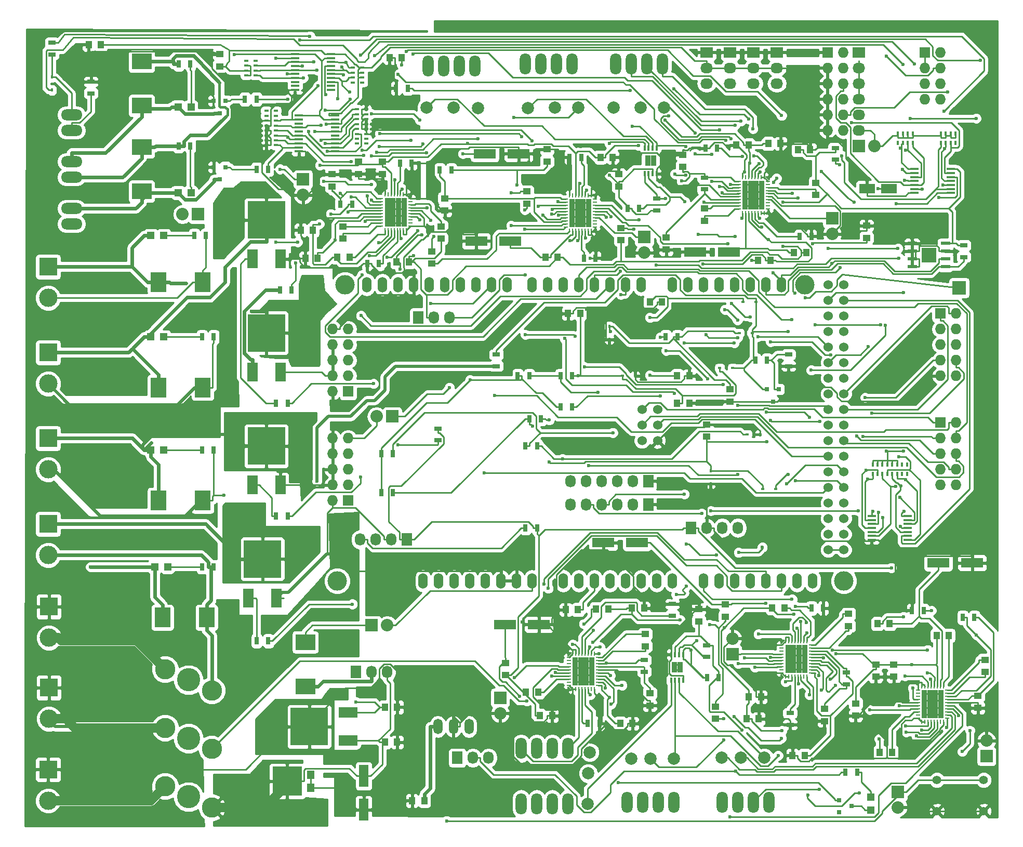
<source format=gtl>
G04 #@! TF.FileFunction,Copper,L1,Top,Signal*
%FSLAX46Y46*%
G04 Gerber Fmt 4.6, Leading zero omitted, Abs format (unit mm)*
G04 Created by KiCad (PCBNEW 4.0.1-stable) date Friday, April 08, 2016 'AMt' 02:22:46 AM*
%MOMM*%
G01*
G04 APERTURE LIST*
%ADD10C,0.020000*%
%ADD11R,1.000000X1.250000*%
%ADD12R,1.600200X3.599180*%
%ADD13R,1.250000X1.000000*%
%ADD14R,3.599180X1.600200*%
%ADD15R,2.600960X1.600200*%
%ADD16R,1.198880X1.198880*%
%ADD17R,1.270000X1.400000*%
%ADD18R,4.800000X4.720000*%
%ADD19R,3.200000X2.600000*%
%ADD20R,0.450000X0.590000*%
%ADD21R,2.600000X3.200000*%
%ADD22R,0.590000X0.450000*%
%ADD23C,3.302000*%
%ADD24C,3.784600*%
%ADD25R,1.727200X2.032000*%
%ADD26O,1.727200X2.032000*%
%ADD27R,2.032000X2.032000*%
%ADD28O,2.032000X2.032000*%
%ADD29R,1.727200X1.727200*%
%ADD30O,1.727200X1.727200*%
%ADD31R,2.235200X2.235200*%
%ADD32O,3.500120X1.800860*%
%ADD33O,1.800860X3.500120*%
%ADD34R,2.032000X1.727200*%
%ADD35O,2.032000X1.727200*%
%ADD36R,0.800100X0.800100*%
%ADD37R,1.651000X3.048000*%
%ADD38R,6.096000X6.096000*%
%ADD39R,0.700000X1.300000*%
%ADD40R,1.300000X0.700000*%
%ADD41R,0.762000X0.431800*%
%ADD42R,0.431800X0.762000*%
%ADD43O,1.524000X2.540000*%
%ADD44C,3.175000*%
%ADD45C,1.524000*%
%ADD46C,1.397000*%
%ADD47O,1.501140X2.499360*%
%ADD48R,3.048000X1.651000*%
%ADD49R,1.450000X0.450000*%
%ADD50R,0.700000X0.250000*%
%ADD51R,0.250000X0.700000*%
%ADD52R,0.900000X1.150000*%
%ADD53R,0.420000X0.890000*%
%ADD54R,0.940000X0.840000*%
%ADD55R,1.550000X0.600000*%
%ADD56R,1.175000X1.175000*%
%ADD57C,1.998980*%
%ADD58R,2.999740X2.999740*%
%ADD59C,2.999740*%
%ADD60C,0.600000*%
%ADD61C,0.250000*%
%ADD62C,0.508000*%
%ADD63C,0.381000*%
%ADD64C,0.600000*%
%ADD65C,1.524000*%
%ADD66C,0.254000*%
G04 APERTURE END LIST*
D10*
D11*
X127270000Y-149479000D03*
X129270000Y-149479000D03*
X122825000Y-134239000D03*
X124825000Y-134239000D03*
D12*
X119380000Y-145458180D03*
X119380000Y-150959820D03*
D11*
X122825000Y-139954000D03*
X124825000Y-139954000D03*
D13*
X95885000Y-29829000D03*
X95885000Y-27829000D03*
D11*
X76565000Y-26289000D03*
X74565000Y-26289000D03*
D13*
X161290000Y-58150000D03*
X161290000Y-56150000D03*
X132588000Y-51324000D03*
X132588000Y-53324000D03*
X193040000Y-48784000D03*
X193040000Y-50784000D03*
X171323000Y-46212000D03*
X171323000Y-44212000D03*
X149225000Y-45323000D03*
X149225000Y-43323000D03*
D14*
X143212820Y-58293000D03*
X137711180Y-58293000D03*
D13*
X168656000Y-57674000D03*
X168656000Y-59674000D03*
D11*
X150987000Y-60960000D03*
X148987000Y-60960000D03*
D14*
X178899820Y-60071000D03*
X173398180Y-60071000D03*
D11*
X191500000Y-60198000D03*
X189500000Y-60198000D03*
D13*
X122428000Y-47355000D03*
X122428000Y-45355000D03*
X145923000Y-52181000D03*
X145923000Y-50181000D03*
D11*
X180102000Y-42672000D03*
X182102000Y-42672000D03*
D13*
X174879000Y-54975000D03*
X174879000Y-52975000D03*
D11*
X159940000Y-44640500D03*
X157940000Y-44640500D03*
D13*
X130429000Y-61960000D03*
X130429000Y-59960000D03*
D11*
X187309000Y-42418000D03*
X185309000Y-42418000D03*
X183658000Y-61468000D03*
X185658000Y-61468000D03*
D13*
X131953000Y-57896000D03*
X131953000Y-55896000D03*
X114173000Y-49387000D03*
X114173000Y-47387000D03*
X160909000Y-49387000D03*
X160909000Y-47387000D03*
D11*
X111871000Y-61087000D03*
X109871000Y-61087000D03*
D14*
X139108180Y-44069000D03*
X144609820Y-44069000D03*
D11*
X126730000Y-61722000D03*
X124730000Y-61722000D03*
D13*
X118491000Y-47355000D03*
X118491000Y-45355000D03*
X115951000Y-57896000D03*
X115951000Y-55896000D03*
D11*
X109109000Y-56515000D03*
X111109000Y-56515000D03*
X117078000Y-60960000D03*
X115078000Y-60960000D03*
X148098000Y-135636000D03*
X150098000Y-135636000D03*
X192135000Y-43434000D03*
X190135000Y-43434000D03*
D13*
X201295000Y-57769000D03*
X201295000Y-55769000D03*
D11*
X154670000Y-70104000D03*
X152670000Y-70104000D03*
D13*
X179070000Y-82439000D03*
X179070000Y-84439000D03*
D11*
X170450000Y-80264000D03*
X172450000Y-80264000D03*
D13*
X175260000Y-90154000D03*
X175260000Y-88154000D03*
D11*
X170450000Y-84709000D03*
X172450000Y-84709000D03*
X154289000Y-118364000D03*
X152289000Y-118364000D03*
X166005000Y-68199000D03*
X168005000Y-68199000D03*
D15*
X205000860Y-49784000D03*
X201399140Y-49784000D03*
D13*
X176657000Y-134128000D03*
X176657000Y-136128000D03*
X194437000Y-134509000D03*
X194437000Y-136509000D03*
D14*
X163913820Y-107442000D03*
X158412180Y-107442000D03*
D13*
X178308000Y-119491000D03*
X178308000Y-117491000D03*
D11*
X145812000Y-131826000D03*
X147812000Y-131826000D03*
X161179000Y-136906000D03*
X163179000Y-136906000D03*
D13*
X165989000Y-131969000D03*
X165989000Y-133969000D03*
D14*
X142410180Y-120777000D03*
X147911820Y-120777000D03*
D13*
X199517000Y-135620000D03*
X199517000Y-133620000D03*
X198374000Y-119015000D03*
X198374000Y-121015000D03*
D11*
X184134000Y-132588000D03*
X182134000Y-132588000D03*
X187944000Y-118110000D03*
X185944000Y-118110000D03*
X183753000Y-136144000D03*
X181753000Y-136144000D03*
D13*
X165227000Y-122317000D03*
X165227000Y-124317000D03*
D11*
X165084000Y-118110000D03*
X163084000Y-118110000D03*
X157242000Y-118237000D03*
X159242000Y-118237000D03*
X203470000Y-141605000D03*
X205470000Y-141605000D03*
X125587000Y-28448000D03*
X123587000Y-28448000D03*
D13*
X173990000Y-120253000D03*
X173990000Y-118253000D03*
X219456000Y-132350000D03*
X219456000Y-134350000D03*
D14*
X213022180Y-110744000D03*
X218523820Y-110744000D03*
D11*
X203089000Y-120650000D03*
X205089000Y-120650000D03*
D13*
X205740000Y-129270000D03*
X205740000Y-127270000D03*
X220599000Y-126508000D03*
X220599000Y-128508000D03*
X202819000Y-129270000D03*
X202819000Y-127270000D03*
D11*
X214741000Y-122555000D03*
X212741000Y-122555000D03*
X191246000Y-142113000D03*
X189246000Y-142113000D03*
D13*
X142494000Y-129016000D03*
X142494000Y-127016000D03*
D16*
X201994000Y-150973020D03*
X201994000Y-148874980D03*
D17*
X110715000Y-145264000D03*
D18*
X106910000Y-146304000D03*
D17*
X110715000Y-147344000D03*
D19*
X109855000Y-123654000D03*
X109855000Y-130854000D03*
D20*
X68580000Y-31584000D03*
X68580000Y-33694000D03*
D16*
X85310980Y-111379000D03*
X87409020Y-111379000D03*
X84675980Y-92329000D03*
X86774020Y-92329000D03*
D21*
X93135000Y-100584000D03*
X85935000Y-100584000D03*
X93770000Y-119634000D03*
X86570000Y-119634000D03*
D16*
X84675980Y-57404000D03*
X86774020Y-57404000D03*
X84675980Y-73914000D03*
X86774020Y-73914000D03*
D21*
X93135000Y-82169000D03*
X85935000Y-82169000D03*
X93135000Y-65024000D03*
X85935000Y-65024000D03*
D16*
X89120980Y-50419000D03*
X91219020Y-50419000D03*
X89120980Y-36449000D03*
X91219020Y-36449000D03*
D19*
X83185000Y-43009000D03*
X83185000Y-50209000D03*
X83185000Y-29039000D03*
X83185000Y-36239000D03*
D22*
X180555000Y-73279000D03*
X182665000Y-73279000D03*
D20*
X159385000Y-74334000D03*
X159385000Y-72224000D03*
D22*
X181190000Y-68199000D03*
X183300000Y-68199000D03*
X183935000Y-89789000D03*
X181825000Y-89789000D03*
X184365000Y-98679000D03*
X186475000Y-98679000D03*
D20*
X175895000Y-97829000D03*
X175895000Y-95719000D03*
D22*
X177380000Y-78994000D03*
X179490000Y-78994000D03*
X163615000Y-80264000D03*
X161505000Y-80264000D03*
D23*
X86995000Y-128066800D03*
X94615000Y-131521200D03*
D24*
X90805000Y-129794000D03*
D23*
X86995000Y-137591800D03*
X94615000Y-141046200D03*
D24*
X90805000Y-139319000D03*
D23*
X86995000Y-147116800D03*
X94615000Y-150571200D03*
D24*
X90805000Y-148844000D03*
D25*
X128270000Y-70739000D03*
D26*
X130810000Y-70739000D03*
X133350000Y-70739000D03*
D25*
X134620000Y-142494000D03*
D26*
X137160000Y-142494000D03*
X139700000Y-142494000D03*
D25*
X118110000Y-128524000D03*
D26*
X120650000Y-128524000D03*
X123190000Y-128524000D03*
D27*
X120650000Y-120904000D03*
D28*
X123190000Y-120904000D03*
D27*
X200025000Y-42799000D03*
D28*
X202565000Y-42799000D03*
D27*
X165100000Y-57658000D03*
D28*
X165100000Y-60198000D03*
D27*
X206438000Y-148018000D03*
D28*
X206438000Y-150558000D03*
D29*
X116840000Y-82804000D03*
D30*
X114300000Y-82804000D03*
X116840000Y-80264000D03*
X114300000Y-80264000D03*
X116840000Y-77724000D03*
X114300000Y-77724000D03*
X116840000Y-75184000D03*
X114300000Y-75184000D03*
X116840000Y-72644000D03*
X114300000Y-72644000D03*
D31*
X216408000Y-65913000D03*
D32*
X71755000Y-37719000D03*
X71755000Y-40259000D03*
D33*
X153289000Y-29464000D03*
X150749000Y-29464000D03*
X148209000Y-29464000D03*
X145669000Y-29464000D03*
X168084000Y-29400500D03*
X165544000Y-29400500D03*
X163004000Y-29400500D03*
X160464000Y-29400500D03*
X137478000Y-29781500D03*
X134938000Y-29781500D03*
X132398000Y-29781500D03*
X129858000Y-29781500D03*
D25*
X165735000Y-97409000D03*
D26*
X163195000Y-97409000D03*
X160655000Y-97409000D03*
X158115000Y-97409000D03*
X155575000Y-97409000D03*
X153035000Y-97409000D03*
D25*
X165735000Y-101219000D03*
D26*
X163195000Y-101219000D03*
X160655000Y-101219000D03*
X158115000Y-101219000D03*
X155575000Y-101219000D03*
X153035000Y-101219000D03*
D25*
X172720000Y-105029000D03*
D26*
X175260000Y-105029000D03*
X177800000Y-105029000D03*
X180340000Y-105029000D03*
D25*
X126365000Y-106934000D03*
D26*
X123825000Y-106934000D03*
X121285000Y-106934000D03*
X118745000Y-106934000D03*
D29*
X213360000Y-70104000D03*
D30*
X215900000Y-70104000D03*
X213360000Y-72644000D03*
X215900000Y-72644000D03*
X213360000Y-75184000D03*
X215900000Y-75184000D03*
X213360000Y-77724000D03*
X215900000Y-77724000D03*
X213360000Y-80264000D03*
X215900000Y-80264000D03*
D29*
X213360000Y-87884000D03*
D30*
X215900000Y-87884000D03*
X213360000Y-90424000D03*
X215900000Y-90424000D03*
X213360000Y-92964000D03*
X215900000Y-92964000D03*
X213360000Y-95504000D03*
X215900000Y-95504000D03*
X213360000Y-98044000D03*
X215900000Y-98044000D03*
D34*
X200025000Y-27559000D03*
D35*
X200025000Y-30099000D03*
X200025000Y-32639000D03*
X200025000Y-35179000D03*
X200025000Y-37719000D03*
X200025000Y-40259000D03*
D29*
X194945000Y-27559000D03*
D30*
X197485000Y-27559000D03*
X194945000Y-30099000D03*
X197485000Y-30099000D03*
X194945000Y-32639000D03*
X197485000Y-32639000D03*
X194945000Y-35179000D03*
X197485000Y-35179000D03*
X194945000Y-37719000D03*
X197485000Y-37719000D03*
X194945000Y-40259000D03*
X197485000Y-40259000D03*
D32*
X71755000Y-52959000D03*
X71755000Y-55499000D03*
X71755000Y-45339000D03*
X71755000Y-47879000D03*
D29*
X210820000Y-27559000D03*
D30*
X213360000Y-27559000D03*
X210820000Y-30099000D03*
X213360000Y-30099000D03*
X210820000Y-32639000D03*
X213360000Y-32639000D03*
X210820000Y-35179000D03*
X213360000Y-35179000D03*
D33*
X162306000Y-149733000D03*
X164846000Y-149733000D03*
X167386000Y-149733000D03*
X169926000Y-149733000D03*
X145034000Y-140970000D03*
X147574000Y-140970000D03*
X150114000Y-140970000D03*
X152654000Y-140970000D03*
X177800000Y-149733000D03*
X180340000Y-149733000D03*
X182880000Y-149733000D03*
X185420000Y-149733000D03*
X145034000Y-149987000D03*
X147574000Y-149987000D03*
X150114000Y-149987000D03*
X152654000Y-149987000D03*
D29*
X116840000Y-100584000D03*
D30*
X114300000Y-100584000D03*
X116840000Y-98044000D03*
X114300000Y-98044000D03*
X116840000Y-95504000D03*
X114300000Y-95504000D03*
X116840000Y-92964000D03*
X114300000Y-92964000D03*
X116840000Y-90424000D03*
X114300000Y-90424000D03*
D27*
X195707000Y-54610000D03*
D28*
X195707000Y-57150000D03*
D27*
X109474000Y-48260000D03*
D28*
X109474000Y-50800000D03*
D27*
X179451000Y-125603000D03*
D28*
X179451000Y-123063000D03*
D27*
X141605000Y-132715000D03*
D28*
X141605000Y-135255000D03*
D27*
X220853000Y-142240000D03*
D28*
X220853000Y-139700000D03*
D36*
X196865240Y-149418000D03*
X196865240Y-151318000D03*
X198864220Y-150368000D03*
D37*
X100584000Y-116459000D03*
D38*
X102870000Y-110109000D03*
D37*
X105156000Y-116459000D03*
X101219000Y-98044000D03*
D38*
X103505000Y-91694000D03*
D37*
X105791000Y-98044000D03*
X101219000Y-79629000D03*
D38*
X103505000Y-73279000D03*
D37*
X105791000Y-79629000D03*
X101219000Y-61214000D03*
D38*
X103505000Y-54864000D03*
D37*
X105791000Y-61214000D03*
D36*
X96835000Y-46243240D03*
X94935000Y-46243240D03*
X95885000Y-48242220D03*
X96835000Y-35448240D03*
X94935000Y-35448240D03*
X95885000Y-37447220D03*
D39*
X197868000Y-144844000D03*
X199768000Y-144844000D03*
D40*
X74930000Y-34224000D03*
X74930000Y-32324000D03*
X68580000Y-25974000D03*
X68580000Y-27874000D03*
D39*
X133665000Y-46736000D03*
X131765000Y-46736000D03*
D40*
X174879000Y-49845000D03*
X174879000Y-47945000D03*
D39*
X154810000Y-44640500D03*
X152910000Y-44640500D03*
X176972000Y-43180000D03*
X175072000Y-43180000D03*
X155260000Y-61087000D03*
X157160000Y-61087000D03*
X190439000Y-57531000D03*
X192339000Y-57531000D03*
X117472000Y-52260500D03*
X115572000Y-52260500D03*
X164272000Y-52959000D03*
X162372000Y-52959000D03*
D40*
X167132000Y-53274000D03*
X167132000Y-51374000D03*
D39*
X125288000Y-45593000D03*
X127188000Y-45593000D03*
X121854000Y-61976000D03*
X119954000Y-61976000D03*
D40*
X196215000Y-43119000D03*
X196215000Y-45019000D03*
D39*
X147635000Y-105029000D03*
X145735000Y-105029000D03*
D40*
X217170000Y-58994000D03*
X217170000Y-60894000D03*
X131445000Y-88839000D03*
X131445000Y-90739000D03*
D39*
X103820000Y-123444000D03*
X101920000Y-123444000D03*
X106995000Y-103124000D03*
X105095000Y-103124000D03*
X94930000Y-111379000D03*
X93030000Y-111379000D03*
X94930000Y-92329000D03*
X93030000Y-92329000D03*
X107630000Y-66294000D03*
X105730000Y-66294000D03*
X106995000Y-84709000D03*
X105095000Y-84709000D03*
X93660000Y-57404000D03*
X91760000Y-57404000D03*
X94930000Y-73914000D03*
X93030000Y-73914000D03*
X101915000Y-35179000D03*
X100015000Y-35179000D03*
X103820000Y-46609000D03*
X101920000Y-46609000D03*
X89220000Y-42799000D03*
X91120000Y-42799000D03*
X89220000Y-29464000D03*
X91120000Y-29464000D03*
X122240000Y-99314000D03*
X124140000Y-99314000D03*
X144465000Y-80264000D03*
X146365000Y-80264000D03*
X151450000Y-85344000D03*
X153350000Y-85344000D03*
X122240000Y-92964000D03*
X124140000Y-92964000D03*
X145735000Y-91694000D03*
X147635000Y-91694000D03*
X146370000Y-87249000D03*
X148270000Y-87249000D03*
X168595000Y-73914000D03*
X170495000Y-73914000D03*
X151450000Y-80264000D03*
X153350000Y-80264000D03*
D40*
X140970000Y-78674000D03*
X140970000Y-76774000D03*
D39*
X183200000Y-77724000D03*
X185100000Y-77724000D03*
D40*
X188595000Y-76774000D03*
X188595000Y-78674000D03*
X197993000Y-130490000D03*
X197993000Y-128590000D03*
X165100000Y-128458000D03*
X165100000Y-126558000D03*
X188849000Y-135194000D03*
X188849000Y-137094000D03*
D39*
X192344000Y-118110000D03*
X194244000Y-118110000D03*
X155895000Y-136906000D03*
X157795000Y-136906000D03*
D40*
X169672000Y-119314000D03*
X169672000Y-117414000D03*
D39*
X218882000Y-119634000D03*
X216982000Y-119634000D03*
D40*
X175260000Y-126045000D03*
X175260000Y-124145000D03*
D39*
X177226000Y-129413000D03*
X175326000Y-129413000D03*
X126553000Y-33401000D03*
X124653000Y-33401000D03*
X210627000Y-118491000D03*
X208727000Y-118491000D03*
D41*
X117602000Y-30843220D03*
X119126000Y-30843220D03*
X117602000Y-31640780D03*
X119126000Y-31640780D03*
X117602000Y-30043120D03*
X117602000Y-32440880D03*
X119126000Y-32440880D03*
X119126000Y-30043120D03*
X101727000Y-30497780D03*
X100203000Y-30497780D03*
X101727000Y-29700220D03*
X100203000Y-29700220D03*
X101727000Y-31297880D03*
X101727000Y-28900120D03*
X100203000Y-28900120D03*
X100203000Y-31297880D03*
D42*
X205503780Y-94742000D03*
X205503780Y-96266000D03*
X204706220Y-94742000D03*
X204706220Y-96266000D03*
X206303880Y-94742000D03*
X203906120Y-94742000D03*
X203906120Y-96266000D03*
X206303880Y-96266000D03*
X203106020Y-94742000D03*
X202305920Y-94742000D03*
X207904080Y-94742000D03*
X207103980Y-94742000D03*
X207103980Y-96266000D03*
X207904080Y-96266000D03*
X202305920Y-96266000D03*
X203106020Y-96266000D03*
X207246220Y-42291000D03*
X207246220Y-40767000D03*
X208043780Y-42291000D03*
X208043780Y-40767000D03*
X206446120Y-42291000D03*
X208843880Y-42291000D03*
X208843880Y-40767000D03*
X206446120Y-40767000D03*
X214231220Y-42291000D03*
X214231220Y-40767000D03*
X215028780Y-42291000D03*
X215028780Y-40767000D03*
X213431120Y-42291000D03*
X215828880Y-42291000D03*
X215828880Y-40767000D03*
X213431120Y-40767000D03*
D43*
X169672000Y-65405000D03*
X172212000Y-65405000D03*
X174752000Y-65405000D03*
X177292000Y-65405000D03*
X179832000Y-65405000D03*
X182372000Y-65405000D03*
X184912000Y-65405000D03*
X187452000Y-65405000D03*
X192532000Y-113665000D03*
X189992000Y-113665000D03*
X187452000Y-113665000D03*
X184912000Y-113665000D03*
X174752000Y-113665000D03*
X169672000Y-113665000D03*
X167132000Y-113665000D03*
X177292000Y-113665000D03*
X179832000Y-113665000D03*
X182372000Y-113665000D03*
X164592000Y-113665000D03*
X162052000Y-113665000D03*
X159512000Y-113665000D03*
X151892000Y-113665000D03*
X154432000Y-113665000D03*
X156972000Y-113665000D03*
X146812000Y-113665000D03*
X144272000Y-113665000D03*
X141732000Y-113665000D03*
X136652000Y-113665000D03*
X134112000Y-113665000D03*
X164592000Y-65405000D03*
X162052000Y-65405000D03*
X159512000Y-65405000D03*
X156972000Y-65405000D03*
X154432000Y-65405000D03*
X151892000Y-65405000D03*
X149352000Y-65405000D03*
X146812000Y-65405000D03*
X142748000Y-65405000D03*
X140208000Y-65405000D03*
X137668000Y-65405000D03*
X135128000Y-65405000D03*
X132588000Y-65405000D03*
X130048000Y-65405000D03*
X127508000Y-65405000D03*
X124968000Y-65405000D03*
X139192000Y-113665000D03*
D44*
X197612000Y-113665000D03*
X116332000Y-65405000D03*
X115062000Y-113665000D03*
D45*
X195072000Y-67945000D03*
X197612000Y-67945000D03*
X195072000Y-70485000D03*
X197612000Y-70485000D03*
X195072000Y-73025000D03*
X197612000Y-73025000D03*
X195072000Y-75565000D03*
X197612000Y-75565000D03*
X195072000Y-65405000D03*
X197612000Y-65405000D03*
X197612000Y-78105000D03*
X195072000Y-78105000D03*
X195072000Y-80645000D03*
X197612000Y-80645000D03*
X195072000Y-83185000D03*
X197612000Y-83185000D03*
X195072000Y-85725000D03*
X197612000Y-85725000D03*
X195072000Y-88265000D03*
X197612000Y-88265000D03*
X195072000Y-90805000D03*
X197612000Y-90805000D03*
X195072000Y-93345000D03*
X197612000Y-93345000D03*
X195072000Y-95885000D03*
X197612000Y-95885000D03*
X195072000Y-98425000D03*
X197612000Y-98425000D03*
X195072000Y-100965000D03*
X197612000Y-100965000D03*
X195072000Y-103505000D03*
X197612000Y-103505000D03*
X195072000Y-106045000D03*
X197612000Y-106045000D03*
X195072000Y-108585000D03*
X197612000Y-108585000D03*
D43*
X122428000Y-65405000D03*
X119888000Y-65405000D03*
X131572000Y-113665000D03*
X129032000Y-113665000D03*
D44*
X191262000Y-65405000D03*
D45*
X164719000Y-90805000D03*
X164719000Y-88265000D03*
X164719000Y-85725000D03*
X167259000Y-90805000D03*
X167259000Y-88265000D03*
X167259000Y-85725000D03*
D46*
X220408000Y-146114000D03*
X220408000Y-151194000D03*
X212788000Y-146114000D03*
X212788000Y-151194000D03*
D47*
X133985000Y-137414000D03*
X131445000Y-137414000D03*
X136525000Y-137414000D03*
D48*
X116840000Y-139700000D03*
D38*
X110490000Y-137414000D03*
D48*
X116840000Y-135128000D03*
D49*
X108175000Y-27809000D03*
X108175000Y-28459000D03*
X108175000Y-29109000D03*
X108175000Y-29759000D03*
X108175000Y-30409000D03*
X108175000Y-31059000D03*
X108175000Y-31709000D03*
X108175000Y-32359000D03*
X108175000Y-33009000D03*
X108175000Y-33659000D03*
X114075000Y-33659000D03*
X114075000Y-33009000D03*
X114075000Y-32359000D03*
X114075000Y-31709000D03*
X114075000Y-31059000D03*
X114075000Y-30409000D03*
X114075000Y-29759000D03*
X114075000Y-29109000D03*
X114075000Y-28459000D03*
X114075000Y-27809000D03*
D50*
X157086000Y-55971000D03*
X157086000Y-55471000D03*
X157086000Y-54971000D03*
X157086000Y-54471000D03*
X157086000Y-53971000D03*
X157086000Y-53471000D03*
X157086000Y-52971000D03*
X157086000Y-52471000D03*
X157086000Y-51971000D03*
X157086000Y-51471000D03*
D51*
X156436000Y-50821000D03*
X155936000Y-50821000D03*
X155436000Y-50821000D03*
X154936000Y-50821000D03*
X154436000Y-50821000D03*
X153936000Y-50821000D03*
X153436000Y-50821000D03*
X152936000Y-50821000D03*
D50*
X152286000Y-51471000D03*
X152286000Y-51971000D03*
X152286000Y-52471000D03*
X152286000Y-52971000D03*
X152286000Y-53471000D03*
X152286000Y-53971000D03*
X152286000Y-54471000D03*
X152286000Y-54971000D03*
X152286000Y-55471000D03*
X152286000Y-55971000D03*
D51*
X152936000Y-56621000D03*
X153436000Y-56621000D03*
X153936000Y-56621000D03*
X154436000Y-56621000D03*
X154936000Y-56621000D03*
X155436000Y-56621000D03*
X155936000Y-56621000D03*
X156436000Y-56621000D03*
D52*
X153336000Y-51996000D03*
X153336000Y-53146000D03*
X153336000Y-54296000D03*
X153336000Y-55446000D03*
X154236000Y-51996000D03*
X154236000Y-53146000D03*
X154236000Y-54296000D03*
X154236000Y-55446000D03*
X155136000Y-51996000D03*
X155136000Y-53146000D03*
X155136000Y-54296000D03*
X155136000Y-55446000D03*
X156036000Y-51996000D03*
X156036000Y-53146000D03*
X156036000Y-54296000D03*
X156036000Y-55446000D03*
D50*
X185280000Y-53050000D03*
X185280000Y-52550000D03*
X185280000Y-52050000D03*
X185280000Y-51550000D03*
X185280000Y-51050000D03*
X185280000Y-50550000D03*
X185280000Y-50050000D03*
X185280000Y-49550000D03*
X185280000Y-49050000D03*
X185280000Y-48550000D03*
D51*
X184630000Y-47900000D03*
X184130000Y-47900000D03*
X183630000Y-47900000D03*
X183130000Y-47900000D03*
X182630000Y-47900000D03*
X182130000Y-47900000D03*
X181630000Y-47900000D03*
X181130000Y-47900000D03*
D50*
X180480000Y-48550000D03*
X180480000Y-49050000D03*
X180480000Y-49550000D03*
X180480000Y-50050000D03*
X180480000Y-50550000D03*
X180480000Y-51050000D03*
X180480000Y-51550000D03*
X180480000Y-52050000D03*
X180480000Y-52550000D03*
X180480000Y-53050000D03*
D51*
X181130000Y-53700000D03*
X181630000Y-53700000D03*
X182130000Y-53700000D03*
X182630000Y-53700000D03*
X183130000Y-53700000D03*
X183630000Y-53700000D03*
X184130000Y-53700000D03*
X184630000Y-53700000D03*
D52*
X181530000Y-49075000D03*
X181530000Y-50225000D03*
X181530000Y-51375000D03*
X181530000Y-52525000D03*
X182430000Y-49075000D03*
X182430000Y-50225000D03*
X182430000Y-51375000D03*
X182430000Y-52525000D03*
X183330000Y-49075000D03*
X183330000Y-50225000D03*
X183330000Y-51375000D03*
X183330000Y-52525000D03*
X184230000Y-49075000D03*
X184230000Y-50225000D03*
X184230000Y-51375000D03*
X184230000Y-52525000D03*
D53*
X165141000Y-47317000D03*
X165791000Y-47317000D03*
X166441000Y-47317000D03*
X167091000Y-47317000D03*
X167091000Y-43107000D03*
X166441000Y-43107000D03*
X165791000Y-43107000D03*
X165141000Y-43107000D03*
D54*
X166586000Y-44792000D03*
X165646000Y-44792000D03*
X166586000Y-45632000D03*
X165646000Y-45632000D03*
D50*
X126987000Y-55844000D03*
X126987000Y-55344000D03*
X126987000Y-54844000D03*
X126987000Y-54344000D03*
X126987000Y-53844000D03*
X126987000Y-53344000D03*
X126987000Y-52844000D03*
X126987000Y-52344000D03*
X126987000Y-51844000D03*
X126987000Y-51344000D03*
D51*
X126337000Y-50694000D03*
X125837000Y-50694000D03*
X125337000Y-50694000D03*
X124837000Y-50694000D03*
X124337000Y-50694000D03*
X123837000Y-50694000D03*
X123337000Y-50694000D03*
X122837000Y-50694000D03*
D50*
X122187000Y-51344000D03*
X122187000Y-51844000D03*
X122187000Y-52344000D03*
X122187000Y-52844000D03*
X122187000Y-53344000D03*
X122187000Y-53844000D03*
X122187000Y-54344000D03*
X122187000Y-54844000D03*
X122187000Y-55344000D03*
X122187000Y-55844000D03*
D51*
X122837000Y-56494000D03*
X123337000Y-56494000D03*
X123837000Y-56494000D03*
X124337000Y-56494000D03*
X124837000Y-56494000D03*
X125337000Y-56494000D03*
X125837000Y-56494000D03*
X126337000Y-56494000D03*
D52*
X123237000Y-51869000D03*
X123237000Y-53019000D03*
X123237000Y-54169000D03*
X123237000Y-55319000D03*
X124137000Y-51869000D03*
X124137000Y-53019000D03*
X124137000Y-54169000D03*
X124137000Y-55319000D03*
X125037000Y-51869000D03*
X125037000Y-53019000D03*
X125037000Y-54169000D03*
X125037000Y-55319000D03*
X125937000Y-51869000D03*
X125937000Y-53019000D03*
X125937000Y-54169000D03*
X125937000Y-55319000D03*
D55*
X208755000Y-58674000D03*
X208755000Y-59944000D03*
X208755000Y-61214000D03*
X208755000Y-62484000D03*
X214155000Y-62484000D03*
X214155000Y-61214000D03*
X214155000Y-59944000D03*
X214155000Y-58674000D03*
D56*
X212042500Y-61166500D03*
X212042500Y-59991500D03*
X210867500Y-61166500D03*
X210867500Y-59991500D03*
D49*
X202155000Y-103079000D03*
X202155000Y-103729000D03*
X202155000Y-104379000D03*
X202155000Y-105029000D03*
X202155000Y-105679000D03*
X202155000Y-106329000D03*
X202155000Y-106979000D03*
X208055000Y-106979000D03*
X208055000Y-106329000D03*
X208055000Y-105679000D03*
X208055000Y-105029000D03*
X208055000Y-104379000D03*
X208055000Y-103729000D03*
X208055000Y-103079000D03*
X209140000Y-46564000D03*
X209140000Y-47214000D03*
X209140000Y-47864000D03*
X209140000Y-48514000D03*
X209140000Y-49164000D03*
X209140000Y-49814000D03*
X209140000Y-50464000D03*
X215040000Y-50464000D03*
X215040000Y-49814000D03*
X215040000Y-49164000D03*
X215040000Y-48514000D03*
X215040000Y-47864000D03*
X215040000Y-47214000D03*
X215040000Y-46564000D03*
D36*
X187005000Y-82438240D03*
X185105000Y-82438240D03*
X186055000Y-84437220D03*
D50*
X187465000Y-124115000D03*
X187465000Y-124615000D03*
X187465000Y-125115000D03*
X187465000Y-125615000D03*
X187465000Y-126115000D03*
X187465000Y-126615000D03*
X187465000Y-127115000D03*
X187465000Y-127615000D03*
X187465000Y-128115000D03*
X187465000Y-128615000D03*
D51*
X188115000Y-129265000D03*
X188615000Y-129265000D03*
X189115000Y-129265000D03*
X189615000Y-129265000D03*
X190115000Y-129265000D03*
X190615000Y-129265000D03*
X191115000Y-129265000D03*
X191615000Y-129265000D03*
D50*
X192265000Y-128615000D03*
X192265000Y-128115000D03*
X192265000Y-127615000D03*
X192265000Y-127115000D03*
X192265000Y-126615000D03*
X192265000Y-126115000D03*
X192265000Y-125615000D03*
X192265000Y-125115000D03*
X192265000Y-124615000D03*
X192265000Y-124115000D03*
D51*
X191615000Y-123465000D03*
X191115000Y-123465000D03*
X190615000Y-123465000D03*
X190115000Y-123465000D03*
X189615000Y-123465000D03*
X189115000Y-123465000D03*
X188615000Y-123465000D03*
X188115000Y-123465000D03*
D52*
X191215000Y-128090000D03*
X191215000Y-126940000D03*
X191215000Y-125790000D03*
X191215000Y-124640000D03*
X190315000Y-128090000D03*
X190315000Y-126940000D03*
X190315000Y-125790000D03*
X190315000Y-124640000D03*
X189415000Y-128090000D03*
X189415000Y-126940000D03*
X189415000Y-125790000D03*
X189415000Y-124640000D03*
X188515000Y-128090000D03*
X188515000Y-126940000D03*
X188515000Y-125790000D03*
X188515000Y-124640000D03*
D50*
X152794000Y-126147000D03*
X152794000Y-126647000D03*
X152794000Y-127147000D03*
X152794000Y-127647000D03*
X152794000Y-128147000D03*
X152794000Y-128647000D03*
X152794000Y-129147000D03*
X152794000Y-129647000D03*
X152794000Y-130147000D03*
X152794000Y-130647000D03*
D51*
X153444000Y-131297000D03*
X153944000Y-131297000D03*
X154444000Y-131297000D03*
X154944000Y-131297000D03*
X155444000Y-131297000D03*
X155944000Y-131297000D03*
X156444000Y-131297000D03*
X156944000Y-131297000D03*
D50*
X157594000Y-130647000D03*
X157594000Y-130147000D03*
X157594000Y-129647000D03*
X157594000Y-129147000D03*
X157594000Y-128647000D03*
X157594000Y-128147000D03*
X157594000Y-127647000D03*
X157594000Y-127147000D03*
X157594000Y-126647000D03*
X157594000Y-126147000D03*
D51*
X156944000Y-125497000D03*
X156444000Y-125497000D03*
X155944000Y-125497000D03*
X155444000Y-125497000D03*
X154944000Y-125497000D03*
X154444000Y-125497000D03*
X153944000Y-125497000D03*
X153444000Y-125497000D03*
D52*
X156544000Y-130122000D03*
X156544000Y-128972000D03*
X156544000Y-127822000D03*
X156544000Y-126672000D03*
X155644000Y-130122000D03*
X155644000Y-128972000D03*
X155644000Y-127822000D03*
X155644000Y-126672000D03*
X154744000Y-130122000D03*
X154744000Y-128972000D03*
X154744000Y-127822000D03*
X154744000Y-126672000D03*
X153844000Y-130122000D03*
X153844000Y-128972000D03*
X153844000Y-127822000D03*
X153844000Y-126672000D03*
D53*
X171409000Y-125657000D03*
X170759000Y-125657000D03*
X170109000Y-125657000D03*
X169459000Y-125657000D03*
X169459000Y-129867000D03*
X170109000Y-129867000D03*
X170759000Y-129867000D03*
X171409000Y-129867000D03*
D54*
X169964000Y-128182000D03*
X170904000Y-128182000D03*
X169964000Y-127342000D03*
X170904000Y-127342000D03*
D50*
X209690000Y-131481000D03*
X209690000Y-131981000D03*
X209690000Y-132481000D03*
X209690000Y-132981000D03*
X209690000Y-133481000D03*
X209690000Y-133981000D03*
X209690000Y-134481000D03*
X209690000Y-134981000D03*
X209690000Y-135481000D03*
X209690000Y-135981000D03*
D51*
X210340000Y-136631000D03*
X210840000Y-136631000D03*
X211340000Y-136631000D03*
X211840000Y-136631000D03*
X212340000Y-136631000D03*
X212840000Y-136631000D03*
X213340000Y-136631000D03*
X213840000Y-136631000D03*
D50*
X214490000Y-135981000D03*
X214490000Y-135481000D03*
X214490000Y-134981000D03*
X214490000Y-134481000D03*
X214490000Y-133981000D03*
X214490000Y-133481000D03*
X214490000Y-132981000D03*
X214490000Y-132481000D03*
X214490000Y-131981000D03*
X214490000Y-131481000D03*
D51*
X213840000Y-130831000D03*
X213340000Y-130831000D03*
X212840000Y-130831000D03*
X212340000Y-130831000D03*
X211840000Y-130831000D03*
X211340000Y-130831000D03*
X210840000Y-130831000D03*
X210340000Y-130831000D03*
D52*
X213440000Y-135456000D03*
X213440000Y-134306000D03*
X213440000Y-133156000D03*
X213440000Y-132006000D03*
X212540000Y-135456000D03*
X212540000Y-134306000D03*
X212540000Y-133156000D03*
X212540000Y-132006000D03*
X211640000Y-135456000D03*
X211640000Y-134306000D03*
X211640000Y-133156000D03*
X211640000Y-132006000D03*
X210740000Y-135456000D03*
X210740000Y-134306000D03*
X210740000Y-133156000D03*
X210740000Y-132006000D03*
D57*
X146114000Y-36639500D03*
X160084000Y-36512500D03*
X129604000Y-36512500D03*
X169926000Y-142621000D03*
X155829000Y-149987000D03*
X184658000Y-142494000D03*
X150558000Y-36512500D03*
X154368000Y-36512500D03*
X164528000Y-36512500D03*
X168338000Y-36512500D03*
X134048000Y-36512500D03*
X137986000Y-36639500D03*
X180848000Y-142494000D03*
X177673000Y-142494000D03*
X166116000Y-142621000D03*
X162941000Y-142621000D03*
X156210000Y-141605000D03*
D58*
X67945000Y-144399000D03*
D59*
X67945000Y-149479000D03*
D58*
X68072000Y-117856000D03*
D59*
X68072000Y-122936000D03*
D58*
X68072000Y-131064000D03*
D59*
X68072000Y-136144000D03*
D58*
X67945000Y-104394000D03*
D59*
X67945000Y-109474000D03*
D58*
X67945000Y-76454000D03*
D59*
X67945000Y-81534000D03*
D58*
X67945000Y-62484000D03*
D59*
X67945000Y-67564000D03*
D58*
X67945000Y-90424000D03*
D59*
X67945000Y-95504000D03*
D49*
X108810000Y-37842000D03*
X108810000Y-38492000D03*
X108810000Y-39142000D03*
X108810000Y-39792000D03*
X108810000Y-40442000D03*
X108810000Y-41092000D03*
X108810000Y-41742000D03*
X108810000Y-42392000D03*
X108810000Y-43042000D03*
X108810000Y-43692000D03*
X114710000Y-43692000D03*
X114710000Y-43042000D03*
X114710000Y-42392000D03*
X114710000Y-41742000D03*
X114710000Y-41092000D03*
X114710000Y-40442000D03*
X114710000Y-39792000D03*
X114710000Y-39142000D03*
X114710000Y-38492000D03*
X114710000Y-37842000D03*
D41*
X105029000Y-40276780D03*
X103505000Y-40276780D03*
X105029000Y-39479220D03*
X103505000Y-39479220D03*
X105029000Y-41076880D03*
X105029000Y-38679120D03*
X103505000Y-38679120D03*
X103505000Y-41076880D03*
X105029000Y-37879020D03*
X105029000Y-37078920D03*
X105029000Y-42677080D03*
X105029000Y-41876980D03*
X103505000Y-41876980D03*
X103505000Y-42677080D03*
X103505000Y-37078920D03*
X103505000Y-37879020D03*
X118237000Y-39225220D03*
X119761000Y-39225220D03*
X118237000Y-40022780D03*
X119761000Y-40022780D03*
X118237000Y-38425120D03*
X118237000Y-40822880D03*
X119761000Y-40822880D03*
X119761000Y-38425120D03*
X118237000Y-41622980D03*
X118237000Y-42423080D03*
X118237000Y-36824920D03*
X118237000Y-37625020D03*
X119761000Y-37625020D03*
X119761000Y-36824920D03*
X119761000Y-42423080D03*
X119761000Y-41622980D03*
D57*
X155956000Y-145034000D03*
D27*
X92392500Y-53911500D03*
D28*
X89852500Y-53911500D03*
D27*
X124015500Y-86868000D03*
D28*
X121475500Y-86868000D03*
D34*
X175260000Y-27559000D03*
D35*
X175260000Y-30099000D03*
X175260000Y-32639000D03*
D34*
X179070000Y-27559000D03*
D35*
X179070000Y-30099000D03*
X179070000Y-32639000D03*
D34*
X182880000Y-27559000D03*
D35*
X182880000Y-30099000D03*
X182880000Y-32639000D03*
D34*
X186690000Y-27559000D03*
D35*
X186690000Y-30099000D03*
X186690000Y-32639000D03*
D60*
X161607500Y-44831000D03*
X158242000Y-42926000D03*
X154749500Y-42862500D03*
X122047000Y-50546000D03*
X125066640Y-52002020D03*
X123237000Y-51869000D03*
X125833780Y-53019000D03*
X124137000Y-53019000D03*
X123237000Y-54169000D03*
X125037000Y-54169000D03*
X125833780Y-55319000D03*
X124137000Y-55319000D03*
X151511000Y-49149000D03*
X153336000Y-51996000D03*
X155136000Y-51996000D03*
X156036000Y-53146000D03*
X154236000Y-53146000D03*
X153336000Y-54296000D03*
X155136000Y-54296000D03*
X156036000Y-55446000D03*
X154236000Y-55446000D03*
X186311900Y-54419500D03*
X181530000Y-52525000D03*
X181530000Y-50225000D03*
X182430000Y-51375000D03*
X183330000Y-52525000D03*
X184230000Y-51375000D03*
X183330000Y-50225000D03*
X184230000Y-49075000D03*
X182430000Y-49075000D03*
X153289000Y-133794500D03*
X189415000Y-125790000D03*
X188515000Y-126940000D03*
X189415000Y-127977980D03*
X191215000Y-127977980D03*
X190315000Y-126940000D03*
X191215000Y-125790000D03*
X190315000Y-124640000D03*
X188515000Y-124640000D03*
X153844000Y-128972000D03*
X154744000Y-130122000D03*
X156544000Y-130122000D03*
X155644000Y-128972000D03*
X156544000Y-127822000D03*
X154744000Y-127822000D03*
X155644000Y-126672000D03*
X153844000Y-126672000D03*
X211640000Y-133156000D03*
X210740000Y-132006000D03*
X212540000Y-132006000D03*
X211640000Y-135456000D03*
X212540000Y-134306000D03*
X213440000Y-133156000D03*
X213440000Y-135456000D03*
X96012000Y-41910000D03*
X93218000Y-32766000D03*
X194310000Y-126238000D03*
X176128300Y-118566700D03*
X197451800Y-56616600D03*
X185556400Y-45328700D03*
X181455800Y-47032100D03*
X167280600Y-48276900D03*
X215457900Y-60007700D03*
X145181900Y-120396000D03*
X164195100Y-69257600D03*
X146310600Y-45389900D03*
X146828500Y-41961600D03*
X185699900Y-124086800D03*
X185699900Y-126115000D03*
X156283500Y-61087000D03*
X155696600Y-69378900D03*
X207779300Y-142555400D03*
X158897300Y-54406900D03*
X144135400Y-45797900D03*
X151100300Y-54063300D03*
X111760000Y-97409000D03*
X92889900Y-41048500D03*
X118110000Y-133367500D03*
X96604800Y-99694900D03*
X199263000Y-51943000D03*
X193929000Y-46990000D03*
X192532000Y-41148000D03*
X159385000Y-42354500D03*
X207354400Y-92526800D03*
X133350000Y-82154400D03*
X159451700Y-47517000D03*
X145695400Y-63809700D03*
X180988300Y-137937000D03*
X180024800Y-144696400D03*
X204571700Y-92526800D03*
X207420600Y-102336300D03*
X207322100Y-119498800D03*
X175733000Y-120771200D03*
X203350600Y-139407600D03*
X205354300Y-111524100D03*
X187673500Y-59146400D03*
X187673500Y-51936500D03*
X110605500Y-24914500D03*
X127534500Y-60648100D03*
X164234000Y-54805900D03*
X163425100Y-56357100D03*
X174819900Y-51966500D03*
X171157400Y-48517400D03*
X148585500Y-54037300D03*
X144311100Y-49186100D03*
X178111100Y-121289500D03*
X170921300Y-119993400D03*
X196328700Y-125541900D03*
X191997600Y-132231200D03*
X112223500Y-45939600D03*
X112140200Y-55511300D03*
X168447600Y-38597900D03*
X164138800Y-42742700D03*
X136305400Y-42423100D03*
X130786700Y-57502700D03*
X174627100Y-62040000D03*
X187533000Y-138080900D03*
X153008300Y-58243000D03*
X156681800Y-123675000D03*
X156314100Y-132183800D03*
X156213000Y-124408300D03*
X145949400Y-133265100D03*
X189500900Y-119093800D03*
X190615000Y-120257700D03*
X208667300Y-127270000D03*
X209425200Y-138926500D03*
X185318800Y-58003500D03*
X182273900Y-45580800D03*
X145632000Y-56381400D03*
X145632000Y-53203200D03*
X143384200Y-55756100D03*
X143384200Y-50387000D03*
X180964400Y-54565700D03*
X182651100Y-61468000D03*
X119596900Y-55054200D03*
X115587200Y-50550500D03*
X114000000Y-53864100D03*
X114739200Y-58115900D03*
X121849900Y-58573000D03*
X135524900Y-44069000D03*
X128832500Y-57320000D03*
X125275600Y-62848600D03*
X149608500Y-87456200D03*
X149608500Y-94262100D03*
X185048500Y-90979300D03*
X192513000Y-58702000D03*
X154368600Y-80264000D03*
X159551000Y-73038600D03*
X151759600Y-93780300D03*
X165989000Y-80145600D03*
X165989000Y-70757000D03*
X188527700Y-73003800D03*
X188527700Y-96274800D03*
X189622100Y-66802200D03*
X196989600Y-62643900D03*
X203200000Y-49759000D03*
X183127400Y-127763100D03*
X178084300Y-136128000D03*
X191582400Y-122137600D03*
X184923200Y-117310400D03*
X159376100Y-132641700D03*
X158916000Y-127021600D03*
X144806900Y-132468100D03*
X157858900Y-124457600D03*
X157705900Y-125497000D03*
X155251700Y-120673000D03*
X219198300Y-122487100D03*
X219198300Y-38298300D03*
X208461800Y-38298300D03*
X207265900Y-29493700D03*
X121158000Y-28067000D03*
X125550100Y-29576900D03*
X214393200Y-137539800D03*
X98298000Y-27940000D03*
X209102200Y-29463000D03*
X204400100Y-71987000D03*
X192304900Y-79323100D03*
X74840300Y-111379000D03*
X101058500Y-69730700D03*
X90449700Y-65194100D03*
X161209400Y-63233800D03*
X132874300Y-152773400D03*
X191367000Y-67499900D03*
X154600400Y-48862800D03*
X154241500Y-58229500D03*
X155511700Y-57762600D03*
X155712200Y-49968100D03*
X183801800Y-45669100D03*
X182808100Y-39990900D03*
X184240600Y-56003600D03*
X180811200Y-38774700D03*
X179867500Y-39416500D03*
X183882400Y-54578000D03*
X183976600Y-47037500D03*
X186161400Y-48771400D03*
X186639700Y-48078800D03*
X182126800Y-38402900D03*
X169944100Y-33466700D03*
X124486800Y-48339500D03*
X129591300Y-43927900D03*
X120614100Y-44451400D03*
X120614100Y-49069400D03*
X112815700Y-48561700D03*
X120303900Y-60684100D03*
X125469100Y-57839300D03*
X119155800Y-43467900D03*
X127073900Y-41898700D03*
X125631400Y-49813300D03*
X161256100Y-67000300D03*
X171632500Y-99538400D03*
X174457600Y-102678500D03*
X175450500Y-80708500D03*
X168656000Y-76136500D03*
X172720000Y-124904500D03*
X168559700Y-51374000D03*
X186055000Y-63436500D03*
X179895500Y-57531000D03*
X173863000Y-57213500D03*
X171704000Y-51879500D03*
X184340500Y-108204000D03*
X180467000Y-109029500D03*
X176847500Y-109474000D03*
X171958000Y-107696000D03*
X171958000Y-114490500D03*
X170296290Y-115887500D03*
X173609000Y-123444000D03*
X196938900Y-45891100D03*
X195671900Y-61955800D03*
X124951300Y-91486900D03*
X206898300Y-98136400D03*
X207705600Y-97148600D03*
X206546500Y-93400600D03*
X206097900Y-98275500D03*
X201211000Y-95601700D03*
X201062600Y-83789300D03*
X202138300Y-86360500D03*
X201511200Y-97104300D03*
X200769700Y-90118600D03*
X199718500Y-90079000D03*
X178731800Y-58732200D03*
X179271900Y-68417400D03*
X182366100Y-70632800D03*
X185688500Y-74703500D03*
X195455200Y-76835000D03*
X206818500Y-43183500D03*
X207658800Y-43442900D03*
X197286100Y-44373800D03*
X214565300Y-33976800D03*
X214062700Y-43270500D03*
X198870600Y-39008600D03*
X146847500Y-88400900D03*
X157575200Y-82917500D03*
X204512000Y-28172900D03*
X167737900Y-73939600D03*
X167737900Y-83542800D03*
X159976200Y-89523300D03*
X167075700Y-62215100D03*
X206596800Y-61055400D03*
X190269200Y-130431300D03*
X189970100Y-121403400D03*
X183691800Y-122339300D03*
X188133700Y-130130100D03*
X156826100Y-121732400D03*
X153428500Y-124032800D03*
X207775900Y-138301200D03*
X211269500Y-128657600D03*
X211269500Y-124916500D03*
X195778900Y-124916500D03*
X193649600Y-147619900D03*
X207570200Y-129175100D03*
X207649000Y-137306300D03*
X105748100Y-46572900D03*
X113131200Y-36979600D03*
X117184800Y-35162900D03*
X120657100Y-37550500D03*
X128488000Y-38534100D03*
X128488000Y-54787900D03*
X143956100Y-129387100D03*
X208846600Y-131104200D03*
X160816200Y-146538100D03*
X110363000Y-40474900D03*
X108255200Y-61867800D03*
X111910300Y-33008400D03*
X112437000Y-39395400D03*
X130296300Y-68445700D03*
X182917600Y-44378600D03*
X181131600Y-44529300D03*
X113237300Y-39268700D03*
X117519000Y-117438700D03*
X111390200Y-40442000D03*
X118859700Y-96737600D03*
X112394000Y-41844200D03*
X120981900Y-81534000D03*
X106990100Y-35179000D03*
X106990100Y-41350200D03*
X136696800Y-80929000D03*
X189702200Y-117806900D03*
X191471300Y-120445100D03*
X210336900Y-137931700D03*
X162781700Y-33774000D03*
X211751400Y-129656500D03*
X211894800Y-118491000D03*
X117364100Y-45314300D03*
X113411000Y-43675300D03*
X119088500Y-63813300D03*
X113131600Y-42392600D03*
X119398500Y-44309800D03*
X200152000Y-148209000D03*
X191770000Y-148590000D03*
X196215000Y-130683000D03*
X216916000Y-141478000D03*
X218186000Y-138049000D03*
X115824000Y-29972000D03*
X117094000Y-34036000D03*
X161479000Y-130672500D03*
X116459000Y-29210000D03*
X118824700Y-27996600D03*
X219834700Y-28829000D03*
X216309400Y-135637700D03*
X117357300Y-51088000D03*
X109529800Y-31709000D03*
X177384400Y-49449900D03*
X177384400Y-40188400D03*
X127398000Y-27815200D03*
X111233200Y-29109000D03*
X150118400Y-53111000D03*
X145121400Y-41251100D03*
X121972200Y-40809600D03*
X111744200Y-30409000D03*
X206716200Y-100068200D03*
X199947000Y-102235700D03*
X175948900Y-102235700D03*
X206795300Y-104746200D03*
X178219000Y-69462300D03*
X180287700Y-71146700D03*
X150595900Y-128570800D03*
X149439300Y-114880100D03*
X150002300Y-129156200D03*
X148753000Y-114164300D03*
X201845000Y-134670400D03*
X189175100Y-116661100D03*
X206673800Y-133981000D03*
X180430500Y-127159500D03*
X181458800Y-126163300D03*
X213099000Y-51207500D03*
X207370000Y-66675000D03*
X206177900Y-52183100D03*
X203946400Y-103382600D03*
X207522300Y-48422900D03*
X203244300Y-102482400D03*
X129678100Y-52844000D03*
X155317500Y-78827100D03*
X177917200Y-81671700D03*
X183636000Y-73843300D03*
X202343700Y-102342100D03*
X213800100Y-49164000D03*
X201591800Y-75513500D03*
X190176100Y-51234800D03*
X207161600Y-46584100D03*
X203595200Y-71898600D03*
X192904700Y-71898600D03*
X130311400Y-54907900D03*
X145721700Y-73547100D03*
X153803200Y-73816100D03*
X156052500Y-94832700D03*
X180289000Y-96338100D03*
X180289000Y-85076400D03*
X210384500Y-49814000D03*
X206436100Y-59504200D03*
X195046500Y-59504200D03*
X116078000Y-31242000D03*
X193696500Y-87705900D03*
X185695800Y-87538500D03*
X180289000Y-74030800D03*
X175144300Y-73547700D03*
X178396900Y-41910000D03*
X124980900Y-31145600D03*
X115125300Y-35120600D03*
X140736300Y-83481400D03*
X159703600Y-54340000D03*
X152106500Y-74172400D03*
X170009900Y-83085000D03*
X171625600Y-74900700D03*
X179772500Y-74900700D03*
X184967200Y-86152300D03*
X191992300Y-86984000D03*
X106910300Y-31059000D03*
X108989500Y-25545000D03*
X213933300Y-37094500D03*
X113196100Y-34387300D03*
X126335900Y-27361900D03*
X187479800Y-37839400D03*
X188286900Y-97816600D03*
X109400400Y-29759000D03*
X139047600Y-96034700D03*
X189239500Y-50491600D03*
X189752600Y-97334900D03*
X105091200Y-28459000D03*
X105091200Y-58455700D03*
X189162900Y-71101200D03*
X118926900Y-70444000D03*
X108612300Y-58455700D03*
X151001500Y-51835700D03*
X143813200Y-38117600D03*
X147792500Y-52606900D03*
X149984600Y-53912300D03*
X169098800Y-37884200D03*
X179234000Y-41623600D03*
X179104100Y-49035700D03*
X173411700Y-40697500D03*
X173366400Y-44046100D03*
X176116400Y-44182200D03*
X176116400Y-48542700D03*
X163180500Y-39609000D03*
X171890300Y-42848800D03*
X170087100Y-47344300D03*
X171862600Y-47552200D03*
X177755700Y-50402200D03*
X128143500Y-56646000D03*
X123170100Y-60911400D03*
X116835800Y-53535800D03*
X120645100Y-51632100D03*
X121917900Y-42878300D03*
X129018800Y-42503100D03*
X119958900Y-50915200D03*
X121480700Y-43826100D03*
X137986000Y-41651600D03*
X178011300Y-139557500D03*
X193515100Y-129052900D03*
X179705000Y-135763000D03*
X187452000Y-139319000D03*
X193929000Y-131445000D03*
X186905200Y-142124900D03*
X195436300Y-129714300D03*
X158780800Y-131147700D03*
X159697900Y-133730300D03*
X159576300Y-129069500D03*
X179070100Y-152135500D03*
D61*
X170904000Y-127342000D02*
X169964000Y-127342000D01*
X170904000Y-128182000D02*
X170904000Y-127342000D01*
X169964000Y-128182000D02*
X170904000Y-128182000D01*
X169964000Y-127342000D02*
X169964000Y-128182000D01*
D62*
X113411000Y-109308500D02*
X114769500Y-109308500D01*
X118046500Y-112077500D02*
X118046500Y-112069700D01*
X117863800Y-112077500D02*
X118046500Y-112077500D01*
X117856000Y-112069700D02*
X117863800Y-112077500D01*
X117856000Y-111633000D02*
X117856000Y-112069700D01*
X117030500Y-110807500D02*
X117856000Y-111633000D01*
X116268500Y-110807500D02*
X117030500Y-110807500D01*
X114769500Y-109308500D02*
X116268500Y-110807500D01*
X113457200Y-109308500D02*
X113411000Y-109308500D01*
X113411000Y-109308500D02*
X113322500Y-109308500D01*
X106108500Y-115506500D02*
X105156000Y-116459000D01*
X107124500Y-115506500D02*
X106108500Y-115506500D01*
X113322500Y-109308500D02*
X107124500Y-115506500D01*
D61*
X96012000Y-41910000D02*
X96520000Y-41910000D01*
X99750880Y-38679120D02*
X103505000Y-38679120D01*
X96520000Y-41910000D02*
X99750880Y-38679120D01*
X161417000Y-44640500D02*
X159940000Y-44640500D01*
X161607500Y-44831000D02*
X161417000Y-44640500D01*
X154813000Y-42926000D02*
X158242000Y-42926000D01*
X154749500Y-42862500D02*
X154813000Y-42926000D01*
X157086000Y-51471000D02*
X157086000Y-50813000D01*
X157078000Y-50821000D02*
X156436000Y-50821000D01*
X157086000Y-50813000D02*
X157078000Y-50821000D01*
X122837000Y-50694000D02*
X122837000Y-49339500D01*
X122837000Y-49339500D02*
X122837000Y-48589300D01*
X122047000Y-50546000D02*
X122837000Y-49756000D01*
X122837000Y-49756000D02*
X122837000Y-49339500D01*
X125037000Y-51869000D02*
X125037000Y-51972380D01*
X125037000Y-51972380D02*
X125066640Y-52002020D01*
X125937000Y-53019000D02*
X125833780Y-53019000D01*
X125937000Y-55319000D02*
X125833780Y-55319000D01*
X125037000Y-54169000D02*
X125037000Y-55319000D01*
X125937000Y-53019000D02*
X125937000Y-54169000D01*
X125037000Y-51869000D02*
X125037000Y-53019000D01*
X124137000Y-53019000D02*
X123237000Y-53019000D01*
X124137000Y-54169000D02*
X124137000Y-55319000D01*
X124137000Y-53019000D02*
X124137000Y-54169000D01*
X124137000Y-54169000D02*
X123237000Y-54169000D01*
X125037000Y-54169000D02*
X124137000Y-54169000D01*
X125937000Y-51869000D02*
X125937000Y-53019000D01*
X125037000Y-53019000D02*
X125937000Y-53019000D01*
X125037000Y-51869000D02*
X125937000Y-51869000D01*
X124137000Y-51869000D02*
X125037000Y-51869000D01*
X125037000Y-55319000D02*
X125937000Y-55319000D01*
X124137000Y-55319000D02*
X125037000Y-55319000D01*
X123237000Y-55319000D02*
X124137000Y-55319000D01*
X123237000Y-54169000D02*
X123237000Y-55319000D01*
X123237000Y-53019000D02*
X123237000Y-54169000D01*
X123237000Y-51869000D02*
X123237000Y-53019000D01*
X125937000Y-54169000D02*
X125937000Y-55319000D01*
X125037000Y-54169000D02*
X125937000Y-54169000D01*
X125037000Y-53019000D02*
X125037000Y-54169000D01*
X124137000Y-53019000D02*
X125037000Y-53019000D01*
X124137000Y-51869000D02*
X124137000Y-53019000D01*
X123237000Y-51869000D02*
X124137000Y-51869000D01*
X152572400Y-44640500D02*
X152572400Y-48133000D01*
X152572400Y-48133000D02*
X152572400Y-49782100D01*
X151511000Y-49149000D02*
X151810999Y-48849001D01*
X151810999Y-48849001D02*
X151856399Y-48849001D01*
X151856399Y-48849001D02*
X152572400Y-48133000D01*
X155136000Y-53146000D02*
X155136000Y-54296000D01*
X154236000Y-53146000D02*
X155136000Y-53146000D01*
X154236000Y-54296000D02*
X154236000Y-53146000D01*
X155136000Y-54296000D02*
X154236000Y-54296000D01*
X155136000Y-54296000D02*
X155136000Y-55446000D01*
X155136000Y-54296000D02*
X156036000Y-54296000D01*
X155136000Y-55446000D02*
X154236000Y-55446000D01*
X156036000Y-55446000D02*
X155136000Y-55446000D01*
X156036000Y-54296000D02*
X156036000Y-55446000D01*
X156036000Y-53146000D02*
X156036000Y-54296000D01*
X156036000Y-51996000D02*
X156036000Y-53146000D01*
X155136000Y-53146000D02*
X156036000Y-53146000D01*
X155136000Y-51996000D02*
X155136000Y-53146000D01*
X156036000Y-51996000D02*
X155136000Y-51996000D01*
X154236000Y-51996000D02*
X155136000Y-51996000D01*
X154236000Y-51996000D02*
X153336000Y-51996000D01*
X154236000Y-53146000D02*
X154236000Y-51996000D01*
X153336000Y-53146000D02*
X154236000Y-53146000D01*
X154236000Y-54296000D02*
X153336000Y-54296000D01*
X154236000Y-55446000D02*
X154236000Y-54296000D01*
X153336000Y-55446000D02*
X154236000Y-55446000D01*
X153336000Y-54296000D02*
X153336000Y-55446000D01*
X153336000Y-53146000D02*
X153336000Y-54296000D01*
X153336000Y-51996000D02*
X153336000Y-53146000D01*
X187356200Y-55463800D02*
X186311900Y-54419500D01*
X186311900Y-54419500D02*
X185280000Y-53387600D01*
X183330000Y-51375000D02*
X184230000Y-51375000D01*
X183330000Y-51375000D02*
X183330000Y-52525000D01*
X182430000Y-51375000D02*
X183330000Y-51375000D01*
X182430000Y-51375000D02*
X182430000Y-50225000D01*
X181530000Y-51375000D02*
X182430000Y-51375000D01*
X182430000Y-51375000D02*
X182430000Y-52525000D01*
X183330000Y-50225000D02*
X183330000Y-51375000D01*
X183330000Y-49075000D02*
X183330000Y-50225000D01*
X182430000Y-49075000D02*
X182430000Y-50225000D01*
X181530000Y-49075000D02*
X181530000Y-50225000D01*
X184230000Y-51375000D02*
X184230000Y-50225000D01*
X184230000Y-52525000D02*
X184230000Y-51375000D01*
X183330000Y-52525000D02*
X184230000Y-52525000D01*
X182430000Y-52525000D02*
X183330000Y-52525000D01*
X181530000Y-52525000D02*
X182430000Y-52525000D01*
X181530000Y-51375000D02*
X181530000Y-52525000D01*
X181530000Y-50225000D02*
X181530000Y-51375000D01*
X182430000Y-50225000D02*
X181530000Y-50225000D01*
X183330000Y-50225000D02*
X182430000Y-50225000D01*
X184230000Y-50225000D02*
X183330000Y-50225000D01*
X184230000Y-49075000D02*
X184230000Y-50225000D01*
X183330000Y-49075000D02*
X184230000Y-49075000D01*
X182430000Y-49075000D02*
X183330000Y-49075000D01*
X181530000Y-49075000D02*
X182430000Y-49075000D01*
X153444000Y-131972300D02*
X151875800Y-133540500D01*
X151875800Y-133540500D02*
X150730600Y-134685700D01*
X153289000Y-133794500D02*
X152989001Y-133494501D01*
X152989001Y-133494501D02*
X151921799Y-133494501D01*
X151921799Y-133494501D02*
X151875800Y-133540500D01*
X189415000Y-128090000D02*
X189415000Y-127977980D01*
X191215000Y-128090000D02*
X191215000Y-127977980D01*
X154744000Y-126672000D02*
X154744000Y-127822000D01*
X154744000Y-127822000D02*
X154744000Y-128972000D01*
X154744000Y-130122000D02*
X154744000Y-128972000D01*
X155644000Y-128972000D02*
X155644000Y-130122000D01*
X155644000Y-127822000D02*
X155644000Y-128972000D01*
X155644000Y-126672000D02*
X155644000Y-127822000D01*
X156544000Y-127822000D02*
X156544000Y-128972000D01*
X153844000Y-127822000D02*
X153844000Y-126672000D01*
X153844000Y-130122000D02*
X153844000Y-128972000D01*
X154744000Y-130122000D02*
X153844000Y-130122000D01*
X154744000Y-130122000D02*
X155644000Y-130122000D01*
X156544000Y-130122000D02*
X155644000Y-130122000D01*
X156544000Y-128972000D02*
X156544000Y-130122000D01*
X155644000Y-128972000D02*
X156544000Y-128972000D01*
X154744000Y-128972000D02*
X155644000Y-128972000D01*
X153844000Y-128972000D02*
X154744000Y-128972000D01*
X153844000Y-127822000D02*
X153844000Y-128972000D01*
X154744000Y-127822000D02*
X153844000Y-127822000D01*
X155644000Y-127822000D02*
X154744000Y-127822000D01*
X156544000Y-127822000D02*
X155644000Y-127822000D01*
X156544000Y-126672000D02*
X156544000Y-127822000D01*
X155644000Y-126672000D02*
X156544000Y-126672000D01*
X154744000Y-126672000D02*
X155644000Y-126672000D01*
X153844000Y-126672000D02*
X154744000Y-126672000D01*
X190315000Y-124640000D02*
X190315000Y-125790000D01*
X189415000Y-124640000D02*
X189415000Y-125790000D01*
X190315000Y-125790000D02*
X191215000Y-125790000D01*
X190315000Y-125790000D02*
X190315000Y-126940000D01*
X190315000Y-125790000D02*
X189415000Y-125790000D01*
X189415000Y-125790000D02*
X189415000Y-126940000D01*
X188515000Y-125790000D02*
X189415000Y-125790000D01*
X188515000Y-125790000D02*
X188515000Y-126940000D01*
X188515000Y-124640000D02*
X188515000Y-125790000D01*
X189415000Y-126940000D02*
X189415000Y-128090000D01*
X190315000Y-126940000D02*
X190315000Y-128090000D01*
X190315000Y-126940000D02*
X191215000Y-126940000D01*
X189415000Y-126940000D02*
X190315000Y-126940000D01*
X188515000Y-126940000D02*
X189415000Y-126940000D01*
X188515000Y-128090000D02*
X188515000Y-126940000D01*
X189415000Y-128090000D02*
X188515000Y-128090000D01*
X190315000Y-128090000D02*
X189415000Y-128090000D01*
X190315000Y-128090000D02*
X191215000Y-128090000D01*
X191215000Y-126940000D02*
X191215000Y-128090000D01*
X191215000Y-125790000D02*
X191215000Y-126940000D01*
X191215000Y-124640000D02*
X191215000Y-125790000D01*
X188515000Y-124640000D02*
X191215000Y-124640000D01*
X212540000Y-132006000D02*
X212540000Y-133156000D01*
X210740000Y-132006000D02*
X210740000Y-133156000D01*
X211640000Y-132006000D02*
X211640000Y-133156000D01*
X210740000Y-132006000D02*
X211640000Y-132006000D01*
X212540000Y-132006000D02*
X211640000Y-132006000D01*
X213440000Y-132006000D02*
X212540000Y-132006000D01*
X212540000Y-134306000D02*
X212540000Y-135456000D01*
X212540000Y-133156000D02*
X213440000Y-133156000D01*
X212540000Y-133156000D02*
X212540000Y-134306000D01*
X211640000Y-133156000D02*
X212540000Y-133156000D01*
X211640000Y-133156000D02*
X211640000Y-134306000D01*
X210740000Y-133156000D02*
X211640000Y-133156000D01*
X210740000Y-133156000D02*
X210740000Y-134306000D01*
X210740000Y-134306000D02*
X211640000Y-134306000D01*
X210740000Y-135456000D02*
X210740000Y-134306000D01*
X211640000Y-135456000D02*
X210740000Y-135456000D01*
X211640000Y-135456000D02*
X212540000Y-135456000D01*
X211640000Y-134306000D02*
X211640000Y-135456000D01*
X212540000Y-134306000D02*
X211640000Y-134306000D01*
X213440000Y-134306000D02*
X212540000Y-134306000D01*
X213440000Y-133156000D02*
X213440000Y-132006000D01*
X213440000Y-134306000D02*
X213440000Y-133156000D01*
X213440000Y-135456000D02*
X213440000Y-134306000D01*
X213440000Y-135456000D02*
X212540000Y-135456000D01*
X210740000Y-135456000D02*
X210961910Y-135456000D01*
X96012000Y-41910000D02*
X96311999Y-42209999D01*
X96311999Y-42209999D02*
X102331599Y-42209999D01*
X102331599Y-42209999D02*
X102798700Y-42677100D01*
X96012000Y-42926000D02*
X94935000Y-44003000D01*
X94935000Y-44003000D02*
X94935000Y-46243240D01*
X96012000Y-41910000D02*
X96012000Y-42926000D01*
X94935000Y-35448240D02*
X94935000Y-34798190D01*
X94935000Y-34798190D02*
X93218000Y-33081190D01*
X93218000Y-33081190D02*
X93218000Y-32766000D01*
X194310000Y-126238000D02*
X194227400Y-126155400D01*
X194227400Y-126155400D02*
X192265000Y-126115000D01*
X179070000Y-84439000D02*
X180020300Y-84439000D01*
X209140000Y-50464000D02*
X208089700Y-50464000D01*
X218523800Y-110744000D02*
X218523800Y-109618600D01*
X214155000Y-59944000D02*
X213054700Y-59944000D01*
X209855300Y-62484000D02*
X209855300Y-61214000D01*
X208755000Y-62484000D02*
X209855300Y-62484000D01*
X209305200Y-61214000D02*
X209305200Y-59944000D01*
X208755000Y-61214000D02*
X209305200Y-61214000D01*
X209305200Y-61214000D02*
X209855300Y-61214000D01*
X208755000Y-59944000D02*
X209305200Y-59944000D01*
X209305200Y-59944000D02*
X209855300Y-59944000D01*
X209855300Y-59030800D02*
X209855300Y-59944000D01*
X212766800Y-59030800D02*
X209855300Y-59030800D01*
X213054700Y-59318700D02*
X212766800Y-59030800D01*
X213054700Y-59944000D02*
X213054700Y-59318700D01*
X209855300Y-59030800D02*
X209855300Y-58674000D01*
X210840000Y-136631000D02*
X210340000Y-136631000D01*
X153944000Y-131297000D02*
X153444000Y-131297000D01*
X150730600Y-134685700D02*
X150098000Y-134685700D01*
X153444000Y-131297000D02*
X153444000Y-131972300D01*
X152794000Y-130647000D02*
X153444000Y-131297000D01*
X152794000Y-126147000D02*
X153444000Y-125497000D01*
X153444000Y-124821700D02*
X153944000Y-124821700D01*
X153444000Y-125497000D02*
X153444000Y-124821700D01*
X153944000Y-125497000D02*
X153944000Y-124821700D01*
X188615000Y-123465000D02*
X188615000Y-122789700D01*
X188115000Y-123127300D02*
X188115000Y-122789700D01*
X188615000Y-129265000D02*
X188115000Y-129265000D01*
X126337000Y-57169300D02*
X125837000Y-57169300D01*
X125837000Y-56494000D02*
X125837000Y-57169300D01*
X122428000Y-47355000D02*
X122428000Y-48180300D01*
X126987000Y-51344000D02*
X126337000Y-50694000D01*
X125837000Y-50694000D02*
X126337000Y-50694000D01*
X126337000Y-56494000D02*
X126337000Y-56831600D01*
X184630000Y-47900000D02*
X185280000Y-48550000D01*
X184130000Y-47900000D02*
X184630000Y-47900000D01*
X185280000Y-53387600D02*
X185280000Y-53050000D01*
X156436000Y-57296300D02*
X155936000Y-57296300D01*
X155936000Y-56621000D02*
X155936000Y-57296300D01*
X156436000Y-56621000D02*
X156436000Y-56958600D01*
X155936000Y-50821000D02*
X156436000Y-50821000D01*
X156436000Y-56958600D02*
X156436000Y-57127400D01*
X156436000Y-57127400D02*
X156436000Y-57296300D01*
X133985000Y-137414000D02*
X135060900Y-137414000D01*
X208415300Y-151194000D02*
X207779300Y-150558000D01*
X212788000Y-151194000D02*
X208415300Y-151194000D01*
X206438000Y-150558000D02*
X207779300Y-150558000D01*
X220408000Y-151194000D02*
X212788000Y-151194000D01*
X119954000Y-61976000D02*
X120629300Y-61976000D01*
X141732000Y-113665000D02*
X144272000Y-113665000D01*
X158412200Y-107442000D02*
X158412200Y-108567400D01*
X119054700Y-36824900D02*
X119054700Y-37625000D01*
X119761000Y-37625000D02*
X119407900Y-37625000D01*
X119407900Y-37625000D02*
X119054700Y-37625000D01*
X119054700Y-37978200D02*
X119054700Y-38425100D01*
X119407900Y-37625000D02*
X119054700Y-37978200D01*
X119761000Y-38425100D02*
X119464700Y-38425100D01*
X119464700Y-38425100D02*
X119054700Y-38425100D01*
X119054700Y-38835100D02*
X119054700Y-39225200D01*
X119464700Y-38425100D02*
X119054700Y-38835100D01*
X119054700Y-40022800D02*
X119054700Y-39225200D01*
X104211300Y-38679100D02*
X104211300Y-39479200D01*
X104211300Y-40723800D02*
X103858200Y-41076900D01*
X104211300Y-40276800D02*
X104211300Y-40723800D01*
X103858200Y-39479200D02*
X103858200Y-40276800D01*
X103505000Y-39479200D02*
X103858200Y-39479200D01*
X103858200Y-39479200D02*
X104211300Y-39479200D01*
X103505000Y-40276800D02*
X103858200Y-40276800D01*
X103858200Y-40276800D02*
X104211300Y-40276800D01*
X103505000Y-41076900D02*
X103681600Y-41076900D01*
X103681600Y-41076900D02*
X103858200Y-41076900D01*
X104211300Y-41518300D02*
X104211300Y-41877000D01*
X103769900Y-41076900D02*
X104211300Y-41518300D01*
X103681600Y-41076900D02*
X103769900Y-41076900D01*
X208727000Y-118491000D02*
X208051700Y-118491000D01*
X123587000Y-28448000D02*
X124412300Y-28448000D01*
X163179000Y-136906000D02*
X162353700Y-136906000D01*
X127508000Y-65405000D02*
X127508000Y-63809700D01*
X126337000Y-56831600D02*
X126337000Y-57169300D01*
X192219600Y-57531000D02*
X191663700Y-57531000D01*
X192219600Y-57531000D02*
X192339000Y-57531000D01*
X193984700Y-57531000D02*
X194365700Y-57150000D01*
X192339000Y-57531000D02*
X193984700Y-57531000D01*
X74565000Y-26289000D02*
X74565000Y-27239300D01*
X109871000Y-61087000D02*
X109045700Y-61087000D01*
X112476100Y-79629000D02*
X113111100Y-80264000D01*
X105791000Y-79629000D02*
X112476100Y-79629000D01*
X114300000Y-80264000D02*
X113111100Y-80264000D01*
X105791000Y-98044000D02*
X114300000Y-98044000D01*
X105156000Y-116459000D02*
X106306800Y-116459000D01*
X114300000Y-100584000D02*
X114300000Y-101772900D01*
X192960300Y-43432600D02*
X192960300Y-43434000D01*
X194945000Y-41447900D02*
X192960300Y-43432600D01*
X213360000Y-80264000D02*
X212171100Y-80264000D01*
X120761000Y-67000300D02*
X127508000Y-67000300D01*
X115488900Y-72272400D02*
X120761000Y-67000300D01*
X115488900Y-72644000D02*
X115488900Y-72272400D01*
X114300000Y-72644000D02*
X115488900Y-72644000D01*
X127508000Y-65405000D02*
X127508000Y-67000300D01*
X117995100Y-101772900D02*
X114300000Y-101772900D01*
X122636100Y-106413900D02*
X117995100Y-101772900D01*
X122636100Y-106934000D02*
X122636100Y-106413900D01*
X123825000Y-106934000D02*
X122636100Y-106934000D01*
X175260000Y-105029000D02*
X175260000Y-103687700D01*
X182880000Y-27559000D02*
X179070000Y-27559000D01*
X179070000Y-27559000D02*
X175260000Y-27559000D01*
X182880000Y-27559000D02*
X186690000Y-27559000D01*
X186690000Y-27559000D02*
X194945000Y-27559000D01*
X168656000Y-59674000D02*
X167705700Y-59674000D01*
X163615000Y-80264000D02*
X163615000Y-79713700D01*
X165735000Y-101219000D02*
X166923900Y-101219000D01*
X175260000Y-101219000D02*
X166923900Y-101219000D01*
X175260000Y-103687700D02*
X175260000Y-101219000D01*
X175260000Y-97913700D02*
X175344700Y-97829000D01*
X175260000Y-101219000D02*
X175260000Y-97913700D01*
X175895000Y-97829000D02*
X175344700Y-97829000D01*
X185327800Y-84439000D02*
X185329600Y-84437200D01*
X180020300Y-84439000D02*
X185327800Y-84439000D01*
X159385000Y-74334000D02*
X158834700Y-74334000D01*
X168005000Y-68199000D02*
X167179700Y-68199000D01*
X207644300Y-50909400D02*
X201399100Y-50909400D01*
X208089700Y-50464000D02*
X207644300Y-50909400D01*
X188115000Y-122789700D02*
X188615000Y-122789700D01*
X150036700Y-119791000D02*
X151463700Y-118364000D01*
X150036700Y-120777000D02*
X150036700Y-119791000D01*
X152289000Y-118364000D02*
X151463700Y-118364000D01*
X149225000Y-43323000D02*
X148274700Y-43323000D01*
X170003300Y-60071000D02*
X169606300Y-59674000D01*
X173398200Y-60071000D02*
X170003300Y-60071000D01*
X168656000Y-59674000D02*
X169606300Y-59674000D01*
X137711200Y-58293000D02*
X137711200Y-57167600D01*
X119380000Y-150959800D02*
X120505400Y-150959800D01*
X189246000Y-142113000D02*
X189246000Y-141162700D01*
X202819000Y-129270000D02*
X205740000Y-129270000D01*
X219456000Y-133937300D02*
X219456000Y-133524700D01*
X219456000Y-133937300D02*
X219456000Y-134350000D01*
X219456000Y-136961700D02*
X220853000Y-138358700D01*
X219456000Y-134350000D02*
X219456000Y-136961700D01*
X220853000Y-139700000D02*
X220853000Y-138358700D01*
X173976300Y-117414000D02*
X169672000Y-117414000D01*
X173990000Y-117427700D02*
X173976300Y-117414000D01*
X165084000Y-118110000D02*
X165909300Y-118110000D01*
X188574300Y-136144000D02*
X188849000Y-136418700D01*
X183753000Y-136144000D02*
X188574300Y-136144000D01*
X188849000Y-137094000D02*
X188849000Y-136418700D01*
X183753000Y-136144000D02*
X183753000Y-135193700D01*
X164004300Y-136779000D02*
X164004300Y-136906000D01*
X165989000Y-134794300D02*
X164004300Y-136779000D01*
X163179000Y-136906000D02*
X164004300Y-136906000D01*
X157795000Y-136906000D02*
X158132700Y-136906000D01*
X158132700Y-136906000D02*
X158470300Y-136906000D01*
X158132700Y-133161000D02*
X156944000Y-131972300D01*
X158132700Y-136906000D02*
X158132700Y-133161000D01*
X184134000Y-134812700D02*
X183753000Y-135193700D01*
X184134000Y-132588000D02*
X184134000Y-134812700D01*
X191615000Y-129265000D02*
X191615000Y-129940300D01*
X159385000Y-75483700D02*
X159385000Y-74334000D01*
X163615000Y-79713700D02*
X159385000Y-75483700D01*
X148974300Y-120777000D02*
X149399300Y-120777000D01*
X147911800Y-120777000D02*
X148974300Y-120777000D01*
X149399300Y-120777000D02*
X150036700Y-120777000D01*
X179070000Y-84439000D02*
X178119700Y-84439000D01*
X172450000Y-80264000D02*
X171624700Y-80264000D01*
X163615000Y-80264000D02*
X163615000Y-80814300D01*
X152670000Y-70104000D02*
X153495300Y-70104000D01*
X192135000Y-43434000D02*
X192547700Y-43434000D01*
X192547700Y-43434000D02*
X192960300Y-43434000D01*
X150098000Y-135273400D02*
X150098000Y-135636000D01*
X150098000Y-135636000D02*
X149272700Y-135636000D01*
X141605000Y-135255000D02*
X142946300Y-135255000D01*
X109871000Y-61087000D02*
X109871000Y-60136700D01*
X118491000Y-48180300D02*
X122428000Y-48180300D01*
X118491000Y-47355000D02*
X118491000Y-48180300D01*
X109474000Y-50800000D02*
X109474000Y-51470600D01*
X109474000Y-51470600D02*
X109474000Y-52141300D01*
X113697900Y-47387000D02*
X114173000Y-47387000D01*
X117508700Y-47387000D02*
X117540700Y-47355000D01*
X114173000Y-47387000D02*
X117508700Y-47387000D01*
X118491000Y-47355000D02*
X117540700Y-47355000D01*
X184630000Y-47900000D02*
X184630000Y-47224700D01*
X191595100Y-42481400D02*
X188422000Y-42481400D01*
X192547700Y-43434000D02*
X191595100Y-42481400D01*
X188358600Y-42418000D02*
X188422000Y-42481400D01*
X187309000Y-42418000D02*
X188358600Y-42418000D01*
X175072000Y-43180000D02*
X175747300Y-43180000D01*
X113697900Y-47387000D02*
X113460300Y-47387000D01*
X108810000Y-43692000D02*
X109860300Y-43692000D01*
X150917200Y-43323000D02*
X149225000Y-43323000D01*
X152234700Y-44640500D02*
X150917200Y-43323000D01*
X132588000Y-53324000D02*
X132588000Y-53736600D01*
X132588000Y-53736600D02*
X132588000Y-54149300D01*
X95885000Y-27829000D02*
X94507526Y-27433510D01*
X74930000Y-32324000D02*
X74930000Y-27604300D01*
X74930000Y-27604300D02*
X74565000Y-27239300D01*
X94509800Y-27404100D02*
X94507526Y-27433510D01*
X75130200Y-27404100D02*
X94509800Y-27404100D01*
X74930000Y-27604300D02*
X75130200Y-27404100D01*
X119380000Y-150959800D02*
X118254600Y-150959800D01*
X132474300Y-134239000D02*
X135060900Y-136825600D01*
X124825000Y-134239000D02*
X132474300Y-134239000D01*
X135060900Y-137414000D02*
X135060900Y-136825600D01*
X136631500Y-135255000D02*
X141605000Y-135255000D01*
X135060900Y-136825600D02*
X136631500Y-135255000D01*
X114638800Y-147344000D02*
X118254600Y-150959800D01*
X110715000Y-147344000D02*
X114638800Y-147344000D01*
X67945000Y-144399000D02*
X69770200Y-144399000D01*
X177849700Y-84709000D02*
X178119700Y-84439000D01*
X172450000Y-84709000D02*
X177849700Y-84709000D01*
X201399100Y-50346700D02*
X201399100Y-50909400D01*
X194945000Y-40259000D02*
X194945000Y-41415900D01*
X194945000Y-41415900D02*
X194945000Y-41447900D01*
X202155000Y-106979000D02*
X202680200Y-106979000D01*
X202680200Y-106979000D02*
X203205300Y-106979000D01*
X176448900Y-105549100D02*
X176448900Y-105029000D01*
X178051400Y-107151600D02*
X176448900Y-105549100D01*
X202507600Y-107151600D02*
X178051400Y-107151600D01*
X202680200Y-106979000D02*
X202507600Y-107151600D01*
X175260000Y-105029000D02*
X176448900Y-105029000D01*
X208755000Y-58674000D02*
X209305200Y-58674000D01*
X209305200Y-58674000D02*
X209855300Y-58674000D01*
X206400200Y-55769000D02*
X201295000Y-55769000D01*
X209305200Y-58674000D02*
X206400200Y-55769000D01*
X166232900Y-117786400D02*
X165909300Y-118110000D01*
X166232900Y-117414000D02*
X166232900Y-117786400D01*
X169672000Y-117414000D02*
X166232900Y-117414000D01*
X159002500Y-108567400D02*
X158412200Y-108567400D01*
X163322000Y-112886900D02*
X159002500Y-108567400D01*
X163322000Y-114503100D02*
X163322000Y-112886900D01*
X166232900Y-117414000D02*
X163322000Y-114503100D01*
X152910000Y-44640500D02*
X152572400Y-44640500D01*
X152572400Y-44640500D02*
X152234700Y-44640500D01*
X152572400Y-49782100D02*
X152936000Y-50145700D01*
X152936000Y-50821000D02*
X152936000Y-50145700D01*
X181130000Y-47900000D02*
X181130000Y-47224700D01*
X194244000Y-118110000D02*
X194919300Y-118110000D01*
X119761000Y-39225200D02*
X119054700Y-39225200D01*
X152794000Y-128147000D02*
X152118700Y-128147000D01*
X169459000Y-125657000D02*
X169459000Y-126427300D01*
X165989000Y-134381600D02*
X165989000Y-134794300D01*
X165989000Y-134381600D02*
X165989000Y-133969000D01*
X150098000Y-135273400D02*
X150098000Y-134798300D01*
X150098000Y-134798300D02*
X150098000Y-134685700D01*
X173990000Y-118253000D02*
X173990000Y-117840300D01*
X173990000Y-117840300D02*
X173990000Y-117427700D01*
X173990000Y-118253000D02*
X174940300Y-118253000D01*
X188115000Y-123465000D02*
X188115000Y-123127300D01*
X171409000Y-129867000D02*
X171409000Y-129096700D01*
X188115000Y-129265000D02*
X187465000Y-128615000D01*
X119954000Y-61976000D02*
X119278700Y-61976000D01*
X118677100Y-62577600D02*
X119278700Y-61976000D01*
X109770900Y-62577600D02*
X118677100Y-62577600D01*
X108918700Y-61725400D02*
X109770900Y-62577600D01*
X108918700Y-61214000D02*
X108918700Y-61725400D01*
X105791000Y-61214000D02*
X108918700Y-61214000D01*
X108918700Y-61214000D02*
X109045700Y-61087000D01*
X144609800Y-44069000D02*
X144609800Y-42943600D01*
X158834700Y-71239500D02*
X158834700Y-74334000D01*
X201295000Y-55769000D02*
X201295000Y-56594300D01*
X171323000Y-44212000D02*
X171323000Y-43799300D01*
X171323000Y-43799300D02*
X171323000Y-43386700D01*
X167091000Y-47317000D02*
X167091000Y-46546700D01*
X195707000Y-57150000D02*
X195149000Y-57150000D01*
X195149000Y-57150000D02*
X194365700Y-57150000D01*
X186050300Y-45328700D02*
X185556400Y-45328700D01*
X188422000Y-42957000D02*
X186050300Y-45328700D01*
X188422000Y-42481400D02*
X188422000Y-42957000D01*
X133962600Y-55523900D02*
X132588000Y-54149300D01*
X135606300Y-57167600D02*
X133962600Y-55523900D01*
X137711200Y-57167600D02*
X135606300Y-57167600D01*
X159940000Y-45592700D02*
X159940000Y-44640500D01*
X160909000Y-46974300D02*
X160909000Y-46561700D01*
X160909000Y-46561700D02*
X159940000Y-45592700D01*
X124825000Y-139954000D02*
X124825000Y-134239000D01*
X100131700Y-144399000D02*
X107116700Y-137414000D01*
X69770200Y-144399000D02*
X100131700Y-144399000D01*
X169459000Y-122371300D02*
X173990000Y-117840300D01*
X169459000Y-125657000D02*
X169459000Y-122371300D01*
X104211300Y-41877000D02*
X104211300Y-42677100D01*
X103505000Y-42677100D02*
X102798700Y-42677100D01*
X103505000Y-41877000D02*
X104211300Y-41877000D01*
X109474000Y-50800000D02*
X108132700Y-50800000D01*
X103505000Y-42677100D02*
X104211300Y-42677100D01*
X188595000Y-78674000D02*
X188595000Y-79011600D01*
X186055000Y-84437200D02*
X186780300Y-84437200D01*
X188595000Y-79011600D02*
X188595000Y-82091900D01*
X188595000Y-82622500D02*
X186780300Y-84437200D01*
X188595000Y-82091900D02*
X188595000Y-82622500D01*
X186055000Y-84437200D02*
X185329600Y-84437200D01*
X214155000Y-59944000D02*
X215255300Y-59944000D01*
X160909000Y-47387000D02*
X160909000Y-46974300D01*
X201272700Y-56616600D02*
X197451800Y-56616600D01*
X201295000Y-56594300D02*
X201272700Y-56616600D01*
X110715000Y-145264000D02*
X110715000Y-147344000D01*
X147480700Y-43323000D02*
X146734700Y-44069000D01*
X148274700Y-43323000D02*
X147480700Y-43323000D01*
X184967600Y-53700000D02*
X184630000Y-53700000D01*
X185280000Y-53387600D02*
X184967600Y-53700000D01*
X184630000Y-53700000D02*
X184130000Y-53700000D01*
X179451000Y-123063000D02*
X180009100Y-123063000D01*
X180009100Y-123063000D02*
X180792300Y-123063000D01*
X159940000Y-44640500D02*
X160765300Y-44640500D01*
X161528400Y-43877400D02*
X160765300Y-44640500D01*
X179689400Y-42672000D02*
X179276700Y-42672000D01*
X205740000Y-129270000D02*
X205740000Y-130095300D01*
X210340000Y-136631000D02*
X209690000Y-135981000D01*
X175254000Y-118566700D02*
X176128300Y-118566700D01*
X174940300Y-118253000D02*
X175254000Y-118566700D01*
X147911800Y-120777000D02*
X145786900Y-120777000D01*
X145405900Y-120396000D02*
X145181900Y-120396000D01*
X145786900Y-120777000D02*
X145405900Y-120396000D01*
X184134000Y-132588000D02*
X183308700Y-132588000D01*
X194437000Y-136509000D02*
X193515500Y-136509000D01*
X191194900Y-137094000D02*
X192633300Y-135655600D01*
X188849000Y-137094000D02*
X191194900Y-137094000D01*
X193486700Y-136509000D02*
X192633300Y-135655600D01*
X193515500Y-136509000D02*
X193486700Y-136509000D01*
X126337000Y-56494000D02*
X126987000Y-55844000D01*
X126987000Y-55844000D02*
X127662300Y-55844000D01*
X141732000Y-113665000D02*
X141732000Y-112069700D01*
X118046500Y-112069700D02*
X141732000Y-112069700D01*
X113457200Y-109308500D02*
X113457300Y-109308500D01*
X113457200Y-102615700D02*
X113457200Y-109308500D01*
X114300000Y-101772900D02*
X113457200Y-102615700D01*
X169838400Y-43799300D02*
X168421600Y-45216100D01*
X171323000Y-43799300D02*
X169838400Y-43799300D01*
X168421600Y-45216100D02*
X167091000Y-46546700D01*
X167181700Y-60198000D02*
X165100000Y-60198000D01*
X167705700Y-59674000D02*
X167181700Y-60198000D01*
X167082800Y-43877400D02*
X168421600Y-45216100D01*
X124653000Y-33401000D02*
X124653000Y-32425700D01*
X119761000Y-36824900D02*
X119407900Y-36824900D01*
X119407900Y-36824900D02*
X119054700Y-36824900D01*
X124653000Y-33401000D02*
X123977700Y-33401000D01*
X201399100Y-50346700D02*
X201399100Y-49784000D01*
X196027000Y-41415900D02*
X194945000Y-41415900D01*
X197943400Y-43332300D02*
X196027000Y-41415900D01*
X197943400Y-44853800D02*
X197943400Y-43332300D01*
X201399100Y-48309500D02*
X197943400Y-44853800D01*
X201399100Y-49784000D02*
X201399100Y-48309500D01*
X126337000Y-47419300D02*
X127188000Y-46568300D01*
X126337000Y-50694000D02*
X126337000Y-47419300D01*
X127188000Y-45593000D02*
X127188000Y-46568300D01*
X183935000Y-89789000D02*
X183935000Y-89238700D01*
X124825000Y-149479000D02*
X124825000Y-139954000D01*
X121986200Y-149479000D02*
X124825000Y-149479000D01*
X120505400Y-150959800D02*
X121986200Y-149479000D01*
X124825000Y-149479000D02*
X127270000Y-149479000D01*
X205740000Y-130380100D02*
X205740000Y-130095300D01*
X199791800Y-135345200D02*
X200215100Y-135345200D01*
X199517000Y-135620000D02*
X199791800Y-135345200D01*
X109950100Y-137414000D02*
X110060100Y-137414000D01*
X109950100Y-137414000D02*
X107116700Y-137414000D01*
X110490000Y-137414000D02*
X110060100Y-137414000D01*
X124825000Y-128278600D02*
X124825000Y-134239000D01*
X123725900Y-127179500D02*
X124825000Y-128278600D01*
X122686000Y-127179500D02*
X123725900Y-127179500D01*
X121920000Y-127945500D02*
X122686000Y-127179500D01*
X121920000Y-129670000D02*
X121920000Y-127945500D01*
X120479400Y-131110600D02*
X121920000Y-129670000D01*
X116363500Y-131110600D02*
X120479400Y-131110600D01*
X110060100Y-137414000D02*
X116363500Y-131110600D01*
X166533700Y-69257600D02*
X164195100Y-69257600D01*
X167179700Y-68611600D02*
X166533700Y-69257600D01*
X167179700Y-68199000D02*
X167179700Y-68611600D01*
X206376100Y-116815400D02*
X205979600Y-116815400D01*
X208051700Y-118491000D02*
X206376100Y-116815400D01*
X196213900Y-116815400D02*
X194919300Y-118110000D01*
X205979600Y-116815400D02*
X196213900Y-116815400D01*
X205979600Y-116815400D02*
X205979600Y-109618600D01*
X205844900Y-109618600D02*
X205979600Y-109618600D01*
X203205300Y-106979000D02*
X205844900Y-109618600D01*
X205979600Y-109618600D02*
X218523800Y-109618600D01*
X103505000Y-38679100D02*
X104098700Y-38679100D01*
X104098700Y-38679100D02*
X104211300Y-38679100D01*
X107124700Y-34209400D02*
X107124700Y-33659000D01*
X107619000Y-34703700D02*
X107124700Y-34209400D01*
X107619000Y-35475900D02*
X107619000Y-34703700D01*
X107232900Y-35862000D02*
X107619000Y-35475900D01*
X105154600Y-35862000D02*
X107232900Y-35862000D01*
X104211300Y-36805300D02*
X105154600Y-35862000D01*
X104211300Y-38679100D02*
X104211300Y-36805300D01*
X108175000Y-33659000D02*
X107124700Y-33659000D01*
X98119100Y-33659000D02*
X107124700Y-33659000D01*
X94615000Y-30226000D02*
X98119100Y-33659000D01*
X94507526Y-27433510D02*
X94615000Y-30226000D01*
X208020500Y-84414600D02*
X212171100Y-80264000D01*
X197257200Y-84414600D02*
X208020500Y-84414600D01*
X196524600Y-83682000D02*
X197257200Y-84414600D01*
X196524600Y-83090700D02*
X196524600Y-83682000D01*
X195525800Y-82091900D02*
X196524600Y-83090700D01*
X188595000Y-82091900D02*
X195525800Y-82091900D01*
X204644600Y-139774700D02*
X204644600Y-142377200D01*
X200215100Y-135345200D02*
X204644600Y-139774700D01*
X190071300Y-142525600D02*
X190071300Y-142113000D01*
X190609100Y-143063400D02*
X190071300Y-142525600D01*
X191893700Y-143063400D02*
X190609100Y-143063400D01*
X192378600Y-142578500D02*
X191893700Y-143063400D01*
X204443300Y-142578500D02*
X192378600Y-142578500D01*
X204644600Y-142377200D02*
X204443300Y-142578500D01*
X189246000Y-142113000D02*
X190071300Y-142113000D01*
X209914400Y-130155700D02*
X210340000Y-130155700D01*
X209690000Y-130380100D02*
X209914400Y-130155700D01*
X169131400Y-126754900D02*
X169459000Y-126427300D01*
X169131400Y-128718600D02*
X169131400Y-126754900D01*
X169509500Y-129096700D02*
X169131400Y-128718600D01*
X171409000Y-129096700D02*
X169509500Y-129096700D01*
X148735000Y-136586300D02*
X144277600Y-136586300D01*
X149272700Y-136048600D02*
X148735000Y-136586300D01*
X149272700Y-135636000D02*
X149272700Y-136048600D01*
X144277600Y-136586300D02*
X142946300Y-135255000D01*
X122837000Y-48589300D02*
X122428000Y-48180300D01*
X189846800Y-55463800D02*
X187356200Y-55463800D01*
X191663700Y-57280700D02*
X189846800Y-55463800D01*
X191663700Y-57531000D02*
X191663700Y-57280700D01*
X144609800Y-44069000D02*
X146310600Y-44069000D01*
X146310600Y-44069000D02*
X146734700Y-44069000D01*
X156944000Y-131297000D02*
X156944000Y-131972300D01*
X143775200Y-137088700D02*
X144277600Y-136586300D01*
X143775200Y-142299400D02*
X143775200Y-137088700D01*
X144992800Y-143517000D02*
X143775200Y-142299400D01*
X153493400Y-143517000D02*
X144992800Y-143517000D01*
X154885100Y-142125300D02*
X153493400Y-143517000D01*
X154885100Y-141003500D02*
X154885100Y-142125300D01*
X158726500Y-137162100D02*
X154885100Y-141003500D01*
X158470300Y-136906000D02*
X158726500Y-137162100D01*
X162353700Y-137318600D02*
X162353700Y-136906000D01*
X161815900Y-137856400D02*
X162353700Y-137318600D01*
X159420700Y-137856400D02*
X161815900Y-137856400D01*
X158726500Y-137162100D02*
X159420700Y-137856400D01*
X210340000Y-130831000D02*
X210340000Y-130507000D01*
X210340000Y-130507000D02*
X210340000Y-130155700D01*
X210516000Y-130507000D02*
X210840000Y-130831000D01*
X210340000Y-130507000D02*
X210516000Y-130507000D01*
X195686200Y-57150000D02*
X195149000Y-57150000D01*
X197048400Y-55787800D02*
X195686200Y-57150000D01*
X197048400Y-53429300D02*
X197048400Y-55787800D01*
X196180900Y-52561800D02*
X197048400Y-53429300D01*
X187414500Y-52561800D02*
X196180900Y-52561800D01*
X185955300Y-51102600D02*
X187414500Y-52561800D01*
X185955300Y-51050000D02*
X185955300Y-51102600D01*
X185699900Y-126115000D02*
X187465000Y-126115000D01*
X127188000Y-45593000D02*
X127863300Y-45593000D01*
X185280000Y-51050000D02*
X185955300Y-51050000D01*
X209690000Y-131481000D02*
X209690000Y-130380100D01*
X155471300Y-69153600D02*
X155696600Y-69378900D01*
X154033100Y-69153600D02*
X155471300Y-69153600D01*
X153495300Y-69691400D02*
X154033100Y-69153600D01*
X153495300Y-70104000D02*
X153495300Y-69691400D01*
X157160000Y-57851400D02*
X156436000Y-57127400D01*
X157160000Y-61087000D02*
X157160000Y-57851400D01*
X157086000Y-56308600D02*
X157086000Y-55971000D01*
X156436000Y-56958600D02*
X157086000Y-56308600D01*
X157160000Y-61087000D02*
X156484700Y-61087000D01*
X119761000Y-40022800D02*
X119464700Y-40022800D01*
X119464700Y-40022800D02*
X119054700Y-40022800D01*
X119761000Y-40319100D02*
X119761000Y-40822900D01*
X119464700Y-40022800D02*
X119761000Y-40319100D01*
X119761000Y-40822900D02*
X120467300Y-40822900D01*
X209690000Y-130380100D02*
X205740000Y-130380100D01*
X126688400Y-63809700D02*
X125988100Y-63109400D01*
X127508000Y-63809700D02*
X126688400Y-63809700D01*
X125592900Y-63504600D02*
X125988100Y-63109400D01*
X121908400Y-63504600D02*
X125592900Y-63504600D01*
X120629300Y-62225500D02*
X121908400Y-63504600D01*
X120629300Y-61976000D02*
X120629300Y-62225500D01*
X130168900Y-56896600D02*
X130168900Y-56760900D01*
X128995900Y-58069600D02*
X130168900Y-56896600D01*
X128777800Y-58069600D02*
X128995900Y-58069600D01*
X125896700Y-60950700D02*
X128777800Y-58069600D01*
X125896700Y-62585300D02*
X125896700Y-60950700D01*
X125988100Y-62676700D02*
X125896700Y-62585300D01*
X125988100Y-63109400D02*
X125988100Y-62676700D01*
X205740000Y-130380100D02*
X205740000Y-133355600D01*
X202204700Y-133355600D02*
X205740000Y-133355600D01*
X200215100Y-135345200D02*
X202204700Y-133355600D01*
X207123400Y-133481000D02*
X209690000Y-133481000D01*
X206998000Y-133355600D02*
X207123400Y-133481000D01*
X205740000Y-133355600D02*
X206998000Y-133355600D01*
X181816100Y-124086800D02*
X185699900Y-124086800D01*
X180792300Y-123063000D02*
X181816100Y-124086800D01*
X165989000Y-133969000D02*
X165989000Y-133143700D01*
X130195400Y-51344000D02*
X126987000Y-51344000D01*
X132588000Y-53736600D02*
X130195400Y-51344000D01*
X167091000Y-48087300D02*
X167280600Y-48276900D01*
X157594000Y-128147000D02*
X158269300Y-128147000D01*
X160816600Y-69257600D02*
X158834700Y-71239500D01*
X164195100Y-69257600D02*
X160816600Y-69257600D01*
X124310500Y-32083200D02*
X124653000Y-32425700D01*
X124310500Y-30593900D02*
X124310500Y-32083200D01*
X124412300Y-30492100D02*
X124310500Y-30593900D01*
X124412300Y-28448000D02*
X124412300Y-30492100D01*
X174809700Y-88604300D02*
X175260000Y-88154000D01*
X169459700Y-88604300D02*
X174809700Y-88604300D01*
X167259000Y-90805000D02*
X169459700Y-88604300D01*
X156484700Y-61087000D02*
X156283500Y-61087000D01*
X219412300Y-133481000D02*
X214490000Y-133481000D01*
X219456000Y-133524700D02*
X219412300Y-133481000D01*
X154878100Y-108567400D02*
X158412200Y-108567400D01*
X150803800Y-112641700D02*
X154878100Y-108567400D01*
X150803800Y-117704100D02*
X150803800Y-112641700D01*
X151463700Y-118364000D02*
X150803800Y-117704100D01*
X149078700Y-134685700D02*
X150098000Y-134685700D01*
X146986600Y-132593600D02*
X149078700Y-134685700D01*
X146986600Y-131001200D02*
X146986600Y-132593600D01*
X150042300Y-127945500D02*
X146986600Y-131001200D01*
X150855000Y-127945500D02*
X150042300Y-127945500D01*
X151056500Y-128147000D02*
X150855000Y-127945500D01*
X152118700Y-128147000D02*
X151056500Y-128147000D01*
X164022000Y-81221300D02*
X163615000Y-80814300D01*
X171080000Y-81221300D02*
X164022000Y-81221300D01*
X171624700Y-80676600D02*
X171080000Y-81221300D01*
X171624700Y-80264000D02*
X171624700Y-80676600D01*
X157557200Y-71239500D02*
X158834700Y-71239500D01*
X155696600Y-69378900D02*
X157557200Y-71239500D01*
X132725600Y-56760900D02*
X130168900Y-56760900D01*
X133962600Y-55523900D02*
X132725600Y-56760900D01*
X215319000Y-60007700D02*
X215457900Y-60007700D01*
X215255300Y-59944000D02*
X215319000Y-60007700D01*
X109871000Y-58227300D02*
X109109000Y-57465300D01*
X109871000Y-60136700D02*
X109871000Y-58227300D01*
X109109000Y-56515000D02*
X109109000Y-57465300D01*
X145039500Y-40172600D02*
X146828500Y-41961600D01*
X121117600Y-40172600D02*
X145039500Y-40172600D01*
X120467300Y-40822900D02*
X121117600Y-40172600D01*
X192633300Y-130958600D02*
X191615000Y-129940300D01*
X192633300Y-135655600D02*
X192633300Y-130958600D01*
X129153800Y-54531500D02*
X129153800Y-55844000D01*
X128466300Y-53844000D02*
X129153800Y-54531500D01*
X126987000Y-53844000D02*
X128466300Y-53844000D01*
X129252000Y-55844000D02*
X129153800Y-55844000D01*
X130168900Y-56760900D02*
X129252000Y-55844000D01*
X129153800Y-55844000D02*
X127662300Y-55844000D01*
X182850300Y-88154000D02*
X175260000Y-88154000D01*
X183935000Y-89238700D02*
X182850300Y-88154000D01*
X158461400Y-53971000D02*
X158897300Y-54406900D01*
X157086000Y-53971000D02*
X158461400Y-53971000D01*
X153227900Y-124821700D02*
X153444000Y-124821700D01*
X149399300Y-120993100D02*
X153227900Y-124821700D01*
X149399300Y-120777000D02*
X149399300Y-120993100D01*
X102798700Y-47114200D02*
X102798700Y-42677100D01*
X105512100Y-49827600D02*
X102798700Y-47114200D01*
X107160300Y-49827600D02*
X105512100Y-49827600D01*
X108132700Y-50800000D02*
X107160300Y-49827600D01*
X160574600Y-128147000D02*
X158269300Y-128147000D01*
X165571300Y-133143700D02*
X160574600Y-128147000D01*
X165989000Y-133143700D02*
X165571300Y-133143700D01*
X209690000Y-135981000D02*
X209014700Y-135981000D01*
X109109000Y-56515000D02*
X109109000Y-55564700D01*
X119042000Y-53844000D02*
X122187000Y-53844000D01*
X118373200Y-54512800D02*
X119042000Y-53844000D01*
X109474000Y-54512800D02*
X118373200Y-54512800D01*
X109474000Y-52141300D02*
X109474000Y-54512800D01*
X109474000Y-55199700D02*
X109109000Y-55564700D01*
X109474000Y-54512800D02*
X109474000Y-55199700D01*
X175072000Y-43180000D02*
X174396700Y-43180000D01*
X183308700Y-128615000D02*
X183308700Y-132588000D01*
X183308700Y-128615000D02*
X187465000Y-128615000D01*
X180102000Y-42672000D02*
X179689400Y-42672000D01*
X188115000Y-123465000D02*
X187465000Y-124115000D01*
X185728100Y-124115000D02*
X187465000Y-124115000D01*
X185699900Y-124086800D02*
X185728100Y-124115000D01*
X156436000Y-49608500D02*
X156436000Y-50821000D01*
X159166000Y-46878500D02*
X156436000Y-49608500D01*
X160813200Y-46878500D02*
X159166000Y-46878500D01*
X160909000Y-46974300D02*
X160813200Y-46878500D01*
X204822800Y-142555400D02*
X206974600Y-142555400D01*
X204644600Y-142377200D02*
X204822800Y-142555400D01*
X206974600Y-142555400D02*
X207779300Y-142555400D01*
X112048200Y-47387000D02*
X113460300Y-47387000D01*
X109860300Y-45199100D02*
X112048200Y-47387000D01*
X109860300Y-43692000D02*
X109860300Y-45199100D01*
X112048200Y-48896400D02*
X109474000Y-51470600D01*
X112048200Y-47387000D02*
X112048200Y-48896400D01*
X167091000Y-47317000D02*
X167091000Y-47954400D01*
X167091000Y-47954400D02*
X167091000Y-48046800D01*
X167091000Y-48046800D02*
X167091000Y-48087300D01*
X180480000Y-51050000D02*
X179804700Y-51050000D01*
X213840000Y-137146900D02*
X213840000Y-136631000D01*
X213290300Y-137696600D02*
X213840000Y-137146900D01*
X213290300Y-137979400D02*
X213290300Y-137696600D01*
X211674900Y-139594800D02*
X213290300Y-137979400D01*
X206974600Y-139594800D02*
X211674900Y-139594800D01*
X206974600Y-137021100D02*
X206974600Y-139594800D01*
X207632000Y-136363700D02*
X206974600Y-137021100D01*
X208632000Y-136363700D02*
X207632000Y-136363700D01*
X209014700Y-135981000D02*
X208632000Y-136363700D01*
X206974600Y-139594800D02*
X206974600Y-142555400D01*
X130092200Y-45593000D02*
X127863300Y-45593000D01*
X132433700Y-43251500D02*
X130092200Y-45593000D01*
X136361400Y-43251500D02*
X132433700Y-43251500D01*
X136669300Y-42943600D02*
X136361400Y-43251500D01*
X144609800Y-42943600D02*
X136669300Y-42943600D01*
X122831800Y-33401000D02*
X119407900Y-36824900D01*
X123977700Y-33401000D02*
X122831800Y-33401000D01*
X146310600Y-45389900D02*
X146310600Y-44069000D01*
X144543400Y-45389900D02*
X144135400Y-45797900D01*
X146310600Y-45389900D02*
X144543400Y-45389900D01*
X178254900Y-42672000D02*
X179276700Y-42672000D01*
X177772300Y-42189400D02*
X178254900Y-42672000D01*
X176492700Y-42189400D02*
X177772300Y-42189400D01*
X175747300Y-42934800D02*
X176492700Y-42189400D01*
X175747300Y-43180000D02*
X175747300Y-42934800D01*
X188849000Y-140765700D02*
X188849000Y-137094000D01*
X189246000Y-141162700D02*
X188849000Y-140765700D01*
X181322600Y-47032100D02*
X181455800Y-47032100D01*
X181130000Y-47224700D02*
X181322600Y-47032100D01*
X151192600Y-53971000D02*
X151100300Y-54063300D01*
X152286000Y-53971000D02*
X151192600Y-53971000D01*
X172443500Y-43180000D02*
X174396700Y-43180000D01*
X172149400Y-43474100D02*
X172443500Y-43180000D01*
X171631300Y-43474100D02*
X172149400Y-43474100D01*
X171543900Y-43386700D02*
X171631300Y-43474100D01*
X171323000Y-43386700D02*
X171543900Y-43386700D01*
X177519200Y-51050000D02*
X179804700Y-51050000D01*
X177130400Y-50661200D02*
X177519200Y-51050000D01*
X177130400Y-50634900D02*
X177130400Y-50661200D01*
X175635900Y-49140400D02*
X177130400Y-50634900D01*
X171418800Y-49140400D02*
X175635900Y-49140400D01*
X171359600Y-49199600D02*
X171418800Y-49140400D01*
X168243800Y-49199600D02*
X171359600Y-49199600D01*
X167091000Y-48046800D02*
X168243800Y-49199600D01*
X185556400Y-46298300D02*
X184630000Y-47224700D01*
X185556400Y-45328700D02*
X185556400Y-46298300D01*
X180158700Y-42672000D02*
X180102000Y-42672000D01*
X181756900Y-44270200D02*
X180158700Y-42672000D01*
X181756900Y-44788400D02*
X181756900Y-44270200D01*
X181455800Y-45089500D02*
X181756900Y-44788400D01*
X181455800Y-47032100D02*
X181455800Y-45089500D01*
X179457000Y-123063000D02*
X180009100Y-123063000D01*
X178070200Y-124449800D02*
X179457000Y-123063000D01*
X178070200Y-126775400D02*
X178070200Y-124449800D01*
X178639800Y-127345000D02*
X178070200Y-126775400D01*
X179134400Y-127345000D02*
X178639800Y-127345000D01*
X180404400Y-128615000D02*
X179134400Y-127345000D01*
X183308700Y-128615000D02*
X180404400Y-128615000D01*
X165141000Y-43877400D02*
X161528400Y-43877400D01*
X165141000Y-43877400D02*
X167082800Y-43877400D01*
D63*
X95835400Y-32459300D02*
X95835400Y-36272400D01*
D64*
X88329400Y-29039000D02*
X88329400Y-28599800D01*
X88329400Y-28599800D02*
X88773000Y-28067000D01*
X88773000Y-28067000D02*
X91694000Y-28067000D01*
X91694000Y-28067000D02*
X95835400Y-32459300D01*
D63*
X97155000Y-37724200D02*
X96398200Y-38481000D01*
X97155000Y-36830000D02*
X97155000Y-37724200D01*
X96774000Y-36449000D02*
X97155000Y-36830000D01*
X96012000Y-36449000D02*
X96774000Y-36449000D01*
X95835400Y-36272400D02*
X96012000Y-36449000D01*
D62*
X111760000Y-97409000D02*
X111760000Y-96456500D01*
X140970000Y-78674000D02*
X124526000Y-78674000D01*
X111760000Y-96456500D02*
X111760000Y-97409000D01*
X111760000Y-88709500D02*
X111760000Y-96456500D01*
X113601500Y-86868000D02*
X111760000Y-88709500D01*
X117284500Y-86868000D02*
X113601500Y-86868000D01*
X119888000Y-84264500D02*
X117284500Y-86868000D01*
X121158000Y-84264500D02*
X119888000Y-84264500D01*
X122809000Y-82613500D02*
X121158000Y-84264500D01*
X122809000Y-80391000D02*
X122809000Y-82613500D01*
X124526000Y-78674000D02*
X122809000Y-80391000D01*
D64*
X83185000Y-29039000D02*
X85285300Y-29039000D01*
X85495300Y-42799000D02*
X85285300Y-43009000D01*
X89220000Y-42799000D02*
X85495300Y-42799000D01*
X83185000Y-43009000D02*
X85285300Y-43009000D01*
X80115300Y-47879000D02*
X83185000Y-44809300D01*
X71755000Y-47879000D02*
X80115300Y-47879000D01*
X83185000Y-43009000D02*
X83185000Y-44809300D01*
X112769000Y-130040300D02*
X111955300Y-130854000D01*
X120650000Y-130040300D02*
X112769000Y-130040300D01*
X120650000Y-128524000D02*
X120650000Y-130040300D01*
X109855000Y-130854000D02*
X111955300Y-130854000D01*
X89220000Y-42799000D02*
X90070300Y-42799000D01*
X88329400Y-29039000D02*
X85285300Y-29039000D01*
X88369700Y-29079300D02*
X88329400Y-29039000D01*
X88369700Y-29464000D02*
X88369700Y-29079300D01*
X89220000Y-29464000D02*
X88369700Y-29464000D01*
X93830700Y-41048500D02*
X92889900Y-41048500D01*
X96398200Y-38481000D02*
X93830700Y-41048500D01*
X96811400Y-38067800D02*
X96398200Y-38481000D01*
X90070300Y-42055000D02*
X90070300Y-42799000D01*
X91076800Y-41048500D02*
X90070300Y-42055000D01*
X92889900Y-41048500D02*
X91076800Y-41048500D01*
X130194100Y-147429600D02*
X129270000Y-148353700D01*
X130194100Y-137414000D02*
X130194100Y-147429600D01*
X131445000Y-137414000D02*
X130194100Y-137414000D01*
X129270000Y-149479000D02*
X129270000Y-148353700D01*
D61*
X121110700Y-135128000D02*
X121999700Y-134239000D01*
X116840000Y-135128000D02*
X121110700Y-135128000D01*
X122825000Y-134239000D02*
X121999700Y-134239000D01*
X121128200Y-133367500D02*
X118110000Y-133367500D01*
X121999700Y-134239000D02*
X121128200Y-133367500D01*
D62*
X93135000Y-100584000D02*
X92837000Y-100584000D01*
X92837000Y-100584000D02*
X90297000Y-103124000D01*
X76454000Y-103124000D02*
X68834000Y-95504000D01*
X90297000Y-103124000D02*
X76454000Y-103124000D01*
X68834000Y-95504000D02*
X67945000Y-95504000D01*
X93135000Y-82169000D02*
X91821000Y-82169000D01*
X71374000Y-84963000D02*
X67945000Y-81534000D01*
X89027000Y-84963000D02*
X71374000Y-84963000D01*
X91821000Y-82169000D02*
X89027000Y-84963000D01*
D65*
X106910000Y-146304000D02*
X106910000Y-146836000D01*
X106910000Y-146836000D02*
X103174800Y-150571200D01*
X103174800Y-150571200D02*
X94615000Y-150571200D01*
D61*
X93135000Y-65024000D02*
X91509700Y-65024000D01*
X93660000Y-62573700D02*
X93135000Y-63098700D01*
X93660000Y-57404000D02*
X93660000Y-62573700D01*
X93135000Y-65024000D02*
X93135000Y-63098700D01*
X88969700Y-67564000D02*
X91509700Y-65024000D01*
X67945000Y-67564000D02*
X88969700Y-67564000D01*
X116840000Y-139700000D02*
X121745700Y-139700000D01*
X121745700Y-139700000D02*
X121999700Y-139954000D01*
X123190000Y-128524000D02*
X123190000Y-129865300D01*
X94760300Y-75059000D02*
X94930000Y-74889300D01*
X94760300Y-82169000D02*
X94760300Y-75059000D01*
X93135000Y-82169000D02*
X94760300Y-82169000D01*
X94930000Y-73914000D02*
X94930000Y-74889300D01*
X93947700Y-100584000D02*
X94760300Y-100584000D01*
X93947700Y-100584000D02*
X93135000Y-100584000D01*
X94930000Y-92329000D02*
X94930000Y-93304300D01*
X123650400Y-130325700D02*
X123190000Y-129865300D01*
X123650400Y-137795300D02*
X123650400Y-130325700D01*
X121745700Y-139700000D02*
X123650400Y-137795300D01*
X122825000Y-139954000D02*
X122412400Y-139954000D01*
X122412400Y-139954000D02*
X121999700Y-139954000D01*
X122412400Y-143551200D02*
X120505400Y-145458200D01*
X122412400Y-139954000D02*
X122412400Y-143551200D01*
X119942700Y-145458200D02*
X120505400Y-145458200D01*
X119942700Y-145458200D02*
X119380000Y-145458200D01*
X109635300Y-144477900D02*
X109635300Y-146304000D01*
X109896200Y-144217000D02*
X109635300Y-144477900D01*
X117013400Y-144217000D02*
X109896200Y-144217000D01*
X118254600Y-145458200D02*
X117013400Y-144217000D01*
X119380000Y-145458200D02*
X118254600Y-145458200D01*
X106910000Y-146304000D02*
X109635300Y-146304000D01*
X94930000Y-99694900D02*
X94930000Y-93304300D01*
X94760300Y-99864600D02*
X94930000Y-99694900D01*
X94760300Y-100584000D02*
X94760300Y-99864600D01*
X94930000Y-99694900D02*
X96604800Y-99694900D01*
X186690000Y-30099000D02*
X189992000Y-30099000D01*
X198247000Y-51308000D02*
X199263000Y-51943000D01*
X193929000Y-46990000D02*
X198247000Y-51308000D01*
X192532000Y-32639000D02*
X192532000Y-41148000D01*
X189992000Y-30099000D02*
X192532000Y-32639000D01*
X165141000Y-43107000D02*
X165141000Y-42395500D01*
X159575500Y-42164000D02*
X159385000Y-42354500D01*
X163148102Y-42164000D02*
X159575500Y-42164000D01*
X163195000Y-42117102D02*
X163148102Y-42164000D01*
X164862602Y-42117102D02*
X163195000Y-42117102D01*
X165141000Y-42395500D02*
X164862602Y-42117102D01*
X165141000Y-43281500D02*
X165141000Y-43107000D01*
X165141000Y-43107000D02*
X165141000Y-42336700D01*
X124015500Y-86868000D02*
X126047500Y-86868000D01*
X132319400Y-83185000D02*
X133350000Y-82154400D01*
X129730500Y-83185000D02*
X132319400Y-83185000D01*
X126047500Y-86868000D02*
X129730500Y-83185000D01*
X202305900Y-94035700D02*
X203106000Y-94035700D01*
X203106000Y-94035700D02*
X203906100Y-94035700D01*
X206303900Y-94035700D02*
X205503800Y-94035700D01*
X206303900Y-94742000D02*
X206303900Y-94035700D01*
X204706200Y-94035700D02*
X205503800Y-94035700D01*
X204706200Y-94742000D02*
X204706200Y-94035700D01*
X203906100Y-94742000D02*
X203906100Y-94035700D01*
X205503800Y-94742000D02*
X205503800Y-94035700D01*
X203106000Y-94742000D02*
X203106000Y-94035700D01*
X203906100Y-94035700D02*
X204706200Y-94035700D01*
X100909300Y-31297900D02*
X100909300Y-30497800D01*
X100203000Y-31297900D02*
X100909300Y-31297900D01*
X100556200Y-30497800D02*
X100909300Y-30497800D01*
X100556200Y-30497800D02*
X100203000Y-30497800D01*
X97504100Y-30497800D02*
X96835300Y-29829000D01*
X100203000Y-30497800D02*
X97504100Y-30497800D01*
X95885000Y-29829000D02*
X96835300Y-29829000D01*
X119126000Y-30843200D02*
X118419700Y-30843200D01*
X175260000Y-124145000D02*
X175747700Y-124145000D01*
X175747700Y-124145000D02*
X176235300Y-124145000D01*
X167132000Y-53274000D02*
X166156700Y-53274000D01*
X162372000Y-52959000D02*
X162709700Y-52959000D01*
X162709700Y-52959000D02*
X163047300Y-52959000D01*
X182880000Y-30099000D02*
X179070000Y-30099000D01*
X182880000Y-30099000D02*
X186690000Y-30099000D01*
X176235300Y-127447000D02*
X177226000Y-128437700D01*
X176235300Y-124145000D02*
X176235300Y-127447000D01*
X166441000Y-47317000D02*
X166441000Y-46546700D01*
X163047300Y-53212200D02*
X163047300Y-52959000D01*
X163769500Y-53934400D02*
X163047300Y-53212200D01*
X165496300Y-53934400D02*
X163769500Y-53934400D01*
X166156700Y-53274000D02*
X165496300Y-53934400D01*
X173990000Y-122619200D02*
X173990000Y-120253000D01*
X174221900Y-122619200D02*
X173990000Y-122619200D01*
X175747700Y-124145000D02*
X174221900Y-122619200D01*
X160909000Y-51158300D02*
X160909000Y-49387000D01*
X162709700Y-52959000D02*
X160909000Y-51158300D01*
X95885000Y-29829000D02*
X96835300Y-29829000D01*
X100203000Y-29700200D02*
X100796700Y-29700200D01*
X100909300Y-29812800D02*
X100909300Y-30497800D01*
X100796700Y-29700200D02*
X100909300Y-29812800D01*
X170109000Y-125271800D02*
X170109000Y-124886700D01*
X170109000Y-125271800D02*
X170109000Y-125657000D01*
X170109000Y-124415800D02*
X170109000Y-124886700D01*
X171905600Y-122619200D02*
X170109000Y-124415800D01*
X173990000Y-122619200D02*
X171905600Y-122619200D01*
X160909000Y-49387000D02*
X160909000Y-48974300D01*
X160909000Y-48974300D02*
X160909000Y-48561700D01*
X160909000Y-48974300D02*
X159451700Y-47517000D01*
X179070000Y-30099000D02*
X175260000Y-30099000D01*
X175260000Y-30099000D02*
X175260000Y-28910100D01*
X177226000Y-128925300D02*
X177226000Y-129172500D01*
X177226000Y-129413000D02*
X177226000Y-129172500D01*
X177226000Y-128925300D02*
X177226000Y-128437700D01*
X197868000Y-144844000D02*
X197192700Y-144844000D01*
X119126000Y-31640800D02*
X118532300Y-31640800D01*
X112448500Y-27232800D02*
X97409000Y-27232800D01*
X113024700Y-27809000D02*
X112448500Y-27232800D01*
X97409000Y-27179000D02*
X97409000Y-27232800D01*
X95960300Y-26289000D02*
X97409000Y-27179000D01*
X76565000Y-26289000D02*
X95960300Y-26289000D01*
X97135363Y-29368459D02*
X96835300Y-29829000D01*
X97409000Y-28956000D02*
X97135363Y-29368459D01*
X97409000Y-27232800D02*
X97409000Y-28956000D01*
X114075000Y-27809000D02*
X113024700Y-27809000D01*
X202305900Y-94742000D02*
X202305900Y-94035700D01*
X118419700Y-31528200D02*
X118419700Y-30843200D01*
X118532300Y-31640800D02*
X118419700Y-31528200D01*
X114710000Y-37842000D02*
X113659700Y-37842000D01*
X137160000Y-142494000D02*
X138348900Y-142494000D01*
X204706200Y-94035700D02*
X204706200Y-92526800D01*
X207354400Y-92526800D02*
X204706200Y-92526800D01*
X204706200Y-92526800D02*
X204571700Y-92526800D01*
X136967500Y-70739000D02*
X133350000Y-70739000D01*
X141478000Y-66228500D02*
X136967500Y-70739000D01*
X141478000Y-64573500D02*
X141478000Y-66228500D01*
X142241800Y-63809700D02*
X141478000Y-64573500D01*
X145695400Y-63809700D02*
X142241800Y-63809700D01*
X119126000Y-30043100D02*
X119832300Y-30043100D01*
X118419700Y-30396300D02*
X118728800Y-30087200D01*
X118419700Y-30843200D02*
X118419700Y-30396300D01*
X118772900Y-30043100D02*
X119126000Y-30043100D01*
X118728800Y-30087200D02*
X118772900Y-30043100D01*
X118419600Y-31753500D02*
X118532300Y-31640800D01*
X118419600Y-34812500D02*
X118419600Y-31753500D01*
X117443900Y-35788200D02*
X118419600Y-34812500D01*
X117264000Y-35788200D02*
X117443900Y-35788200D01*
X115622300Y-37429900D02*
X117264000Y-35788200D01*
X114507700Y-37429900D02*
X115622300Y-37429900D01*
X114488800Y-37448800D02*
X114507700Y-37429900D01*
X114109600Y-37448800D02*
X114488800Y-37448800D01*
X114049900Y-37508500D02*
X114109600Y-37448800D01*
X113732800Y-37508500D02*
X114049900Y-37508500D01*
X113659700Y-37581600D02*
X113732800Y-37508500D01*
X113659700Y-37842000D02*
X113659700Y-37581600D01*
X173301000Y-28910100D02*
X175260000Y-28910100D01*
X171107000Y-26716100D02*
X173301000Y-28910100D01*
X123675400Y-26716100D02*
X171107000Y-26716100D01*
X122156600Y-28234900D02*
X123675400Y-26716100D01*
X122156600Y-28488200D02*
X122156600Y-28234900D01*
X120601700Y-30043100D02*
X122156600Y-28488200D01*
X119832300Y-30043100D02*
X120601700Y-30043100D01*
X178020000Y-134968700D02*
X180988300Y-137937000D01*
X175853900Y-134968700D02*
X178020000Y-134968700D01*
X175688400Y-134803200D02*
X175853900Y-134968700D01*
X175688400Y-130710100D02*
X175688400Y-134803200D01*
X177226000Y-129172500D02*
X175688400Y-130710100D01*
X118130500Y-29489000D02*
X118728800Y-30087200D01*
X117962300Y-29489000D02*
X118130500Y-29489000D01*
X116282300Y-27809000D02*
X117962300Y-29489000D01*
X114075000Y-27809000D02*
X116282300Y-27809000D01*
X161408800Y-48561700D02*
X160909000Y-48561700D01*
X163423800Y-46546700D02*
X161408800Y-48561700D01*
X166441000Y-46546700D02*
X163423800Y-46546700D01*
X138348900Y-143014100D02*
X138348900Y-142494000D01*
X140545300Y-145210500D02*
X138348900Y-143014100D01*
X150505300Y-145210500D02*
X140545300Y-145210500D01*
X154046300Y-148751500D02*
X150505300Y-145210500D01*
X154046300Y-150139900D02*
X154046300Y-148751500D01*
X155233400Y-151327000D02*
X154046300Y-150139900D01*
X156366600Y-151327000D02*
X155233400Y-151327000D01*
X159568900Y-148124700D02*
X156366600Y-151327000D01*
X159568900Y-146896300D02*
X159568900Y-148124700D01*
X161768800Y-144696400D02*
X159568900Y-146896300D01*
X180024800Y-144696400D02*
X161768800Y-144696400D01*
X196811400Y-145225300D02*
X197192700Y-144844000D01*
X180553700Y-145225300D02*
X196811400Y-145225300D01*
X180024800Y-144696400D02*
X180553700Y-145225300D01*
X217170000Y-58994000D02*
X216194700Y-58994000D01*
X125176100Y-105745100D02*
X125176100Y-106934000D01*
X123464700Y-104033700D02*
X125176100Y-105745100D01*
X123464700Y-98433400D02*
X123464700Y-104033700D01*
X123697600Y-98200500D02*
X123464700Y-98433400D01*
X125502300Y-98200500D02*
X123697600Y-98200500D01*
X132420500Y-91282300D02*
X125502300Y-98200500D01*
X132420500Y-90236600D02*
X132420500Y-91282300D01*
X131698200Y-89514300D02*
X132420500Y-90236600D01*
X131445000Y-89514300D02*
X131698200Y-89514300D01*
X131445000Y-88839000D02*
X131445000Y-89514300D01*
X126365000Y-106934000D02*
X125176100Y-106934000D01*
X130434300Y-104053600D02*
X127553900Y-106934000D01*
X146237500Y-104053600D02*
X130434300Y-104053600D01*
X146959700Y-104775800D02*
X146237500Y-104053600D01*
X146959700Y-105029000D02*
X146959700Y-104775800D01*
X147635000Y-105029000D02*
X146959700Y-105029000D01*
X126365000Y-106934000D02*
X127553900Y-106934000D01*
X196215000Y-43119000D02*
X196215000Y-43794300D01*
X190135000Y-43434000D02*
X190960300Y-43434000D01*
X130810000Y-70739000D02*
X129621100Y-70739000D01*
X145812000Y-131826000D02*
X145399400Y-131826000D01*
X148098000Y-135636000D02*
X147272700Y-135636000D01*
X176657000Y-134128000D02*
X176657000Y-133302700D01*
X193040000Y-48784000D02*
X193040000Y-47958700D01*
X193040000Y-44384400D02*
X193040000Y-47958700D01*
X193630100Y-43794300D02*
X193040000Y-44384400D01*
X196215000Y-43794300D02*
X193630100Y-43794300D01*
X190960300Y-43846600D02*
X190960300Y-43434000D01*
X191498100Y-44384400D02*
X190960300Y-43846600D01*
X193040000Y-44384400D02*
X191498100Y-44384400D01*
X147635000Y-105029000D02*
X147635000Y-106004300D01*
X127142700Y-61722000D02*
X127154900Y-61722000D01*
X126730000Y-61722000D02*
X127142700Y-61722000D01*
X127154900Y-61722000D02*
X127555300Y-61722000D01*
X131953000Y-60034200D02*
X131953000Y-57896000D01*
X130852600Y-61134600D02*
X131953000Y-60034200D01*
X127742300Y-61134600D02*
X130852600Y-61134600D01*
X127154900Y-61722000D02*
X127742300Y-61134600D01*
X129621100Y-70739000D02*
X129621100Y-67007800D01*
X129504800Y-67007800D02*
X129621100Y-67007800D01*
X128691600Y-66194600D02*
X129504800Y-67007800D01*
X128691600Y-62858300D02*
X128691600Y-66194600D01*
X127555300Y-61722000D02*
X128691600Y-62858300D01*
X161290000Y-58150000D02*
X161290000Y-58975300D01*
X150987000Y-60960000D02*
X151812300Y-60960000D01*
X172720000Y-105029000D02*
X171531100Y-105029000D01*
X147914200Y-106283500D02*
X147635000Y-106004300D01*
X214155000Y-58674000D02*
X215255300Y-58674000D01*
X161290000Y-61589700D02*
X161290000Y-58975300D01*
X191500000Y-60198000D02*
X190674700Y-60198000D01*
X208055000Y-103079000D02*
X207004700Y-103079000D01*
X178308000Y-119491000D02*
X178308000Y-120316300D01*
X215874700Y-58674000D02*
X215255300Y-58674000D01*
X216194700Y-58994000D02*
X215874700Y-58674000D01*
X204652800Y-119498800D02*
X207322100Y-119498800D01*
X203914300Y-120237300D02*
X204652800Y-119498800D01*
X203914300Y-120650000D02*
X203914300Y-120237300D01*
X203089000Y-120650000D02*
X203914300Y-120650000D01*
X215040000Y-46564000D02*
X216090300Y-46564000D01*
X176573500Y-120771200D02*
X177159300Y-121357000D01*
X175733000Y-120771200D02*
X176573500Y-120771200D01*
X178200000Y-120316300D02*
X177159300Y-121357000D01*
X178308000Y-120316300D02*
X178200000Y-120316300D01*
X177901400Y-132058300D02*
X176657000Y-133302700D01*
X177901400Y-127993000D02*
X177901400Y-132058300D01*
X177159300Y-127250900D02*
X177901400Y-127993000D01*
X177159300Y-121357000D02*
X177159300Y-127250900D01*
X142494000Y-129016000D02*
X142946400Y-129016000D01*
X142946400Y-129016000D02*
X143331700Y-129016000D01*
X142946400Y-129373000D02*
X142946400Y-129016000D01*
X145399400Y-131826000D02*
X142946400Y-129373000D01*
X215255300Y-53554600D02*
X215255300Y-58674000D01*
X214664000Y-52963300D02*
X215255300Y-53554600D01*
X216540600Y-47014300D02*
X216090300Y-46564000D01*
X216540600Y-51086700D02*
X216540600Y-47014300D01*
X214664000Y-52963300D02*
X216540600Y-51086700D01*
X172720000Y-105029000D02*
X173908900Y-105029000D01*
X193544300Y-51936500D02*
X194868400Y-50612400D01*
X187673500Y-51936500D02*
X193544300Y-51936500D01*
X193040000Y-48784000D02*
X194868400Y-50612400D01*
X197219300Y-52963300D02*
X214664000Y-52963300D01*
X194868400Y-50612400D02*
X197219300Y-52963300D01*
X126730000Y-61722000D02*
X126730000Y-60771700D01*
X68580000Y-25974000D02*
X69555300Y-25974000D01*
X147272700Y-133699300D02*
X145399400Y-131826000D01*
X147272700Y-135636000D02*
X147272700Y-133699300D01*
X190033500Y-59146400D02*
X187673500Y-59146400D01*
X190674700Y-59787600D02*
X190033500Y-59146400D01*
X190674700Y-60198000D02*
X190674700Y-59787600D01*
X207322100Y-102336300D02*
X207420600Y-102336300D01*
X207004700Y-102653700D02*
X207322100Y-102336300D01*
X207004700Y-103079000D02*
X207004700Y-102653700D01*
X127410900Y-60771700D02*
X127534500Y-60648100D01*
X126730000Y-60771700D02*
X127410900Y-60771700D01*
X147914200Y-116098700D02*
X147914200Y-106283500D01*
X144535200Y-119477700D02*
X147914200Y-116098700D01*
X144535200Y-127812500D02*
X144535200Y-119477700D01*
X143331700Y-129016000D02*
X144535200Y-127812500D01*
X70612000Y-24638000D02*
X69555300Y-25974000D01*
X110535800Y-24844800D02*
X70612000Y-24638000D01*
X110605500Y-24914500D02*
X110535800Y-24844800D01*
X174006400Y-61589700D02*
X161290000Y-61589700D01*
X174181400Y-61414700D02*
X174006400Y-61589700D01*
X180974700Y-61414700D02*
X174181400Y-61414700D01*
X182322100Y-60067300D02*
X180974700Y-61414700D01*
X185112900Y-60067300D02*
X182322100Y-60067300D01*
X185523300Y-60477700D02*
X185112900Y-60067300D01*
X186847900Y-60477700D02*
X185523300Y-60477700D01*
X187518600Y-61148400D02*
X186847900Y-60477700D01*
X190136900Y-61148400D02*
X187518600Y-61148400D01*
X190674700Y-60610600D02*
X190136900Y-61148400D01*
X190674700Y-60198000D02*
X190674700Y-60610600D01*
X152971300Y-62119000D02*
X151812300Y-60960000D01*
X159985700Y-62119000D02*
X152971300Y-62119000D01*
X160515000Y-61589700D02*
X159985700Y-62119000D01*
X161290000Y-61589700D02*
X160515000Y-61589700D01*
X203470000Y-139527000D02*
X203350600Y-139407600D01*
X203470000Y-141605000D02*
X203470000Y-139527000D01*
X149564300Y-62382700D02*
X150987000Y-60960000D01*
X136089800Y-62382700D02*
X149564300Y-62382700D01*
X133858000Y-64614500D02*
X136089800Y-62382700D01*
X133858000Y-66182900D02*
X133858000Y-64614500D01*
X133033100Y-67007800D02*
X133858000Y-66182900D01*
X129621100Y-67007800D02*
X133033100Y-67007800D01*
X173908900Y-105549100D02*
X173908900Y-105029000D01*
X179883900Y-111524100D02*
X173908900Y-105549100D01*
X205354300Y-111524100D02*
X179883900Y-111524100D01*
X171303700Y-105256400D02*
X171531100Y-105029000D01*
X148941300Y-105256400D02*
X171303700Y-105256400D01*
X147914200Y-106283500D02*
X148941300Y-105256400D01*
X162447400Y-56357100D02*
X162240300Y-56150000D01*
X163425100Y-56357100D02*
X162447400Y-56357100D01*
X161290000Y-56150000D02*
X162240300Y-56150000D01*
X162089000Y-54805900D02*
X164234000Y-54805900D01*
X159754100Y-52471000D02*
X162089000Y-54805900D01*
X157086000Y-52471000D02*
X159754100Y-52471000D01*
X131765000Y-46736000D02*
X131765000Y-47711300D01*
X152286000Y-51471000D02*
X151610700Y-51471000D01*
X132588000Y-48534300D02*
X132588000Y-51324000D01*
X131765000Y-47711300D02*
X132588000Y-48534300D01*
X132588000Y-51324000D02*
X133538300Y-51324000D01*
X133538300Y-51324000D02*
X147155600Y-51324000D01*
X151350000Y-51210300D02*
X151610700Y-51471000D01*
X147269300Y-51210300D02*
X151350000Y-51210300D01*
X147155600Y-51324000D02*
X147269300Y-51210300D01*
X147155600Y-53546800D02*
X147155600Y-51324000D01*
X148779000Y-55170200D02*
X147155600Y-53546800D01*
X151514800Y-55170200D02*
X148779000Y-55170200D01*
X151714000Y-54971000D02*
X151514800Y-55170200D01*
X152286000Y-54971000D02*
X151714000Y-54971000D01*
X193040000Y-50784000D02*
X193040000Y-49958700D01*
X186725300Y-49550000D02*
X185280000Y-49550000D01*
X187041600Y-49866300D02*
X186725300Y-49550000D01*
X192947600Y-49866300D02*
X187041600Y-49866300D01*
X193040000Y-49958700D02*
X192947600Y-49866300D01*
X171323000Y-46212000D02*
X171323000Y-47037300D01*
X174879000Y-47809900D02*
X174879000Y-47269700D01*
X174879000Y-47809900D02*
X174879000Y-47900200D01*
X174879000Y-47945000D02*
X174879000Y-47900200D01*
X174879000Y-47269700D02*
X172488000Y-47269700D01*
X171493200Y-47037300D02*
X171323000Y-47037300D01*
X171603600Y-46926900D02*
X171493200Y-47037300D01*
X172121700Y-46926900D02*
X171603600Y-46926900D01*
X172464500Y-47269700D02*
X172121700Y-46926900D01*
X172488000Y-47269700D02*
X172464500Y-47269700D01*
X172488000Y-47828900D02*
X172488000Y-47269700D01*
X171799500Y-48517400D02*
X172488000Y-47828900D01*
X171157400Y-48517400D02*
X171799500Y-48517400D01*
X180480000Y-48550000D02*
X179804700Y-48550000D01*
X174903400Y-52050000D02*
X174819900Y-51966500D01*
X180480000Y-52050000D02*
X174903400Y-52050000D01*
X174906600Y-47917400D02*
X174879000Y-47945000D01*
X179172100Y-47917400D02*
X174906600Y-47917400D01*
X179804700Y-48550000D02*
X179172100Y-47917400D01*
X149225000Y-45323000D02*
X149225000Y-46148300D01*
X144311100Y-46736000D02*
X144311100Y-49186100D01*
X133665000Y-46736000D02*
X144311100Y-46736000D01*
X148637300Y-46736000D02*
X149225000Y-46148300D01*
X144311100Y-46736000D02*
X148637300Y-46736000D01*
X149253600Y-54705400D02*
X148585500Y-54037300D01*
X151342700Y-54705400D02*
X149253600Y-54705400D01*
X151577100Y-54471000D02*
X151342700Y-54705400D01*
X152286000Y-54471000D02*
X151577100Y-54471000D01*
X153436000Y-56621000D02*
X153436000Y-57296300D01*
X148987000Y-60960000D02*
X149812300Y-60960000D01*
X143212800Y-58293000D02*
X143212800Y-59418400D01*
X148987000Y-60960000D02*
X148161700Y-60960000D01*
X149812300Y-60510300D02*
X149812300Y-60960000D01*
X153026300Y-57296300D02*
X149812300Y-60510300D01*
X153436000Y-57296300D02*
X153026300Y-57296300D01*
X146620100Y-59418400D02*
X148161700Y-60960000D01*
X143212800Y-59418400D02*
X146620100Y-59418400D01*
X174879000Y-49845000D02*
X174879000Y-50520300D01*
X168656000Y-57674000D02*
X168656000Y-56848700D01*
X174879000Y-50625700D02*
X168656000Y-56848700D01*
X174879000Y-50520300D02*
X174879000Y-50625700D01*
X175908700Y-51550000D02*
X174879000Y-50520300D01*
X179804700Y-51550000D02*
X175908700Y-51550000D01*
X180480000Y-51550000D02*
X179804700Y-51550000D01*
X178899800Y-60071000D02*
X178899800Y-59508300D01*
X189500000Y-60198000D02*
X188674700Y-60198000D01*
X181578400Y-59508300D02*
X181630000Y-59456700D01*
X178899800Y-59508300D02*
X181578400Y-59508300D01*
X181630000Y-59456700D02*
X181630000Y-53700000D01*
X185139200Y-59456700D02*
X181630000Y-59456700D01*
X185454200Y-59771700D02*
X185139200Y-59456700D01*
X188248400Y-59771700D02*
X185454200Y-59771700D01*
X188674700Y-60198000D02*
X188248400Y-59771700D01*
X123837000Y-47176700D02*
X123837000Y-50694000D01*
X122840600Y-46180300D02*
X123837000Y-47176700D01*
X122428000Y-46180300D02*
X122840600Y-46180300D01*
X163084000Y-118110000D02*
X162258700Y-118110000D01*
X162131700Y-118237000D02*
X162258700Y-118110000D01*
X159242000Y-118237000D02*
X162131700Y-118237000D01*
X182134000Y-132588000D02*
X182134000Y-133538300D01*
X111045600Y-57528700D02*
X111109000Y-57465300D01*
X111045600Y-61869600D02*
X111045600Y-57528700D01*
X111261000Y-62085000D02*
X111045600Y-61869600D01*
X113127700Y-62085000D02*
X111261000Y-62085000D01*
X114252700Y-60960000D02*
X113127700Y-62085000D01*
X111109000Y-56990100D02*
X111109000Y-57465300D01*
X111109000Y-56990100D02*
X111109000Y-56515000D01*
X122428000Y-45767600D02*
X122428000Y-46180300D01*
X157940000Y-44640500D02*
X157114700Y-44640500D01*
X122428000Y-45561300D02*
X122428000Y-45767600D01*
X212741000Y-122555000D02*
X212741000Y-123505300D01*
X181753000Y-133919300D02*
X181753000Y-136144000D01*
X182134000Y-133538300D02*
X181753000Y-133919300D01*
X122428000Y-45561300D02*
X122428000Y-45355000D01*
X122428000Y-45355000D02*
X123378300Y-45355000D01*
X153936000Y-43982600D02*
X153936000Y-50821000D01*
X182102000Y-42672000D02*
X182927300Y-42672000D01*
X205740000Y-127270000D02*
X202819000Y-127270000D01*
X199517000Y-130984700D02*
X199517000Y-133620000D01*
X202406400Y-128095300D02*
X199517000Y-130984700D01*
X202819000Y-128095300D02*
X202406400Y-128095300D01*
X115078000Y-60960000D02*
X114665400Y-60960000D01*
X114665400Y-60960000D02*
X114252700Y-60960000D01*
X163084000Y-118110000D02*
X163084000Y-119060300D01*
X185309000Y-42418000D02*
X184483700Y-42418000D01*
X202819000Y-127270000D02*
X202819000Y-127682600D01*
X202819000Y-127682600D02*
X202819000Y-128095300D01*
X118491000Y-45355000D02*
X118491000Y-45701500D01*
X118491000Y-45701500D02*
X118491000Y-45767600D01*
X111109000Y-56515000D02*
X111109000Y-55564700D01*
X182102000Y-43147100D02*
X182102000Y-43622300D01*
X182102000Y-43147100D02*
X182102000Y-42672000D01*
X157940000Y-44640500D02*
X158765300Y-44640500D01*
X182102000Y-42672000D02*
X181276700Y-42672000D01*
X130429000Y-59960000D02*
X130429000Y-59134700D01*
X136305400Y-42449200D02*
X136305400Y-42423100D01*
X146003200Y-42449200D02*
X136305400Y-42449200D01*
X146179200Y-42625200D02*
X146003200Y-42449200D01*
X147049300Y-42625200D02*
X146179200Y-42625200D01*
X147225300Y-42449200D02*
X147049300Y-42625200D01*
X149950000Y-42449200D02*
X147225300Y-42449200D01*
X150287900Y-42787100D02*
X149950000Y-42449200D01*
X152740500Y-42787100D02*
X150287900Y-42787100D01*
X153936000Y-43982600D02*
X152740500Y-42787100D01*
X123837000Y-56494000D02*
X123837000Y-57169300D01*
X186070700Y-61468000D02*
X186483300Y-61468000D01*
X186070700Y-61468000D02*
X185658000Y-61468000D01*
X185658000Y-61468000D02*
X184832700Y-61468000D01*
X181753000Y-136144000D02*
X182578300Y-136144000D01*
X154253500Y-43665100D02*
X153936000Y-43982600D01*
X156139300Y-43665100D02*
X154253500Y-43665100D01*
X157114700Y-44640500D02*
X156139300Y-43665100D01*
X184229700Y-42672000D02*
X184483700Y-42418000D01*
X182927300Y-42672000D02*
X184229700Y-42672000D01*
X118491000Y-45767600D02*
X122428000Y-45767600D01*
X181290600Y-118110000D02*
X185118700Y-118110000D01*
X178111100Y-121289500D02*
X181290600Y-118110000D01*
X164017100Y-119993400D02*
X163084000Y-119060300D01*
X170921300Y-119993400D02*
X164017100Y-119993400D01*
X155944000Y-125497000D02*
X155944000Y-124821700D01*
X155944000Y-131297000D02*
X155944000Y-131972300D01*
X156102600Y-131972300D02*
X156314100Y-132183800D01*
X155944000Y-131972300D02*
X156102600Y-131972300D01*
X191997600Y-131255800D02*
X191997600Y-132231200D01*
X190615000Y-129873200D02*
X191997600Y-131255800D01*
X190615000Y-129265000D02*
X190615000Y-129873200D01*
X153198900Y-58243000D02*
X153008300Y-58243000D01*
X153936000Y-57505900D02*
X153198900Y-58243000D01*
X153936000Y-56621000D02*
X153936000Y-57505900D01*
X130429000Y-57860400D02*
X130786700Y-57502700D01*
X130429000Y-59134700D02*
X130429000Y-57860400D01*
X156213000Y-124552700D02*
X156213000Y-124408300D01*
X155944000Y-124821700D02*
X156213000Y-124552700D01*
X144650000Y-133265100D02*
X145949400Y-133265100D01*
X142114700Y-130729800D02*
X144650000Y-133265100D01*
X141477900Y-130729800D02*
X142114700Y-130729800D01*
X137450000Y-126701900D02*
X141477900Y-130729800D01*
X108959300Y-126701900D02*
X137450000Y-126701900D01*
X94615000Y-141046200D02*
X108959300Y-126701900D01*
X161296500Y-119060300D02*
X156681800Y-123675000D01*
X163084000Y-119060300D02*
X161296500Y-119060300D01*
X112086800Y-55564700D02*
X112140200Y-55511300D01*
X111109000Y-55564700D02*
X112086800Y-55564700D01*
X181079300Y-62040000D02*
X174627100Y-62040000D01*
X182601700Y-60517600D02*
X181079300Y-62040000D01*
X184294900Y-60517600D02*
X182601700Y-60517600D01*
X184832700Y-61055400D02*
X184294900Y-60517600D01*
X184832700Y-61468000D02*
X184832700Y-61055400D01*
X131954400Y-42449200D02*
X136305400Y-42449200D01*
X129821400Y-44582200D02*
X131954400Y-42449200D01*
X124151100Y-44582200D02*
X129821400Y-44582200D01*
X123378300Y-45355000D02*
X124151100Y-44582200D01*
X115615800Y-61910400D02*
X114665400Y-60960000D01*
X118193300Y-61910400D02*
X115615800Y-61910400D01*
X120044900Y-60058800D02*
X118193300Y-61910400D01*
X121304600Y-60058800D02*
X120044900Y-60058800D01*
X123837000Y-57526400D02*
X121304600Y-60058800D01*
X123837000Y-57169300D02*
X123837000Y-57526400D01*
X185739100Y-118110000D02*
X185118700Y-118110000D01*
X185739100Y-118110000D02*
X185759500Y-118110000D01*
X185944000Y-118110000D02*
X185759500Y-118110000D01*
X118319000Y-45939600D02*
X118491000Y-45767600D01*
X112223500Y-45939600D02*
X118319000Y-45939600D01*
X200678300Y-125541900D02*
X196328700Y-125541900D01*
X202819000Y-127682600D02*
X200678300Y-125541900D01*
X186743300Y-119093800D02*
X189500900Y-119093800D01*
X185759500Y-118110000D02*
X186743300Y-119093800D01*
X190615000Y-123465000D02*
X190615000Y-120257700D01*
X212741000Y-127109500D02*
X212580500Y-127270000D01*
X212741000Y-123505300D02*
X212741000Y-127109500D01*
X212840000Y-130831000D02*
X212840000Y-130155700D01*
X212865600Y-130130100D02*
X212840000Y-130155700D01*
X212865600Y-127555100D02*
X212865600Y-130130100D01*
X212580500Y-127270000D02*
X212865600Y-127555100D01*
X212580500Y-127270000D02*
X208667300Y-127270000D01*
X208667300Y-127270000D02*
X205740000Y-127270000D01*
X212840000Y-137774100D02*
X212840000Y-136631000D01*
X211584800Y-139029300D02*
X212840000Y-137774100D01*
X209528000Y-139029300D02*
X211584800Y-139029300D01*
X209425200Y-138926500D02*
X209528000Y-139029300D01*
X160250400Y-42742700D02*
X164138800Y-42742700D01*
X158765300Y-44227800D02*
X160250400Y-42742700D01*
X158765300Y-44640500D02*
X158765300Y-44227800D01*
X182130000Y-47900000D02*
X182130000Y-47224700D01*
X171172500Y-41322800D02*
X168447600Y-38597900D01*
X173670800Y-41322800D02*
X171172500Y-41322800D01*
X174179800Y-40813800D02*
X173670800Y-41322800D01*
X179831000Y-40813800D02*
X174179800Y-40813800D01*
X181276700Y-42259500D02*
X179831000Y-40813800D01*
X181276700Y-42672000D02*
X181276700Y-42259500D01*
X186630900Y-61615600D02*
X186483300Y-61468000D01*
X191762100Y-61615600D02*
X186630900Y-61615600D01*
X192325400Y-61052300D02*
X191762100Y-61615600D01*
X192325400Y-59412600D02*
X192325400Y-61052300D01*
X191419200Y-58506400D02*
X192325400Y-59412600D01*
X185821700Y-58506400D02*
X191419200Y-58506400D01*
X185318800Y-58003500D02*
X185821700Y-58506400D01*
X185149800Y-58003500D02*
X185318800Y-58003500D01*
X182130000Y-54983700D02*
X185149800Y-58003500D01*
X182130000Y-53700000D02*
X182130000Y-54983700D01*
X182273900Y-43794200D02*
X182102000Y-43622300D01*
X182273900Y-45580800D02*
X182273900Y-43794200D01*
X182130000Y-45724700D02*
X182130000Y-47224700D01*
X182273900Y-45580800D02*
X182130000Y-45724700D01*
X182578300Y-136556700D02*
X182578300Y-136144000D01*
X184102500Y-138080900D02*
X182578300Y-136556700D01*
X187533000Y-138080900D02*
X184102500Y-138080900D01*
X177613500Y-121787100D02*
X178111100Y-121289500D01*
X177613500Y-126955600D02*
X177613500Y-121787100D01*
X182134000Y-131476100D02*
X177613500Y-126955600D01*
X182134000Y-132588000D02*
X182134000Y-131476100D01*
X145923000Y-52181000D02*
X145923000Y-53006300D01*
X145828900Y-53006300D02*
X145923000Y-53006300D01*
X145632000Y-53203200D02*
X145828900Y-53006300D01*
X151875600Y-56381400D02*
X145632000Y-56381400D01*
X152286000Y-55971000D02*
X151875600Y-56381400D01*
X144766700Y-50387000D02*
X144972700Y-50181000D01*
X143384200Y-50387000D02*
X144766700Y-50387000D01*
X145923000Y-50181000D02*
X144972700Y-50181000D01*
X151565800Y-55756100D02*
X143384200Y-55756100D01*
X151850900Y-55471000D02*
X151565800Y-55756100D01*
X152286000Y-55471000D02*
X151850900Y-55471000D01*
X178705000Y-54149700D02*
X174879000Y-54149700D01*
X179804700Y-53050000D02*
X178705000Y-54149700D01*
X174879000Y-54975000D02*
X174879000Y-54149700D01*
X180480000Y-53050000D02*
X179804700Y-53050000D01*
X174879000Y-52975000D02*
X175829300Y-52975000D01*
X176254300Y-52550000D02*
X175829300Y-52975000D01*
X180480000Y-52550000D02*
X176254300Y-52550000D01*
X130429000Y-61960000D02*
X131379300Y-61960000D01*
X152550300Y-57006700D02*
X152936000Y-56621000D01*
X141428300Y-57006700D02*
X152550300Y-57006700D01*
X140971800Y-57463200D02*
X141428300Y-57006700D01*
X140971800Y-59706000D02*
X140971800Y-57463200D01*
X139475600Y-61202200D02*
X140971800Y-59706000D01*
X132137100Y-61202200D02*
X139475600Y-61202200D01*
X131379300Y-61960000D02*
X132137100Y-61202200D01*
X183658000Y-61468000D02*
X182832700Y-61468000D01*
X181130000Y-54400100D02*
X180964400Y-54565700D01*
X181130000Y-53700000D02*
X181130000Y-54400100D01*
X182832700Y-61468000D02*
X182651100Y-61468000D01*
X131953000Y-55896000D02*
X131953000Y-55070700D01*
X126987000Y-52344000D02*
X127662300Y-52344000D01*
X127813100Y-52193200D02*
X127662300Y-52344000D01*
X129987400Y-52193200D02*
X127813100Y-52193200D01*
X130303400Y-52509200D02*
X129987400Y-52193200D01*
X130303400Y-53421100D02*
X130303400Y-52509200D01*
X131953000Y-55070700D02*
X130303400Y-53421100D01*
X114173000Y-49387000D02*
X114173000Y-50212300D01*
X115572000Y-52260500D02*
X115572000Y-51397800D01*
X122187000Y-51344000D02*
X121511700Y-51344000D01*
X114386500Y-50212300D02*
X114173000Y-50212300D01*
X115572000Y-51397800D02*
X114386500Y-50212300D01*
X116570700Y-50272500D02*
X115940000Y-50903200D01*
X120440200Y-50272500D02*
X116570700Y-50272500D01*
X121511700Y-51344000D02*
X120440200Y-50272500D01*
X115572000Y-51271200D02*
X115572000Y-51397800D01*
X115940000Y-50903200D02*
X115572000Y-51271200D01*
X119807100Y-54844000D02*
X119596900Y-55054200D01*
X122187000Y-54844000D02*
X119807100Y-54844000D01*
X115940000Y-50903200D02*
X115587200Y-50550500D01*
X111871000Y-61087000D02*
X111871000Y-60136700D01*
X117472000Y-52260500D02*
X116796700Y-52260500D01*
X112718400Y-60136700D02*
X114739200Y-58115900D01*
X111871000Y-60136700D02*
X112718400Y-60136700D01*
X115446300Y-53864100D02*
X114000000Y-53864100D01*
X116796700Y-52513700D02*
X115446300Y-53864100D01*
X116796700Y-52260500D02*
X116796700Y-52513700D01*
X114739200Y-55495700D02*
X114739200Y-58115900D01*
X115271700Y-54963200D02*
X114739200Y-55495700D01*
X118746300Y-54963200D02*
X115271700Y-54963200D01*
X119365500Y-54344000D02*
X118746300Y-54963200D01*
X122187000Y-54344000D02*
X119365500Y-54344000D01*
X124730000Y-61316300D02*
X125275600Y-61861900D01*
X125275600Y-61861900D02*
X125275600Y-62848600D01*
X139108200Y-44069000D02*
X135524900Y-44069000D01*
X124730000Y-61722000D02*
X124730000Y-61316300D01*
X124730000Y-61316300D02*
X124730000Y-60771700D01*
X128181700Y-57320000D02*
X128832500Y-57320000D01*
X124730000Y-60771700D02*
X128181700Y-57320000D01*
X122115000Y-58573000D02*
X121849900Y-58573000D01*
X123337000Y-57351000D02*
X122115000Y-58573000D01*
X123337000Y-56494000D02*
X123337000Y-57351000D01*
X120285000Y-57070700D02*
X115951000Y-57070700D01*
X121511700Y-55844000D02*
X120285000Y-57070700D01*
X115951000Y-57896000D02*
X115951000Y-57070700D01*
X122187000Y-55844000D02*
X121511700Y-55844000D01*
X115951000Y-55896000D02*
X116901300Y-55896000D01*
X120565200Y-55344000D02*
X122187000Y-55344000D01*
X120013200Y-55896000D02*
X120565200Y-55344000D01*
X116901300Y-55896000D02*
X120013200Y-55896000D01*
X122837000Y-56494000D02*
X122837000Y-57169300D01*
X117078000Y-60960000D02*
X117903300Y-60960000D01*
X121694000Y-57169300D02*
X117903300Y-60960000D01*
X122837000Y-57169300D02*
X121694000Y-57169300D01*
X148270000Y-87249000D02*
X148945300Y-87249000D01*
X184365000Y-98679000D02*
X184365000Y-98128700D01*
X175260000Y-90154000D02*
X175260000Y-90979300D01*
X201295000Y-57769000D02*
X201295000Y-58594300D01*
X192620700Y-58594300D02*
X192513000Y-58702000D01*
X201295000Y-58594300D02*
X192620700Y-58594300D01*
X175260000Y-90979300D02*
X185048500Y-90979300D01*
X176451500Y-95712800D02*
X176445300Y-95719000D01*
X181949100Y-95712800D02*
X176451500Y-95712800D01*
X184365000Y-98128700D02*
X181949100Y-95712800D01*
X149152500Y-87456200D02*
X149608500Y-87456200D01*
X148945300Y-87249000D02*
X149152500Y-87456200D01*
X175895000Y-95719000D02*
X176445300Y-95719000D01*
X149775900Y-94429500D02*
X149608500Y-94262100D01*
X155266200Y-94429500D02*
X149775900Y-94429500D01*
X155488300Y-94207400D02*
X155266200Y-94429500D01*
X175260000Y-94207400D02*
X155488300Y-94207400D01*
X175895000Y-94842400D02*
X175260000Y-94207400D01*
X175895000Y-95719000D02*
X175895000Y-94842400D01*
X175260000Y-94207400D02*
X175260000Y-90979300D01*
X153350000Y-80264000D02*
X154025300Y-80264000D01*
X154025300Y-80264000D02*
X154368600Y-80264000D01*
X154670000Y-80264000D02*
X154670000Y-70104000D01*
X154368600Y-80264000D02*
X154670000Y-80264000D01*
X154670000Y-80264000D02*
X161505000Y-80264000D01*
X170450000Y-84709000D02*
X171275300Y-84709000D01*
X161505000Y-80264000D02*
X161505000Y-80814300D01*
X177380000Y-78994000D02*
X177380000Y-79544300D01*
X177792700Y-79544300D02*
X177380000Y-79544300D01*
X180020400Y-81772000D02*
X177792700Y-79544300D01*
X180020400Y-83074400D02*
X180020400Y-81772000D01*
X179628800Y-83466000D02*
X180020400Y-83074400D01*
X171275300Y-83466000D02*
X179628800Y-83466000D01*
X171275300Y-84709000D02*
X171275300Y-83466000D01*
X162141900Y-80814300D02*
X161505000Y-80814300D01*
X163707300Y-82379700D02*
X162141900Y-80814300D01*
X170189000Y-82379700D02*
X163707300Y-82379700D01*
X171275300Y-83466000D02*
X170189000Y-82379700D01*
X154289000Y-118364000D02*
X155114300Y-118364000D01*
X159385000Y-72224000D02*
X159935300Y-72224000D01*
X170495000Y-73914000D02*
X169819700Y-73914000D01*
X170495000Y-73914000D02*
X171170300Y-73914000D01*
X155114300Y-117118000D02*
X155114300Y-118364000D01*
X156972000Y-115260300D02*
X155114300Y-117118000D01*
X159385000Y-72872600D02*
X159385000Y-72224000D01*
X159551000Y-73038600D02*
X159385000Y-72872600D01*
X169097500Y-74889400D02*
X169819700Y-74167200D01*
X162600700Y-74889400D02*
X169097500Y-74889400D01*
X159935300Y-72224000D02*
X162600700Y-74889400D01*
X169819700Y-74167200D02*
X169819700Y-73914000D01*
X156972000Y-113665000D02*
X156972000Y-115260300D01*
X172161900Y-72922400D02*
X171170300Y-73914000D01*
X179578100Y-72922400D02*
X172161900Y-72922400D01*
X179934700Y-73279000D02*
X179578100Y-72922400D01*
X180555000Y-73279000D02*
X179934700Y-73279000D01*
X179070000Y-82439000D02*
X179070000Y-81613700D01*
X176551900Y-80899400D02*
X169819700Y-74167200D01*
X178355700Y-80899400D02*
X176551900Y-80899400D01*
X179070000Y-81613700D02*
X178355700Y-80899400D01*
X181190000Y-68199000D02*
X181190000Y-67648700D01*
X147635000Y-91694000D02*
X148310300Y-91694000D01*
X168857600Y-67447200D02*
X168857600Y-67648700D01*
X168656300Y-67245900D02*
X168857600Y-67447200D01*
X166958100Y-67245900D02*
X168656300Y-67245900D01*
X166005000Y-68199000D02*
X166958100Y-67245900D01*
X167106200Y-70757000D02*
X165989000Y-70757000D01*
X168857600Y-69005600D02*
X167106200Y-70757000D01*
X168857600Y-67648700D02*
X168857600Y-69005600D01*
X150396600Y-93780300D02*
X151759600Y-93780300D01*
X148310300Y-91694000D02*
X150396600Y-93780300D01*
X181825000Y-89789000D02*
X181204700Y-89789000D01*
X166107400Y-80264000D02*
X165989000Y-80145600D01*
X170450000Y-80264000D02*
X166107400Y-80264000D01*
X151782800Y-93757100D02*
X151759600Y-93780300D01*
X169587300Y-93757100D02*
X151782800Y-93757100D01*
X174045400Y-89299000D02*
X169587300Y-93757100D01*
X180714700Y-89299000D02*
X174045400Y-89299000D01*
X181204700Y-89789000D02*
X180714700Y-89299000D01*
X181190000Y-67648700D02*
X168857600Y-67648700D01*
X185105000Y-82438200D02*
X184379600Y-82438200D01*
X183200000Y-77724000D02*
X182862400Y-77724000D01*
X182862400Y-77724000D02*
X182524700Y-77724000D01*
X182862400Y-74026700D02*
X182665000Y-73829300D01*
X182862400Y-77724000D02*
X182862400Y-74026700D01*
X182665000Y-73279000D02*
X182665000Y-73829300D01*
X140970000Y-76774000D02*
X140970000Y-76098700D01*
X183300000Y-67923800D02*
X183300000Y-67648700D01*
X182665000Y-73279000D02*
X182665000Y-73003800D01*
X182665000Y-73003800D02*
X182665000Y-72728700D01*
X186475000Y-98679000D02*
X186475000Y-98128700D01*
X203350100Y-49759000D02*
X203375100Y-49784000D01*
X203200000Y-49759000D02*
X203350100Y-49759000D01*
X205000900Y-49784000D02*
X203375100Y-49784000D01*
X189315500Y-66495600D02*
X189622100Y-66802200D01*
X189315500Y-64617200D02*
X189315500Y-66495600D01*
X190515900Y-63416800D02*
X189315500Y-64617200D01*
X196216700Y-63416800D02*
X190515900Y-63416800D01*
X196989600Y-62643900D02*
X196216700Y-63416800D01*
X182665000Y-73003800D02*
X188527700Y-73003800D01*
X181337200Y-79395800D02*
X181337200Y-78994000D01*
X184379600Y-82438200D02*
X181337200Y-79395800D01*
X179490000Y-78994000D02*
X181337200Y-78994000D01*
X182524700Y-77806500D02*
X182524700Y-77724000D01*
X181337200Y-78994000D02*
X182524700Y-77806500D01*
X188328900Y-96274800D02*
X188527700Y-96274800D01*
X186475000Y-98128700D02*
X188328900Y-96274800D01*
X181932800Y-67648700D02*
X183300000Y-67648700D01*
X181417000Y-67132900D02*
X181932800Y-67648700D01*
X171828200Y-67132900D02*
X181417000Y-67132900D01*
X170942000Y-66246700D02*
X171828200Y-67132900D01*
X170942000Y-64588400D02*
X170942000Y-66246700D01*
X170150200Y-63796600D02*
X170942000Y-64588400D01*
X161610700Y-63796600D02*
X170150200Y-63796600D01*
X160782000Y-64625300D02*
X161610700Y-63796600D01*
X160782000Y-66183000D02*
X160782000Y-64625300D01*
X158646800Y-68318200D02*
X160782000Y-66183000D01*
X148750500Y-68318200D02*
X158646800Y-68318200D01*
X140970000Y-76098700D02*
X148750500Y-68318200D01*
X183300000Y-72093700D02*
X183300000Y-68199000D01*
X182665000Y-72728700D02*
X183300000Y-72093700D01*
X183300000Y-68199000D02*
X183300000Y-67923800D01*
X178084300Y-136128000D02*
X176657000Y-136128000D01*
X186641600Y-127763100D02*
X186789700Y-127615000D01*
X183127400Y-127763100D02*
X186641600Y-127763100D01*
X187465000Y-127615000D02*
X186789700Y-127615000D01*
X193784800Y-125572300D02*
X194533300Y-125572300D01*
X193784800Y-125572300D02*
X192983000Y-125572300D01*
X192983000Y-125572300D02*
X192940300Y-125615000D01*
X192265000Y-125615000D02*
X192940300Y-125615000D01*
X197292000Y-130490000D02*
X197993000Y-130490000D01*
X196850000Y-130048000D02*
X197292000Y-130490000D01*
X196850000Y-127889000D02*
X196850000Y-130048000D01*
X194533300Y-125572300D02*
X196850000Y-127889000D01*
X194437000Y-134509000D02*
X194437000Y-133683700D01*
X197993000Y-130827600D02*
X197993000Y-131165300D01*
X197993000Y-130827600D02*
X197993000Y-130490000D01*
X196955400Y-131165300D02*
X197993000Y-131165300D01*
X194437000Y-133683700D02*
X196955400Y-131165300D01*
X163913800Y-107442000D02*
X166038700Y-107442000D01*
X176087700Y-117491000D02*
X177357700Y-117491000D01*
X166038700Y-107442000D02*
X176087700Y-117491000D01*
X177832900Y-117491000D02*
X177357700Y-117491000D01*
X177832900Y-117491000D02*
X178308000Y-117491000D01*
X178308000Y-117491000D02*
X179258300Y-117491000D01*
X179438900Y-117310400D02*
X184923200Y-117310400D01*
X179258300Y-117491000D02*
X179438900Y-117310400D01*
X191115000Y-122605000D02*
X191582400Y-122137600D01*
X191115000Y-123465000D02*
X191115000Y-122605000D01*
X147812000Y-131826000D02*
X148637300Y-131826000D01*
X150816300Y-129647000D02*
X152794000Y-129647000D01*
X148637300Y-131826000D02*
X150816300Y-129647000D01*
X161179000Y-136906000D02*
X160353700Y-136906000D01*
X157594000Y-130647000D02*
X158156700Y-130647000D01*
X165100000Y-126558000D02*
X164124700Y-126558000D01*
X158790600Y-127147000D02*
X158916000Y-127021600D01*
X157594000Y-127147000D02*
X158790600Y-127147000D01*
X163661100Y-127021600D02*
X164124700Y-126558000D01*
X158916000Y-127021600D02*
X163661100Y-127021600D01*
X158155500Y-131421100D02*
X159376100Y-132641700D01*
X158155500Y-130648200D02*
X158155500Y-131421100D01*
X158156700Y-130647000D02*
X158155500Y-130648200D01*
X159072600Y-135624900D02*
X160353700Y-136906000D01*
X159072600Y-132945200D02*
X159072600Y-135624900D01*
X159376100Y-132641700D02*
X159072600Y-132945200D01*
X165989000Y-131969000D02*
X165989000Y-131143700D01*
X165100000Y-130254700D02*
X165989000Y-131143700D01*
X165100000Y-128458000D02*
X165100000Y-130254700D01*
X165100000Y-128458000D02*
X165100000Y-127782700D01*
X164964300Y-127647000D02*
X157594000Y-127647000D01*
X165100000Y-127782700D02*
X164964300Y-127647000D01*
X142410200Y-126106900D02*
X142494000Y-126190700D01*
X142410200Y-120777000D02*
X142410200Y-126106900D01*
X142494000Y-127016000D02*
X142494000Y-126603300D01*
X142494000Y-126603300D02*
X142494000Y-126190700D01*
X142459000Y-130120200D02*
X144806900Y-132468100D01*
X141982700Y-130120200D02*
X142459000Y-130120200D01*
X141484400Y-129621900D02*
X141982700Y-130120200D01*
X141484400Y-127612900D02*
X141484400Y-129621900D01*
X142494000Y-126603300D02*
X141484400Y-127612900D01*
X156444000Y-125061900D02*
X156444000Y-125497000D01*
X157048300Y-124457600D02*
X156444000Y-125061900D01*
X157858900Y-124457600D02*
X157048300Y-124457600D01*
X197423700Y-119631600D02*
X197423700Y-119015000D01*
X192940300Y-124115000D02*
X197423700Y-119631600D01*
X192265000Y-124115000D02*
X192940300Y-124115000D01*
X198374000Y-119015000D02*
X197423700Y-119015000D01*
X198374000Y-121015000D02*
X198374000Y-121840300D01*
X195196100Y-124615000D02*
X192265000Y-124615000D01*
X197970800Y-121840300D02*
X195196100Y-124615000D01*
X198374000Y-121840300D02*
X197970800Y-121840300D01*
X191615000Y-123465000D02*
X191615000Y-122789700D01*
X187944000Y-118110000D02*
X188769300Y-118110000D01*
X191842500Y-122789700D02*
X191615000Y-122789700D01*
X192214000Y-122418200D02*
X191842500Y-122789700D01*
X192214000Y-120247700D02*
X192214000Y-122418200D01*
X190398500Y-118432200D02*
X192214000Y-120247700D01*
X189091500Y-118432200D02*
X190398500Y-118432200D01*
X188769300Y-118110000D02*
X189091500Y-118432200D01*
X162099300Y-122317000D02*
X165227000Y-122317000D01*
X158269300Y-126147000D02*
X162099300Y-122317000D01*
X157594000Y-126147000D02*
X158269300Y-126147000D01*
X165227000Y-124317000D02*
X165227000Y-125142300D01*
X158406300Y-126647000D02*
X157594000Y-126647000D01*
X159911000Y-125142300D02*
X158406300Y-126647000D01*
X165227000Y-125142300D02*
X159911000Y-125142300D01*
X157242000Y-118237000D02*
X156416700Y-118237000D01*
X156416700Y-119508000D02*
X155251700Y-120673000D01*
X156416700Y-118237000D02*
X156416700Y-119508000D01*
X156944000Y-125497000D02*
X157705900Y-125497000D01*
X209690000Y-134981000D02*
X209014700Y-134981000D01*
X205470000Y-137888800D02*
X205470000Y-141605000D01*
X207604700Y-135754100D02*
X205470000Y-137888800D01*
X208241600Y-135754100D02*
X207604700Y-135754100D01*
X209014700Y-134981000D02*
X208241600Y-135754100D01*
X216982000Y-119634000D02*
X217657300Y-119634000D01*
X215829700Y-132481000D02*
X214490000Y-132481000D01*
X216786400Y-131524300D02*
X215829700Y-132481000D01*
X219190400Y-131524300D02*
X216786400Y-131524300D01*
X221549400Y-129165300D02*
X219190400Y-131524300D01*
X221549400Y-124838200D02*
X221549400Y-129165300D01*
X219198300Y-122487100D02*
X221549400Y-124838200D01*
X217657300Y-120946100D02*
X219198300Y-122487100D01*
X217657300Y-119634000D02*
X217657300Y-120946100D01*
X125587000Y-29540000D02*
X125550100Y-29576900D01*
X125587000Y-28448000D02*
X125587000Y-29540000D01*
X208461800Y-38298300D02*
X219198300Y-38298300D01*
X123388200Y-26265800D02*
X121158000Y-28067000D01*
X204038000Y-26265800D02*
X123388200Y-26265800D01*
X207265900Y-29493700D02*
X204038000Y-26265800D01*
X214490000Y-137443000D02*
X214490000Y-135981000D01*
X214393200Y-137539800D02*
X214490000Y-137443000D01*
X219456000Y-132350000D02*
X218505700Y-132350000D01*
X222005300Y-129800700D02*
X219456000Y-132350000D01*
X222005300Y-122082000D02*
X222005300Y-129800700D01*
X219557300Y-119634000D02*
X222005300Y-122082000D01*
X218882000Y-119634000D02*
X219557300Y-119634000D01*
X217874700Y-132981000D02*
X214490000Y-132981000D01*
X218505700Y-132350000D02*
X217874700Y-132981000D01*
X213022200Y-110744000D02*
X213022200Y-111869400D01*
X209875700Y-115015900D02*
X213022200Y-111869400D01*
X209875700Y-119416800D02*
X209875700Y-115015900D01*
X210243900Y-119785000D02*
X209875700Y-119416800D01*
X211567200Y-119785000D02*
X210243900Y-119785000D01*
X213618200Y-121836000D02*
X211567200Y-119785000D01*
X213618200Y-129590700D02*
X213618200Y-121836000D01*
X213340000Y-129868900D02*
X213618200Y-129590700D01*
X213340000Y-130831000D02*
X213340000Y-129868900D01*
X208642500Y-120650000D02*
X205089000Y-120650000D01*
X209875700Y-119416800D02*
X208642500Y-120650000D01*
X219648700Y-126997600D02*
X219648700Y-126508000D01*
X215165300Y-131481000D02*
X219648700Y-126997600D01*
X214490000Y-131481000D02*
X215165300Y-131481000D01*
X220599000Y-126508000D02*
X219648700Y-126508000D01*
X220599000Y-128508000D02*
X220599000Y-129333300D01*
X215445400Y-131981000D02*
X214490000Y-131981000D01*
X218093100Y-129333300D02*
X215445400Y-131981000D01*
X220599000Y-129333300D02*
X218093100Y-129333300D01*
X213840000Y-130831000D02*
X213840000Y-130155700D01*
X214741000Y-129254700D02*
X213840000Y-130155700D01*
X214741000Y-122555000D02*
X214741000Y-129254700D01*
X197993000Y-128590000D02*
X197993000Y-127914700D01*
X191246000Y-142113000D02*
X192071300Y-142113000D01*
X197993000Y-128590000D02*
X197993000Y-129265300D01*
X199013200Y-132026700D02*
X195408400Y-135631500D01*
X199013200Y-130032300D02*
X199013200Y-132026700D01*
X198246200Y-129265300D02*
X199013200Y-130032300D01*
X197993000Y-129265300D02*
X198246200Y-129265300D01*
X195408400Y-138775900D02*
X192071300Y-142113000D01*
X195408400Y-135631500D02*
X195408400Y-138775900D01*
X192265000Y-128615000D02*
X192940300Y-128615000D01*
X197604800Y-127914700D02*
X197993000Y-127914700D01*
X194805100Y-125115000D02*
X197604800Y-127914700D01*
X192265000Y-125115000D02*
X194805100Y-125115000D01*
X193948600Y-135631500D02*
X195408400Y-135631500D01*
X193168400Y-134851300D02*
X193948600Y-135631500D01*
X193168400Y-129590500D02*
X193168400Y-134851300D01*
X192889800Y-129311900D02*
X193168400Y-129590500D01*
X192889800Y-128793900D02*
X192889800Y-129311900D01*
X192940300Y-128743400D02*
X192889800Y-128793900D01*
X192940300Y-128615000D02*
X192940300Y-128743400D01*
X200464300Y-150368000D02*
X201069300Y-150973000D01*
X198864200Y-150368000D02*
X200464300Y-150368000D01*
X201994000Y-150973000D02*
X201069300Y-150973000D01*
X200443300Y-146399600D02*
X201994000Y-147950300D01*
X200443300Y-144844000D02*
X200443300Y-146399600D01*
X199768000Y-144844000D02*
X200443300Y-144844000D01*
X201994000Y-148875000D02*
X201994000Y-147950300D01*
X110979700Y-120904000D02*
X109855000Y-122028700D01*
X120650000Y-120904000D02*
X110979700Y-120904000D01*
X109855000Y-123654000D02*
X109855000Y-122028700D01*
X114710000Y-38492000D02*
X113659700Y-38492000D01*
X108810000Y-37842000D02*
X109860300Y-37842000D01*
X68580000Y-31584000D02*
X69130300Y-31584000D01*
X71755000Y-34208700D02*
X69130300Y-31584000D01*
X71755000Y-37719000D02*
X71755000Y-34208700D01*
X68580000Y-31584000D02*
X68580000Y-27874000D01*
X98393300Y-27844700D02*
X98298000Y-27940000D01*
X108175000Y-27809000D02*
X98393300Y-27844700D01*
X111396600Y-27809000D02*
X108175000Y-27809000D01*
X112535600Y-28948000D02*
X111396600Y-27809000D01*
X113024600Y-28459000D02*
X114075000Y-28459000D01*
X112535600Y-28948000D02*
X113024600Y-28459000D01*
X112195800Y-37027500D02*
X112195800Y-37842000D01*
X112535600Y-36687700D02*
X112195800Y-37027500D01*
X112535600Y-28948000D02*
X112535600Y-36687700D01*
X109860300Y-37842000D02*
X112195800Y-37842000D01*
X112845800Y-38492000D02*
X113659700Y-38492000D01*
X112195800Y-37842000D02*
X112845800Y-38492000D01*
X118259700Y-28631400D02*
X118259700Y-28851700D01*
X120396000Y-27432000D02*
X120396000Y-27437608D01*
X120396000Y-27459351D02*
X120396000Y-27432000D01*
X120142000Y-27713351D02*
X120396000Y-27459351D01*
X120142000Y-28448000D02*
X120142000Y-27713351D01*
X119507000Y-29083000D02*
X120142000Y-28448000D01*
X118491000Y-29083000D02*
X119507000Y-29083000D01*
X118259700Y-28851700D02*
X118491000Y-29083000D01*
X68580000Y-33694000D02*
X68029700Y-33694000D01*
X198667300Y-79323100D02*
X192304900Y-79323100D01*
X204400100Y-73590300D02*
X198667300Y-79323100D01*
X204400100Y-71987000D02*
X204400100Y-73590300D01*
X205454700Y-25815500D02*
X209102200Y-29463000D01*
X121890200Y-25815500D02*
X205454700Y-25815500D01*
X120396000Y-27437608D02*
X121890200Y-25815500D01*
X115993200Y-26364900D02*
X118259700Y-28631400D01*
X108925100Y-26364900D02*
X115993200Y-26364900D01*
X107898800Y-25338600D02*
X108925100Y-26364900D01*
X72009000Y-25146000D02*
X107898800Y-25338600D01*
X70332900Y-27130000D02*
X72009000Y-25146000D01*
X67792100Y-27130000D02*
X70332900Y-27130000D01*
X67604600Y-27317500D02*
X67792100Y-27130000D01*
X67604600Y-33268900D02*
X67604600Y-27317500D01*
X68029700Y-33694000D02*
X67604600Y-33268900D01*
D64*
X74840300Y-111379000D02*
X85311000Y-111379000D01*
X93606700Y-104394000D02*
X67945000Y-104394000D01*
X99321700Y-110109000D02*
X93606700Y-104394000D01*
X102870000Y-110109000D02*
X99321700Y-110109000D01*
X85311000Y-116274700D02*
X85311000Y-111379000D01*
X86570000Y-117533700D02*
X85311000Y-116274700D01*
X86570000Y-119634000D02*
X86570000Y-117533700D01*
D61*
X93030000Y-111379000D02*
X87409000Y-111379000D01*
D62*
X83380650Y-92133350D02*
X83380650Y-91498350D01*
X98051700Y-89789000D02*
X99441300Y-91178600D01*
X85090000Y-89789000D02*
X98051700Y-89789000D01*
X83380650Y-91498350D02*
X85090000Y-89789000D01*
D64*
X81671300Y-90424000D02*
X83380650Y-92133350D01*
X83380650Y-92133350D02*
X83576300Y-92329000D01*
X67945000Y-90424000D02*
X81671300Y-90424000D01*
X84676000Y-92329000D02*
X83576300Y-92329000D01*
X84726700Y-91178600D02*
X83576300Y-92329000D01*
X99956700Y-91694000D02*
X99441300Y-91178600D01*
X103505000Y-91694000D02*
X99956700Y-91694000D01*
X85935000Y-94687700D02*
X84676000Y-93428700D01*
X85935000Y-100584000D02*
X85935000Y-94687700D01*
X84676000Y-92329000D02*
X84676000Y-93428700D01*
D61*
X93030000Y-92329000D02*
X86774000Y-92329000D01*
D64*
X92918700Y-109474000D02*
X67945000Y-109474000D01*
X94079700Y-110635000D02*
X92918700Y-109474000D01*
X94079700Y-111379000D02*
X94079700Y-110635000D01*
X94930000Y-111379000D02*
X94504900Y-111379000D01*
X94504900Y-111379000D02*
X94079700Y-111379000D01*
X94504900Y-116798800D02*
X93770000Y-117533700D01*
X94504900Y-111379000D02*
X94504900Y-116798800D01*
X93770000Y-119634000D02*
X93770000Y-117533700D01*
X94615000Y-122579300D02*
X93770000Y-121734300D01*
X94615000Y-131521200D02*
X94615000Y-122579300D01*
X93770000Y-119634000D02*
X93770000Y-121734300D01*
X85935000Y-65024000D02*
X84134700Y-65024000D01*
X87905400Y-65194100D02*
X87735300Y-65024000D01*
X90449700Y-65194100D02*
X87905400Y-65194100D01*
X85935000Y-65024000D02*
X87735300Y-65024000D01*
X103505000Y-73279000D02*
X103505000Y-69730700D01*
X103505000Y-69730700D02*
X101058500Y-69730700D01*
X84676000Y-57404000D02*
X83576300Y-57404000D01*
X81594700Y-59385600D02*
X83576300Y-57404000D01*
X81594700Y-62484000D02*
X81594700Y-59385600D01*
X67945000Y-62484000D02*
X81594700Y-62484000D01*
X81594700Y-62484000D02*
X84134700Y-65024000D01*
D61*
X91760000Y-57404000D02*
X86774000Y-57404000D01*
D64*
X85935000Y-82169000D02*
X85935000Y-80068700D01*
X84676000Y-73914000D02*
X84126200Y-73914000D01*
X84126200Y-73914000D02*
X83576300Y-73914000D01*
X100917200Y-58412300D02*
X103505000Y-58412300D01*
X96785400Y-62544100D02*
X100917200Y-58412300D01*
X96785400Y-64998800D02*
X96785400Y-62544100D01*
X94313400Y-67470800D02*
X96785400Y-64998800D01*
X90569400Y-67470800D02*
X94313400Y-67470800D01*
X84126200Y-73914000D02*
X90569400Y-67470800D01*
X103505000Y-54864000D02*
X103505000Y-58412300D01*
X85935000Y-80068700D02*
X81678300Y-75812000D01*
X81036300Y-76454000D02*
X81678300Y-75812000D01*
X67945000Y-76454000D02*
X81036300Y-76454000D01*
X81678300Y-75812000D02*
X83576300Y-73914000D01*
D61*
X93030000Y-73914000D02*
X86774000Y-73914000D01*
D64*
X90220800Y-51518800D02*
X89121000Y-50419000D01*
X92045600Y-51518800D02*
X90220800Y-51518800D01*
X94984600Y-48579800D02*
X92045600Y-51518800D01*
X94984600Y-48242200D02*
X94984600Y-48579800D01*
X95885000Y-48242200D02*
X94984600Y-48242200D01*
X82235300Y-52959000D02*
X83185000Y-52009300D01*
X71755000Y-52959000D02*
X82235300Y-52959000D01*
X83185000Y-50209000D02*
X83185000Y-51563900D01*
X83185000Y-51563900D02*
X83185000Y-52009300D01*
X84329900Y-50419000D02*
X89121000Y-50419000D01*
X83185000Y-51563900D02*
X84329900Y-50419000D01*
D61*
X91120000Y-49395300D02*
X91219000Y-49494300D01*
X91120000Y-42799000D02*
X91120000Y-49395300D01*
X91219000Y-50419000D02*
X91219000Y-49494300D01*
D64*
X90220800Y-37548800D02*
X89121000Y-36449000D01*
X94883000Y-37548800D02*
X90220800Y-37548800D01*
X94984600Y-37447200D02*
X94883000Y-37548800D01*
X95885000Y-37447200D02*
X94984600Y-37447200D01*
X77286000Y-43938300D02*
X83185000Y-38039300D01*
X71755000Y-43938300D02*
X77286000Y-43938300D01*
X71755000Y-45339000D02*
X71755000Y-43938300D01*
X83185000Y-36239000D02*
X83185000Y-36693700D01*
X83185000Y-36693700D02*
X83185000Y-38039300D01*
X87776600Y-36693700D02*
X88021300Y-36449000D01*
X83185000Y-36693700D02*
X87776600Y-36693700D01*
X89121000Y-36449000D02*
X88021300Y-36449000D01*
D61*
X91219000Y-30538300D02*
X91219000Y-36449000D01*
X91120000Y-30439300D02*
X91219000Y-30538300D01*
X91120000Y-29464000D02*
X91120000Y-30439300D01*
D65*
X68072000Y-122936000D02*
X69596000Y-122936000D01*
X70104000Y-123444000D02*
X82372200Y-123444000D01*
X69596000Y-122936000D02*
X70104000Y-123444000D01*
X82372200Y-123444000D02*
X86995000Y-128066800D01*
D62*
X68072000Y-122936000D02*
X69215000Y-122936000D01*
X69215000Y-122936000D02*
X69723000Y-123444000D01*
D61*
X69723000Y-123444000D02*
X71501000Y-123444000D01*
D64*
X82372200Y-123444000D02*
X86995000Y-128066800D01*
X69723000Y-123444000D02*
X71501000Y-123444000D01*
X71501000Y-123444000D02*
X82372200Y-123444000D01*
D65*
X68072000Y-136144000D02*
X70866000Y-136144000D01*
X72313800Y-137591800D02*
X86995000Y-137591800D01*
X70866000Y-136144000D02*
X72313800Y-137591800D01*
D62*
X68072000Y-136144000D02*
X68072000Y-136398000D01*
X68072000Y-136398000D02*
X69088000Y-137414000D01*
X85344000Y-137414000D02*
X85521800Y-137591800D01*
X69088000Y-137414000D02*
X85344000Y-137414000D01*
X85521800Y-137591800D02*
X86995000Y-137591800D01*
X68072000Y-136144000D02*
X68326000Y-136144000D01*
D64*
X86772200Y-137369000D02*
X86995000Y-137591800D01*
D65*
X67945000Y-149479000D02*
X84632800Y-149479000D01*
X84632800Y-149479000D02*
X86995000Y-147116800D01*
D64*
X84632800Y-149479000D02*
X86995000Y-147116800D01*
D61*
X130175000Y-115260300D02*
X124531300Y-120904000D01*
X146812000Y-115260300D02*
X130175000Y-115260300D01*
X146812000Y-113665000D02*
X146812000Y-115260300D01*
X123190000Y-120904000D02*
X124531300Y-120904000D01*
X200025000Y-40259000D02*
X201930000Y-40259000D01*
X202565000Y-40894000D02*
X202565000Y-42799000D01*
X201930000Y-40259000D02*
X202565000Y-40894000D01*
X200025000Y-32639000D02*
X200025000Y-35179000D01*
X200025000Y-30099000D02*
X200025000Y-32639000D01*
X200025000Y-30099000D02*
X200025000Y-28910100D01*
X213431100Y-41473300D02*
X214231200Y-41473300D01*
X215828900Y-41473300D02*
X215028800Y-41473300D01*
X215828900Y-40767000D02*
X215828900Y-41473300D01*
X215028800Y-41120100D02*
X214231200Y-41120100D01*
X215028800Y-40767000D02*
X215028800Y-41120100D01*
X215028800Y-41120100D02*
X215028800Y-41473300D01*
X214231200Y-40767000D02*
X214231200Y-41120100D01*
X214231200Y-41120100D02*
X214231200Y-41473300D01*
X206446100Y-41473300D02*
X207246200Y-41473300D01*
X207246200Y-40767000D02*
X207246200Y-41473300D01*
X208843900Y-41473300D02*
X208043800Y-41473300D01*
X208043800Y-41473300D02*
X207246200Y-41473300D01*
X208043800Y-40767000D02*
X208043800Y-41473300D01*
X206446100Y-40767000D02*
X206446100Y-41120100D01*
X206446100Y-41120100D02*
X206446100Y-41473300D01*
X205585200Y-41120100D02*
X203906300Y-42799000D01*
X202565000Y-42799000D02*
X203906300Y-42799000D01*
X206446100Y-41120100D02*
X205585200Y-41120100D01*
X213431100Y-40767000D02*
X213431100Y-41120100D01*
X213431100Y-41120100D02*
X213431100Y-41473300D01*
X208921400Y-41120100D02*
X208843900Y-41197600D01*
X213431100Y-41120100D02*
X208921400Y-41120100D01*
X208843900Y-40767000D02*
X208843900Y-41197600D01*
X208843900Y-41197600D02*
X208843900Y-41473300D01*
X160633500Y-63809700D02*
X161209400Y-63233800D01*
X156972000Y-63809700D02*
X160633500Y-63809700D01*
X156972000Y-65405000D02*
X156972000Y-63809700D01*
X163076100Y-56975400D02*
X163758700Y-57658000D01*
X160265700Y-56975400D02*
X163076100Y-56975400D01*
X157761300Y-54471000D02*
X160265700Y-56975400D01*
X157086000Y-54471000D02*
X157761300Y-54471000D01*
X165100000Y-57658000D02*
X163758700Y-57658000D01*
X209683300Y-146114000D02*
X207779300Y-148018000D01*
X212788000Y-146114000D02*
X209683300Y-146114000D01*
X220408000Y-146114000D02*
X212788000Y-146114000D01*
X206438000Y-148018000D02*
X207108700Y-148018000D01*
X207108700Y-148018000D02*
X207779300Y-148018000D01*
X206993600Y-148018000D02*
X207108700Y-148018000D01*
X203862700Y-151148900D02*
X206993600Y-148018000D01*
X203862700Y-151547000D02*
X203862700Y-151148900D01*
X202636300Y-152773400D02*
X203862700Y-151547000D01*
X132874300Y-152773400D02*
X202636300Y-152773400D01*
X216408000Y-65913000D02*
X197312100Y-63754000D01*
X191997000Y-67499900D02*
X191367000Y-67499900D01*
X193004500Y-66492400D02*
X191997000Y-67499900D01*
X195527200Y-66492400D02*
X193004500Y-66492400D01*
X196524600Y-65495000D02*
X195527200Y-66492400D01*
X196524600Y-64541500D02*
X196524600Y-65495000D01*
X197312100Y-63754000D02*
X196524600Y-64541500D01*
X73097100Y-39033300D02*
X71755000Y-39033300D01*
X74930000Y-37200400D02*
X73097100Y-39033300D01*
X74930000Y-34224000D02*
X74930000Y-37200400D01*
X71755000Y-40259000D02*
X71755000Y-39033300D01*
X154436000Y-49027200D02*
X154600400Y-48862800D01*
X154436000Y-50821000D02*
X154436000Y-49027200D01*
X154433800Y-58037200D02*
X154436000Y-56621000D01*
X154433800Y-58037200D02*
X154241500Y-58229500D01*
X155436000Y-57686900D02*
X155511700Y-57762600D01*
X155436000Y-56621000D02*
X155436000Y-57686900D01*
X155534600Y-50145700D02*
X155712200Y-49968100D01*
X155436000Y-50145700D02*
X155534600Y-50145700D01*
X155436000Y-50821000D02*
X155436000Y-50145700D01*
X183714300Y-45669100D02*
X183801800Y-45669100D01*
X182630000Y-46753400D02*
X183714300Y-45669100D01*
X182630000Y-47900000D02*
X182630000Y-46753400D01*
X168084000Y-29400500D02*
X168084000Y-31475900D01*
X169694100Y-31475900D02*
X168084000Y-31475900D01*
X175022500Y-36804300D02*
X169694100Y-31475900D01*
X181427400Y-36804300D02*
X175022500Y-36804300D01*
X182808100Y-38185000D02*
X181427400Y-36804300D01*
X182808100Y-39990900D02*
X182808100Y-38185000D01*
X180811200Y-38774600D02*
X180811200Y-38774700D01*
X174367700Y-38774600D02*
X180811200Y-38774600D01*
X165544000Y-29950900D02*
X174367700Y-38774600D01*
X165544000Y-29400500D02*
X165544000Y-29950900D01*
X183786800Y-56003600D02*
X184240600Y-56003600D01*
X182630000Y-54846800D02*
X183786800Y-56003600D01*
X182630000Y-53700000D02*
X182630000Y-54846800D01*
X163004000Y-29400500D02*
X163004000Y-31475900D01*
X166412200Y-31475900D02*
X163004000Y-31475900D01*
X174352800Y-39416500D02*
X166412200Y-31475900D01*
X179867500Y-39416500D02*
X174352800Y-39416500D01*
X183679700Y-54375300D02*
X183882400Y-54578000D01*
X183630000Y-54375300D02*
X183679700Y-54375300D01*
X183630000Y-53700000D02*
X183630000Y-54375300D01*
X183789400Y-47224700D02*
X183976600Y-47037500D01*
X183630000Y-47224700D02*
X183789400Y-47224700D01*
X183630000Y-47900000D02*
X183630000Y-47224700D01*
X181378100Y-37654200D02*
X182126800Y-38402900D01*
X174131600Y-37654200D02*
X181378100Y-37654200D01*
X169944100Y-33466700D02*
X174131600Y-37654200D01*
X186161400Y-48557100D02*
X186639700Y-48078800D01*
X186161400Y-48771400D02*
X186161400Y-48557100D01*
X124337000Y-48489300D02*
X124486800Y-48339500D01*
X124337000Y-50694000D02*
X124337000Y-48489300D01*
X124337000Y-57687700D02*
X124337000Y-56494000D01*
X121340600Y-60684100D02*
X124337000Y-57687700D01*
X120303900Y-60684100D02*
X121340600Y-60684100D01*
X123440700Y-44451400D02*
X120614100Y-44451400D01*
X123964200Y-43927900D02*
X123440700Y-44451400D01*
X129591300Y-43927900D02*
X123964200Y-43927900D01*
X116318200Y-48561700D02*
X112815700Y-48561700D01*
X116825900Y-49069400D02*
X116318200Y-48561700D01*
X120614100Y-49069400D02*
X116825900Y-49069400D01*
X125337000Y-57707200D02*
X125469100Y-57839300D01*
X125337000Y-56494000D02*
X125337000Y-57707200D01*
X121391400Y-41898700D02*
X127073900Y-41898700D01*
X119822200Y-43467900D02*
X121391400Y-41898700D01*
X119155800Y-43467900D02*
X119822200Y-43467900D01*
X125426000Y-50018700D02*
X125631400Y-49813300D01*
X125337000Y-50018700D02*
X125426000Y-50018700D01*
X125337000Y-50694000D02*
X125337000Y-50018700D01*
X162052000Y-65405000D02*
X162052000Y-67000300D01*
X162052000Y-67000300D02*
X161256100Y-67000300D01*
X158115000Y-101219000D02*
X159303900Y-101219000D01*
X160464400Y-99538400D02*
X171632500Y-99538400D01*
X159303900Y-100698900D02*
X160464400Y-99538400D01*
X159303900Y-101219000D02*
X159303900Y-100698900D01*
X155575000Y-101219000D02*
X156763900Y-101219000D01*
X157703300Y-102678500D02*
X174457600Y-102678500D01*
X156763900Y-101739100D02*
X157703300Y-102678500D01*
X156763900Y-101219000D02*
X156763900Y-101739100D01*
X170878500Y-76136500D02*
X175450500Y-80708500D01*
X168656000Y-76136500D02*
X170878500Y-76136500D01*
X175326000Y-129413000D02*
X174726000Y-129413000D01*
X174726000Y-129413000D02*
X172720000Y-127407000D01*
X172720000Y-127407000D02*
X172720000Y-125328764D01*
X172720000Y-125328764D02*
X172720000Y-124904500D01*
X171784000Y-124587000D02*
X172339000Y-124587000D01*
X172339000Y-124587000D02*
X172720000Y-124904500D01*
X171409000Y-125657000D02*
X171409000Y-124962000D01*
X171409000Y-124962000D02*
X171784000Y-124587000D01*
X217170000Y-60894000D02*
X217170000Y-61569300D01*
X184912000Y-65405000D02*
X184912000Y-67000300D01*
X216255300Y-62484000D02*
X217170000Y-61569300D01*
X214155000Y-62484000D02*
X216255300Y-62484000D01*
X214155000Y-62484000D02*
X213054700Y-62484000D01*
X187926500Y-67000300D02*
X184912000Y-67000300D01*
X188577100Y-66349700D02*
X187926500Y-67000300D01*
X188577100Y-64718700D02*
X188577100Y-66349700D01*
X190329300Y-62966500D02*
X188577100Y-64718700D01*
X195606000Y-62966500D02*
X190329300Y-62966500D01*
X196616500Y-61956000D02*
X195606000Y-62966500D01*
X204020200Y-61956000D02*
X196616500Y-61956000D01*
X205683400Y-63619200D02*
X204020200Y-61956000D01*
X211919500Y-63619200D02*
X205683400Y-63619200D01*
X213054700Y-62484000D02*
X211919500Y-63619200D01*
X165141000Y-48707700D02*
X167132000Y-50698700D01*
X165141000Y-47317000D02*
X165141000Y-48707700D01*
X167132000Y-51374000D02*
X167132000Y-50698700D01*
X168559700Y-51374000D02*
X167132000Y-51374000D01*
X171665000Y-126427300D02*
X174650700Y-129413000D01*
X171409000Y-126427300D02*
X171665000Y-126427300D01*
X171409000Y-125657000D02*
X171409000Y-126427300D01*
X175326000Y-129413000D02*
X174650700Y-129413000D01*
X187452000Y-65405000D02*
X187452000Y-64833500D01*
X187452000Y-64833500D02*
X186354999Y-63736499D01*
X186354999Y-63736499D02*
X186055000Y-63436500D01*
X177270410Y-57531000D02*
X179895500Y-57531000D01*
X173863000Y-57213500D02*
X176952910Y-57213500D01*
X176952910Y-57213500D02*
X177270410Y-57531000D01*
X170908700Y-51084200D02*
X171704000Y-51879500D01*
X169207900Y-51084200D02*
X170908700Y-51084200D01*
X184404000Y-108331000D02*
X184340500Y-108267500D01*
X184340500Y-108267500D02*
X184340500Y-108204000D01*
X183705500Y-109029500D02*
X184404000Y-108331000D01*
X180467000Y-109029500D02*
X183705500Y-109029500D01*
X174160264Y-109474000D02*
X176847500Y-109474000D01*
X171958000Y-107696000D02*
X172382264Y-107696000D01*
X172382264Y-107696000D02*
X174160264Y-109474000D01*
X171767500Y-115633500D02*
X171394010Y-115260010D01*
X171394010Y-115054490D02*
X171958000Y-114490500D01*
X171394010Y-115260010D02*
X171394010Y-115054490D01*
X171513500Y-115887500D02*
X171767500Y-115633500D01*
X170296290Y-115887500D02*
X171513500Y-115887500D01*
X172851900Y-124074100D02*
X173482000Y-123444000D01*
X173482000Y-123444000D02*
X173609000Y-123444000D01*
X172801500Y-124074100D02*
X172851900Y-124074100D01*
X214155000Y-61214000D02*
X213054700Y-61214000D01*
X187452000Y-65405000D02*
X187452000Y-63809700D01*
X196215000Y-45019000D02*
X196215000Y-45694300D01*
X196742100Y-45694300D02*
X196938900Y-45891100D01*
X196215000Y-45694300D02*
X196742100Y-45694300D01*
X195111500Y-62516200D02*
X195671900Y-61955800D01*
X190142700Y-62516200D02*
X195111500Y-62516200D01*
X188849200Y-63809700D02*
X190142700Y-62516200D01*
X187452000Y-63809700D02*
X188849200Y-63809700D01*
X196122000Y-61505700D02*
X195671900Y-61955800D01*
X204206800Y-61505700D02*
X196122000Y-61505700D01*
X205870000Y-63168900D02*
X204206800Y-61505700D01*
X211725100Y-63168900D02*
X205870000Y-63168900D01*
X213054700Y-61839300D02*
X211725100Y-63168900D01*
X213054700Y-61214000D02*
X213054700Y-61839300D01*
X164272000Y-52959000D02*
X164947300Y-52959000D01*
X165528200Y-52378100D02*
X168402900Y-52378100D01*
X164947300Y-52959000D02*
X165528200Y-52378100D01*
X165791000Y-47317000D02*
X165791000Y-48087300D01*
X168521600Y-52378100D02*
X168402900Y-52378100D01*
X169207900Y-51691800D02*
X168521600Y-52378100D01*
X169207900Y-51084200D02*
X169207900Y-51691800D01*
X167636100Y-49512400D02*
X169207900Y-51084200D01*
X167216100Y-49512400D02*
X167636100Y-49512400D01*
X165791000Y-48087300D02*
X167216100Y-49512400D01*
X175260000Y-126045000D02*
X174772400Y-126045000D01*
X170759000Y-124650100D02*
X170759000Y-125657000D01*
X170967200Y-124441900D02*
X170759000Y-124650100D01*
X171233900Y-124441900D02*
X170967200Y-124441900D01*
X171233900Y-124441800D02*
X171233900Y-124441900D01*
X171601600Y-124074100D02*
X171233900Y-124441800D01*
X172801500Y-124074100D02*
X171601600Y-124074100D01*
X174772400Y-126045000D02*
X172801500Y-124074100D01*
X131445000Y-90739000D02*
X131445000Y-91414300D01*
X131372400Y-91486900D02*
X124951300Y-91486900D01*
X131445000Y-91414300D02*
X131372400Y-91486900D01*
X119933900Y-107454100D02*
X119933900Y-106934000D01*
X120796000Y-108316200D02*
X119933900Y-107454100D01*
X141772500Y-108316200D02*
X120796000Y-108316200D01*
X145059700Y-105029000D02*
X141772500Y-108316200D01*
X145735000Y-105029000D02*
X145059700Y-105029000D01*
X118745000Y-106934000D02*
X119933900Y-106934000D01*
X213360000Y-70104000D02*
X213360000Y-71292900D01*
X209629700Y-85725000D02*
X197612000Y-85725000D01*
X214550600Y-80804100D02*
X209629700Y-85725000D01*
X214550600Y-72112000D02*
X214550600Y-80804100D01*
X213731500Y-71292900D02*
X214550600Y-72112000D01*
X213360000Y-71292900D02*
X213731500Y-71292900D01*
X214711100Y-69212300D02*
X214711100Y-70104000D01*
X214413900Y-68915100D02*
X214711100Y-69212300D01*
X211881900Y-68915100D02*
X214413900Y-68915100D01*
X197612000Y-83185000D02*
X211881900Y-68915100D01*
X215900000Y-70104000D02*
X214711100Y-70104000D01*
X205503800Y-96266000D02*
X205503800Y-96972300D01*
X208055000Y-105679000D02*
X207004700Y-105679000D01*
X206843900Y-98136400D02*
X206898300Y-98136400D01*
X206181700Y-97650200D02*
X205503800Y-96972300D01*
X206357700Y-97650200D02*
X206181700Y-97650200D01*
X206843900Y-98136400D02*
X206357700Y-97650200D01*
X206843800Y-105679000D02*
X207004700Y-105679000D01*
X206043500Y-104878700D02*
X206843800Y-105679000D01*
X206043500Y-99655200D02*
X206043500Y-104878700D01*
X206843900Y-98854800D02*
X206043500Y-99655200D01*
X206843900Y-98136400D02*
X206843900Y-98854800D01*
X206303900Y-96266000D02*
X206303900Y-96972300D01*
X207529300Y-96972300D02*
X207705600Y-97148600D01*
X206303900Y-96972300D02*
X207529300Y-96972300D01*
X208055000Y-104379000D02*
X209105300Y-104379000D01*
X209555600Y-98998600D02*
X207705600Y-97148600D01*
X209555600Y-103928700D02*
X209555600Y-98998600D01*
X209105300Y-104379000D02*
X209555600Y-103928700D01*
X204706200Y-96266000D02*
X204706200Y-95559700D01*
X208055000Y-106979000D02*
X209105300Y-106979000D01*
X208308200Y-95559700D02*
X204706200Y-95559700D01*
X210005900Y-97257400D02*
X208308200Y-95559700D01*
X210005900Y-106078400D02*
X210005900Y-97257400D01*
X209105300Y-106979000D02*
X210005900Y-106078400D01*
X208468200Y-95399700D02*
X208308200Y-95559700D01*
X208468200Y-94205500D02*
X208468200Y-95399700D01*
X207663300Y-93400600D02*
X208468200Y-94205500D01*
X206546500Y-93400600D02*
X207663300Y-93400600D01*
X203906100Y-96266000D02*
X203906100Y-96972300D01*
X205209300Y-104380800D02*
X205209300Y-98275500D01*
X203261100Y-106329000D02*
X205209300Y-104380800D01*
X202155000Y-106329000D02*
X203261100Y-106329000D01*
X206097900Y-98275500D02*
X205209300Y-98275500D01*
X205209300Y-98275500D02*
X203906100Y-96972300D01*
X203106000Y-96266000D02*
X203106000Y-95559700D01*
X202155000Y-105029000D02*
X201104700Y-105029000D01*
X213360000Y-77724000D02*
X212171100Y-77724000D01*
X206105800Y-83789300D02*
X201062600Y-83789300D01*
X212171100Y-77724000D02*
X206105800Y-83789300D01*
X201253000Y-95559700D02*
X201211000Y-95601700D01*
X203106000Y-95559700D02*
X201253000Y-95559700D01*
X200596200Y-96216500D02*
X201211000Y-95601700D01*
X200596200Y-104520500D02*
X200596200Y-96216500D01*
X201104700Y-105029000D02*
X200596200Y-104520500D01*
X202155000Y-103729000D02*
X201104700Y-103729000D01*
X202305900Y-96266000D02*
X202305900Y-96972300D01*
X202173900Y-97104300D02*
X202305900Y-96972300D01*
X201511200Y-97104300D02*
X202173900Y-97104300D01*
X201104700Y-97510800D02*
X201511200Y-97104300D01*
X201104700Y-103729000D02*
X201104700Y-97510800D01*
X215900000Y-77724000D02*
X215900000Y-78912900D01*
X211544000Y-86360500D02*
X202138300Y-86360500D01*
X217134200Y-80770300D02*
X211544000Y-86360500D01*
X217134200Y-79775600D02*
X217134200Y-80770300D01*
X216271500Y-78912900D02*
X217134200Y-79775600D01*
X215900000Y-78912900D02*
X216271500Y-78912900D01*
X213360000Y-87884000D02*
X212171100Y-87884000D01*
X165813000Y-84631000D02*
X164719000Y-85725000D01*
X167717100Y-84631000D02*
X165813000Y-84631000D01*
X168799900Y-85713800D02*
X167717100Y-84631000D01*
X184442600Y-85713800D02*
X168799900Y-85713800D01*
X184668800Y-85487600D02*
X184442600Y-85713800D01*
X185186900Y-85487600D02*
X184668800Y-85487600D01*
X185361900Y-85662600D02*
X185186900Y-85487600D01*
X192791200Y-85662600D02*
X185361900Y-85662600D01*
X194127200Y-86998600D02*
X192791200Y-85662600D01*
X211285700Y-86998600D02*
X194127200Y-86998600D01*
X212171100Y-87884000D02*
X211285700Y-86998600D01*
X215900000Y-87884000D02*
X214711100Y-87884000D01*
X166120000Y-86864000D02*
X164719000Y-88265000D01*
X173691100Y-86864000D02*
X166120000Y-86864000D01*
X174127000Y-86428100D02*
X173691100Y-86864000D01*
X183700900Y-86428100D02*
X174127000Y-86428100D01*
X186664700Y-89391900D02*
X183700900Y-86428100D01*
X204136000Y-89391900D02*
X186664700Y-89391900D01*
X204455000Y-89072900D02*
X204136000Y-89391900D01*
X214413900Y-89072900D02*
X204455000Y-89072900D01*
X214711100Y-88775700D02*
X214413900Y-89072900D01*
X214711100Y-87884000D02*
X214711100Y-88775700D01*
X213360000Y-90424000D02*
X212171100Y-90424000D01*
X211865700Y-90118600D02*
X200769700Y-90118600D01*
X212171100Y-90424000D02*
X211865700Y-90118600D01*
X154432000Y-65405000D02*
X154432000Y-63809700D01*
X215900000Y-90424000D02*
X215900000Y-89235100D01*
X155672300Y-62569400D02*
X154432000Y-63809700D01*
X160172200Y-62569400D02*
X155672300Y-62569400D01*
X160622500Y-62119100D02*
X160172200Y-62569400D01*
X161676500Y-62119100D02*
X160622500Y-62119100D01*
X162397800Y-62840400D02*
X161676500Y-62119100D01*
X173906100Y-62840400D02*
X162397800Y-62840400D01*
X174181400Y-63115700D02*
X173906100Y-62840400D01*
X182134000Y-63115700D02*
X174181400Y-63115700D01*
X183750400Y-64732100D02*
X182134000Y-63115700D01*
X183750400Y-66484200D02*
X183750400Y-64732100D01*
X186345300Y-69079100D02*
X183750400Y-66484200D01*
X209113300Y-69079100D02*
X186345300Y-69079100D01*
X209732100Y-68460300D02*
X209113300Y-69079100D01*
X215990400Y-68460300D02*
X209732100Y-68460300D01*
X217634900Y-70104800D02*
X215990400Y-68460300D01*
X217634900Y-87871700D02*
X217634900Y-70104800D01*
X216271500Y-89235100D02*
X217634900Y-87871700D01*
X215900000Y-89235100D02*
X216271500Y-89235100D01*
X213360000Y-92964000D02*
X212171100Y-92964000D01*
X200383400Y-90743900D02*
X199718500Y-90079000D01*
X209951000Y-90743900D02*
X200383400Y-90743900D01*
X212171100Y-92964000D02*
X209951000Y-90743900D01*
X215900000Y-92964000D02*
X215900000Y-94152900D01*
X168195300Y-87328700D02*
X167259000Y-88265000D01*
X173863300Y-87328700D02*
X168195300Y-87328700D01*
X174313600Y-86878400D02*
X173863300Y-87328700D01*
X183514300Y-86878400D02*
X174313600Y-86878400D01*
X188537200Y-91901300D02*
X183514300Y-86878400D01*
X207829900Y-91901300D02*
X188537200Y-91901300D01*
X212652200Y-96723600D02*
X207829900Y-91901300D01*
X216381000Y-96723600D02*
X212652200Y-96723600D01*
X217088900Y-96015700D02*
X216381000Y-96723600D01*
X217088900Y-94970200D02*
X217088900Y-96015700D01*
X216271600Y-94152900D02*
X217088900Y-94970200D01*
X215900000Y-94152900D02*
X216271600Y-94152900D01*
X215900000Y-95504000D02*
X214711100Y-95504000D01*
X214711100Y-95132400D02*
X214711100Y-95504000D01*
X213893800Y-94315100D02*
X214711100Y-95132400D01*
X211295000Y-94315100D02*
X213893800Y-94315100D01*
X208174100Y-91194200D02*
X211295000Y-94315100D01*
X198001200Y-91194200D02*
X208174100Y-91194200D01*
X197612000Y-90805000D02*
X198001200Y-91194200D01*
X194562800Y-76835000D02*
X195455200Y-76835000D01*
X192431300Y-74703500D02*
X194562800Y-76835000D01*
X185688500Y-74703500D02*
X192431300Y-74703500D01*
X181487300Y-70632800D02*
X182366100Y-70632800D01*
X179271900Y-68417400D02*
X181487300Y-70632800D01*
X157086000Y-52971000D02*
X157761300Y-52971000D01*
X168129100Y-58732200D02*
X178731800Y-58732200D01*
X167705700Y-58308800D02*
X168129100Y-58732200D01*
X167705700Y-57733900D02*
X167705700Y-58308800D01*
X165703600Y-55731800D02*
X167705700Y-57733900D01*
X162539900Y-55731800D02*
X165703600Y-55731800D01*
X162064300Y-55256200D02*
X162539900Y-55731800D01*
X161504400Y-55256200D02*
X162064300Y-55256200D01*
X159219300Y-52971100D02*
X161504400Y-55256200D01*
X157761300Y-52971100D02*
X159219300Y-52971100D01*
X157761300Y-52971000D02*
X157761300Y-52971100D01*
X209140000Y-46564000D02*
X208089700Y-46564000D01*
X207033500Y-43183500D02*
X206818500Y-43183500D01*
X207033500Y-42503700D02*
X207033500Y-43183500D01*
X207246200Y-42291000D02*
X207033500Y-42503700D01*
X207033500Y-45507800D02*
X208089700Y-46564000D01*
X207033500Y-43183500D02*
X207033500Y-45507800D01*
X209140000Y-47864000D02*
X210190300Y-47864000D01*
X208043800Y-43442900D02*
X208043800Y-42291000D01*
X210190300Y-45589400D02*
X208043800Y-43442900D01*
X210190300Y-47864000D02*
X210190300Y-45589400D01*
X208043800Y-43442900D02*
X207658800Y-43442900D01*
X208843900Y-42291000D02*
X208843900Y-42997300D01*
X209140000Y-49164000D02*
X210190300Y-49164000D01*
X197485000Y-32639000D02*
X197485000Y-33827900D01*
X207379100Y-49164000D02*
X209140000Y-49164000D01*
X206823900Y-48608800D02*
X207379100Y-49164000D01*
X206823900Y-48608700D02*
X206823900Y-48608800D01*
X203309100Y-48608700D02*
X206823900Y-48608700D01*
X198678800Y-43978400D02*
X203309100Y-48608700D01*
X198678800Y-39757000D02*
X198678800Y-43978400D01*
X197910800Y-38989000D02*
X198678800Y-39757000D01*
X197051700Y-38989000D02*
X197910800Y-38989000D01*
X196296000Y-38233300D02*
X197051700Y-38989000D01*
X196296000Y-34645400D02*
X196296000Y-38233300D01*
X197113500Y-33827900D02*
X196296000Y-34645400D01*
X197485000Y-33827900D02*
X197113500Y-33827900D01*
X210640600Y-44794000D02*
X208843900Y-42997300D01*
X210640600Y-48713700D02*
X210640600Y-44794000D01*
X210190300Y-49164000D02*
X210640600Y-48713700D01*
X213523200Y-49814000D02*
X212579000Y-49814000D01*
X212598000Y-49911000D02*
X212598000Y-49795000D01*
X212598000Y-49833000D02*
X212598000Y-49911000D01*
X212579000Y-49814000D02*
X212598000Y-49833000D01*
X212598000Y-49795000D02*
X210990100Y-51402900D01*
X210990100Y-51402900D02*
X200394000Y-51402900D01*
X200394000Y-51402900D02*
X197718300Y-48727200D01*
X197718300Y-48727200D02*
X197718300Y-45491000D01*
X197718300Y-45491000D02*
X197286100Y-45058800D01*
X197286100Y-45058800D02*
X197286100Y-44373800D01*
X213051100Y-43377300D02*
X213431100Y-42997300D01*
X213051100Y-49341900D02*
X213051100Y-43377300D01*
X215040000Y-49814000D02*
X213523200Y-49814000D01*
X213431100Y-42291000D02*
X213431100Y-42997300D01*
X213051100Y-49341900D02*
X212598000Y-49795000D01*
X215040000Y-48514000D02*
X213989700Y-48514000D01*
X214231200Y-42291000D02*
X214231200Y-42997300D01*
X214062700Y-43165800D02*
X214231200Y-42997300D01*
X214062700Y-43270500D02*
X214062700Y-43165800D01*
X197485000Y-37719000D02*
X198673900Y-37719000D01*
X213539400Y-48063700D02*
X213989700Y-48514000D01*
X213539400Y-43793800D02*
X213539400Y-48063700D01*
X214062700Y-43270500D02*
X213539400Y-43793800D01*
X208330000Y-33976800D02*
X214565300Y-33976800D01*
X205776700Y-36530100D02*
X208330000Y-33976800D01*
X199342600Y-36530100D02*
X205776700Y-36530100D01*
X198673900Y-37198800D02*
X199342600Y-36530100D01*
X198673900Y-37719000D02*
X198673900Y-37198800D01*
X215040000Y-47214000D02*
X213989700Y-47214000D01*
X215128800Y-39008600D02*
X198870600Y-39008600D01*
X216370200Y-40250000D02*
X215128800Y-39008600D01*
X216370200Y-42825900D02*
X216370200Y-40250000D01*
X216165600Y-43030500D02*
X216370200Y-42825900D01*
X215028800Y-43030500D02*
X216165600Y-43030500D01*
X215028800Y-43634400D02*
X215028800Y-43030500D01*
X213989700Y-44673500D02*
X215028800Y-43634400D01*
X213989700Y-47214000D02*
X213989700Y-44673500D01*
X215028800Y-43030500D02*
X215028800Y-42291000D01*
X197612000Y-108585000D02*
X195072000Y-108585000D01*
X210820000Y-30099000D02*
X210820000Y-27559000D01*
X146032400Y-87249000D02*
X146071100Y-87249000D01*
X146032400Y-87249000D02*
X145694700Y-87249000D01*
X146370000Y-87249000D02*
X146071100Y-87249000D01*
X146370000Y-87249000D02*
X146370000Y-88224300D01*
X133629700Y-99314000D02*
X124140000Y-99314000D01*
X145694700Y-87249000D02*
X133629700Y-99314000D01*
X146670900Y-88224300D02*
X146847500Y-88400900D01*
X146370000Y-88224300D02*
X146670900Y-88224300D01*
X213360000Y-30099000D02*
X212171100Y-30099000D01*
X151450000Y-80264000D02*
X146365000Y-80264000D01*
X151450000Y-80264000D02*
X151450000Y-81239300D01*
X153128200Y-82917500D02*
X157575200Y-82917500D01*
X151450000Y-81239300D02*
X153128200Y-82917500D01*
X212171100Y-30470600D02*
X212171100Y-30099000D01*
X211326800Y-31314900D02*
X212171100Y-30470600D01*
X207654000Y-31314900D02*
X211326800Y-31314900D01*
X204512000Y-28172900D02*
X207654000Y-31314900D01*
X153350000Y-85344000D02*
X154025300Y-85344000D01*
X167894100Y-73939600D02*
X167737900Y-73939600D01*
X167919700Y-73914000D02*
X167894100Y-73939600D01*
X168595000Y-73914000D02*
X167919700Y-73914000D01*
X155826500Y-83542800D02*
X167737900Y-83542800D01*
X154025300Y-85344000D02*
X155826500Y-83542800D01*
X145735000Y-91694000D02*
X146410300Y-91694000D01*
X146410300Y-91249700D02*
X148136700Y-89523300D01*
X146410300Y-91694000D02*
X146410300Y-91249700D01*
X147472800Y-88859400D02*
X148136700Y-89523300D01*
X147472800Y-86844500D02*
X147472800Y-88859400D01*
X146891500Y-86263200D02*
X147472800Y-86844500D01*
X129242600Y-86263200D02*
X146891500Y-86263200D01*
X124140000Y-91365800D02*
X129242600Y-86263200D01*
X124140000Y-92964000D02*
X124140000Y-91365800D01*
X148136700Y-89523300D02*
X159976200Y-89523300D01*
X173917700Y-62215100D02*
X167075700Y-62215100D01*
X174368000Y-62665400D02*
X173917700Y-62215100D01*
X189356600Y-62665400D02*
X174368000Y-62665400D01*
X189956100Y-62065900D02*
X189356600Y-62665400D01*
X194595900Y-62065900D02*
X189956100Y-62065900D01*
X195606400Y-61055400D02*
X194595900Y-62065900D01*
X206596800Y-61055400D02*
X195606400Y-61055400D01*
X190115000Y-130277100D02*
X190269200Y-130431300D01*
X190115000Y-129265000D02*
X190115000Y-130277100D01*
X190115000Y-121548300D02*
X189970100Y-121403400D01*
X190115000Y-123465000D02*
X190115000Y-121548300D01*
X188840100Y-122339300D02*
X183691800Y-122339300D01*
X189115000Y-122614200D02*
X188840100Y-122339300D01*
X189115000Y-123465000D02*
X189115000Y-122614200D01*
X189115000Y-129265000D02*
X189115000Y-129940300D01*
X188323500Y-129940300D02*
X188133700Y-130130100D01*
X189115000Y-129940300D02*
X188323500Y-129940300D01*
X145034000Y-141101100D02*
X145034000Y-140970000D01*
X146983600Y-143050700D02*
X145034000Y-141101100D01*
X153233700Y-143050700D02*
X146983600Y-143050700D01*
X154268600Y-142015800D02*
X153233700Y-143050700D01*
X154268600Y-140745600D02*
X154268600Y-142015800D01*
X156570400Y-138443800D02*
X154268600Y-140745600D01*
X156570400Y-135028300D02*
X156570400Y-138443800D01*
X155444000Y-133901900D02*
X156570400Y-135028300D01*
X155444000Y-131297000D02*
X155444000Y-133901900D01*
X155444000Y-123114500D02*
X156826100Y-121732400D01*
X155444000Y-125497000D02*
X155444000Y-123114500D01*
X154444000Y-124680200D02*
X154444000Y-125497000D01*
X153796600Y-124032800D02*
X154444000Y-124680200D01*
X153428500Y-124032800D02*
X153796600Y-124032800D01*
X154444000Y-139180000D02*
X152654000Y-140970000D01*
X154444000Y-131297000D02*
X154444000Y-139180000D01*
X209684300Y-138301200D02*
X207775900Y-138301200D01*
X209947500Y-138564400D02*
X209684300Y-138301200D01*
X211380700Y-138564400D02*
X209947500Y-138564400D01*
X212340000Y-137605100D02*
X211380700Y-138564400D01*
X212340000Y-136631000D02*
X212340000Y-137605100D01*
X211674600Y-128657600D02*
X211269500Y-128657600D01*
X212391300Y-129374300D02*
X211674600Y-128657600D01*
X212391300Y-129901200D02*
X212391300Y-129374300D01*
X212340000Y-129952500D02*
X212391300Y-129901200D01*
X212340000Y-130831000D02*
X212340000Y-129952500D01*
X195778900Y-124916500D02*
X211269500Y-124916500D01*
X211340000Y-130831000D02*
X211340000Y-130155700D01*
X184868200Y-147619900D02*
X193649600Y-147619900D01*
X182880000Y-149608100D02*
X184868200Y-147619900D01*
X182880000Y-149733000D02*
X182880000Y-149608100D01*
X210359400Y-129175100D02*
X207570200Y-129175100D01*
X211340000Y-130155700D02*
X210359400Y-129175100D01*
X211340000Y-136631000D02*
X211340000Y-137306300D01*
X211340000Y-137306300D02*
X207649000Y-137306300D01*
X188825800Y-54610000D02*
X195707000Y-54610000D01*
X185765800Y-51550000D02*
X188825800Y-54610000D01*
X185280000Y-51550000D02*
X185765800Y-51550000D01*
X113131200Y-36979600D02*
X115368100Y-36979600D01*
X115368100Y-36979600D02*
X117184800Y-35162900D01*
X120657100Y-37550500D02*
X127504400Y-37550500D01*
X127504400Y-37550500D02*
X128488000Y-38534100D01*
X109474000Y-48260000D02*
X108132700Y-48260000D01*
X105748100Y-46572900D02*
X106445600Y-46572900D01*
X106445600Y-46572900D02*
X108132700Y-48260000D01*
X128044100Y-54344000D02*
X126987000Y-54344000D01*
X128044100Y-54344000D02*
X128488000Y-54787900D01*
X179451000Y-125603000D02*
X180792300Y-125603000D01*
X180905600Y-125489700D02*
X180792300Y-125603000D01*
X185959000Y-125489700D02*
X180905600Y-125489700D01*
X186084300Y-125615000D02*
X185959000Y-125489700D01*
X187465000Y-125615000D02*
X186084300Y-125615000D01*
X145848000Y-127495200D02*
X143956100Y-129387100D01*
X151041600Y-127495200D02*
X145848000Y-127495200D01*
X151193400Y-127647000D02*
X151041600Y-127495200D01*
X152794000Y-127647000D02*
X151193400Y-127647000D01*
X209690000Y-132981000D02*
X209014700Y-132981000D01*
X208846600Y-132812900D02*
X209014700Y-132981000D01*
X208846600Y-131104200D02*
X208846600Y-132812900D01*
X196865200Y-149418000D02*
X196139900Y-149418000D01*
X196139900Y-149190700D02*
X196139900Y-149418000D01*
X193487300Y-146538100D02*
X196139900Y-149190700D01*
X160816200Y-146538100D02*
X193487300Y-146538100D01*
X101920000Y-116644200D02*
X101734800Y-116459000D01*
X101920000Y-123444000D02*
X101920000Y-116644200D01*
X100584000Y-116459000D02*
X101734800Y-116459000D01*
X104419700Y-100093900D02*
X102369800Y-98044000D01*
X104419700Y-103124000D02*
X104419700Y-100093900D01*
X105095000Y-103124000D02*
X104419700Y-103124000D01*
X101219000Y-98044000D02*
X102369800Y-98044000D01*
X112574500Y-43042000D02*
X110363000Y-40830500D01*
X110363000Y-40830500D02*
X110363000Y-40474900D01*
X114710000Y-43042000D02*
X112574500Y-43042000D01*
X114710000Y-43042000D02*
X115962000Y-43042000D01*
X117838220Y-40022780D02*
X118237000Y-40022780D01*
X117475000Y-40386000D02*
X117838220Y-40022780D01*
X117475000Y-41529000D02*
X117475000Y-40386000D01*
X115962000Y-43042000D02*
X117475000Y-41529000D01*
X107630000Y-66294000D02*
X107630000Y-65318700D01*
X107630000Y-65318700D02*
X108255200Y-64693500D01*
X108255200Y-64693500D02*
X108255200Y-61867800D01*
X103441500Y-84709000D02*
X105095000Y-84709000D01*
X99299100Y-80566600D02*
X103441500Y-84709000D01*
X99299100Y-61983100D02*
X99299100Y-80566600D01*
X100068200Y-61214000D02*
X99299100Y-61983100D01*
X101219000Y-61214000D02*
X100068200Y-61214000D01*
X97926100Y-46609000D02*
X97560300Y-46243200D01*
X101920000Y-46609000D02*
X97926100Y-46609000D01*
X96835000Y-46243200D02*
X97560300Y-46243200D01*
X97829500Y-35179000D02*
X97560300Y-35448200D01*
X100015000Y-35179000D02*
X97829500Y-35179000D01*
X96835000Y-35448200D02*
X97560300Y-35448200D01*
X105029000Y-38679100D02*
X105735300Y-38679100D01*
X108810000Y-38492000D02*
X107707800Y-38492000D01*
X105922400Y-38492000D02*
X105735300Y-38679100D01*
X107707800Y-38492000D02*
X105922400Y-38492000D01*
X107707800Y-37210900D02*
X111910300Y-33008400D01*
X107707800Y-38492000D02*
X107707800Y-37210900D01*
X107446900Y-39479200D02*
X105029000Y-39479200D01*
X107759700Y-39792000D02*
X107446900Y-39479200D01*
X108284900Y-39792000D02*
X107759700Y-39792000D01*
X108284900Y-39792000D02*
X108810000Y-39792000D01*
X108810000Y-39792000D02*
X109860300Y-39792000D01*
X137167300Y-68445700D02*
X130296300Y-68445700D01*
X140208000Y-65405000D02*
X137167300Y-68445700D01*
X110256900Y-39395400D02*
X112437000Y-39395400D01*
X109860300Y-39792000D02*
X110256900Y-39395400D01*
X154810000Y-44640500D02*
X154810000Y-45615800D01*
X155225700Y-46031500D02*
X154810000Y-45615800D01*
X155225700Y-49121900D02*
X155225700Y-46031500D01*
X154936000Y-49411600D02*
X155225700Y-49121900D01*
X154936000Y-50821000D02*
X154936000Y-49411600D01*
X178996600Y-44529300D02*
X177647300Y-43180000D01*
X181131600Y-44529300D02*
X178996600Y-44529300D01*
X176972000Y-43180000D02*
X177647300Y-43180000D01*
X183425400Y-44378600D02*
X182917600Y-44378600D01*
X184444600Y-45397800D02*
X183425400Y-44378600D01*
X184444600Y-45910700D02*
X184444600Y-45397800D01*
X184060900Y-46294400D02*
X184444600Y-45910700D01*
X183810600Y-46294400D02*
X184060900Y-46294400D01*
X183130000Y-46975000D02*
X183810600Y-46294400D01*
X183130000Y-47900000D02*
X183130000Y-46975000D01*
X155260000Y-61087000D02*
X155260000Y-60111700D01*
X154886300Y-57346000D02*
X154936000Y-57296300D01*
X154886300Y-59738000D02*
X154886300Y-57346000D01*
X155260000Y-60111700D02*
X154886300Y-59738000D01*
X154936000Y-56621000D02*
X154936000Y-57296300D01*
X183130000Y-53700000D02*
X183130000Y-54375300D01*
X186670100Y-57531000D02*
X190439000Y-57531000D01*
X184515600Y-55376500D02*
X186670100Y-57531000D01*
X183796600Y-55376500D02*
X184515600Y-55376500D01*
X183130000Y-54709900D02*
X183796600Y-55376500D01*
X183130000Y-54375300D02*
X183130000Y-54709900D01*
X125288000Y-45593000D02*
X125288000Y-46568300D01*
X125288000Y-48422700D02*
X125288000Y-46568300D01*
X124837000Y-48873700D02*
X125288000Y-48422700D01*
X124837000Y-50694000D02*
X124837000Y-48873700D01*
X121854000Y-61976000D02*
X122529300Y-61976000D01*
X124837000Y-58351800D02*
X124837000Y-56494000D01*
X122529300Y-60659500D02*
X124837000Y-58351800D01*
X122529300Y-61976000D02*
X122529300Y-60659500D01*
X115760300Y-38595300D02*
X117530700Y-36824900D01*
X115760300Y-39142000D02*
X115760300Y-38595300D01*
X118237000Y-36824900D02*
X117530700Y-36824900D01*
X115235200Y-39142000D02*
X115760300Y-39142000D01*
X115235200Y-39142000D02*
X114710000Y-39142000D01*
X103820000Y-123444000D02*
X104495300Y-123444000D01*
X110500600Y-117438700D02*
X117519000Y-117438700D01*
X104495300Y-123444000D02*
X110500600Y-117438700D01*
X113364000Y-39142000D02*
X113237300Y-39268700D01*
X114710000Y-39142000D02*
X113364000Y-39142000D01*
X111561300Y-99233000D02*
X107670300Y-103124000D01*
X117366500Y-99233000D02*
X111561300Y-99233000D01*
X118859700Y-97739800D02*
X117366500Y-99233000D01*
X118859700Y-96737600D02*
X118859700Y-97739800D01*
X106995000Y-103124000D02*
X107670300Y-103124000D01*
X111390200Y-40442000D02*
X114710000Y-40442000D01*
X114710000Y-40442000D02*
X115760300Y-40442000D01*
X118237000Y-37625000D02*
X117530700Y-37625000D01*
X115760300Y-39805100D02*
X115760300Y-40442000D01*
X117530700Y-38034700D02*
X115760300Y-39805100D01*
X117530700Y-37625000D02*
X117530700Y-38034700D01*
X114710000Y-41742000D02*
X115484000Y-41742000D01*
X117784880Y-38425120D02*
X118237000Y-38425120D01*
X116459000Y-39751000D02*
X117784880Y-38425120D01*
X116459000Y-40767000D02*
X116459000Y-39751000D01*
X115484000Y-41742000D02*
X116459000Y-40767000D01*
X106995000Y-84709000D02*
X107670300Y-84709000D01*
X110845300Y-81534000D02*
X120981900Y-81534000D01*
X107670300Y-84709000D02*
X110845300Y-81534000D01*
X112496200Y-41742000D02*
X114710000Y-41742000D01*
X112394000Y-41844200D02*
X112496200Y-41742000D01*
X117961900Y-38425100D02*
X118237000Y-38425100D01*
X106716800Y-41076900D02*
X105029000Y-41076900D01*
X106990100Y-41350200D02*
X106716800Y-41076900D01*
X107381900Y-41742000D02*
X108810000Y-41742000D01*
X106990100Y-41350200D02*
X107381900Y-41742000D01*
X101915000Y-35179000D02*
X106990100Y-35179000D01*
X105029000Y-42677100D02*
X105735300Y-42677100D01*
X103820000Y-46609000D02*
X103820000Y-45633700D01*
X106100200Y-43353500D02*
X103820000Y-45633700D01*
X106100200Y-43042000D02*
X106100200Y-43353500D01*
X108810000Y-43042000D02*
X106100200Y-43042000D01*
X106100200Y-43042000D02*
X105735300Y-42677100D01*
X144465000Y-80264000D02*
X145140300Y-80264000D01*
X122240000Y-99314000D02*
X122240000Y-92964000D01*
X122240000Y-92964000D02*
X122240000Y-91988700D01*
X129622500Y-84606200D02*
X122240000Y-91988700D01*
X133019600Y-84606200D02*
X129622500Y-84606200D01*
X136696800Y-80929000D02*
X133019600Y-84606200D01*
X145140300Y-80264000D02*
X145140300Y-80704000D01*
X144915300Y-80929000D02*
X136696800Y-80929000D01*
X145140300Y-80704000D02*
X144915300Y-80929000D01*
X147467400Y-83031100D02*
X145140300Y-80704000D01*
X148461800Y-83031100D02*
X147467400Y-83031100D01*
X150774700Y-85344000D02*
X148461800Y-83031100D01*
X151450000Y-85344000D02*
X150774700Y-85344000D01*
X185100000Y-77724000D02*
X185775300Y-77724000D01*
X186725300Y-76774000D02*
X185775300Y-77724000D01*
X188595000Y-76774000D02*
X186725300Y-76774000D01*
X186279600Y-78228300D02*
X186279600Y-82438200D01*
X185775300Y-77724000D02*
X186279600Y-78228300D01*
X187005000Y-82438200D02*
X186279600Y-82438200D01*
X188849000Y-135194000D02*
X188849000Y-134518700D01*
X189615000Y-133752700D02*
X189615000Y-129265000D01*
X188849000Y-134518700D02*
X189615000Y-133752700D01*
X189615000Y-121932600D02*
X189615000Y-123465000D01*
X189344800Y-121662400D02*
X189615000Y-121932600D01*
X189344800Y-120619200D02*
X189344800Y-121662400D01*
X190353200Y-119610800D02*
X189344800Y-120619200D01*
X190860600Y-119610800D02*
X190353200Y-119610800D01*
X191471300Y-120221500D02*
X190860600Y-119610800D01*
X191471300Y-120445100D02*
X191471300Y-120221500D01*
X192344000Y-118110000D02*
X191855300Y-118110000D01*
X191552200Y-117806900D02*
X189702200Y-117806900D01*
X191855300Y-118110000D02*
X191552200Y-117806900D01*
X155895000Y-136906000D02*
X155219700Y-136906000D01*
X154944000Y-136630300D02*
X155219700Y-136906000D01*
X154944000Y-131297000D02*
X154944000Y-136630300D01*
X154944000Y-122730200D02*
X154944000Y-125497000D01*
X158067400Y-119606800D02*
X154944000Y-122730200D01*
X158067400Y-117813400D02*
X158067400Y-119606800D01*
X158721200Y-117159600D02*
X158067400Y-117813400D01*
X163720200Y-117159600D02*
X158721200Y-117159600D01*
X163909400Y-117348800D02*
X163720200Y-117159600D01*
X163909400Y-118537600D02*
X163909400Y-117348800D01*
X164685800Y-119314000D02*
X163909400Y-118537600D01*
X169672000Y-119314000D02*
X164685800Y-119314000D01*
X211357500Y-137931700D02*
X210336900Y-137931700D01*
X211840000Y-137449200D02*
X211357500Y-137931700D01*
X211840000Y-136631000D02*
X211840000Y-137449200D01*
X127601300Y-33774000D02*
X162781700Y-33774000D01*
X127228300Y-33401000D02*
X127601300Y-33774000D01*
X126553000Y-33401000D02*
X127228300Y-33401000D01*
X210627000Y-118491000D02*
X211302300Y-118491000D01*
X211840000Y-129745100D02*
X211751400Y-129656500D01*
X211840000Y-130831000D02*
X211840000Y-129745100D01*
X211302300Y-118491000D02*
X211894800Y-118491000D01*
X107040500Y-42392000D02*
X108810000Y-42392000D01*
X106525500Y-41877000D02*
X107040500Y-42392000D01*
X105029000Y-41877000D02*
X106525500Y-41877000D01*
X112792700Y-45314300D02*
X117364100Y-45314300D01*
X109870400Y-42392000D02*
X112792700Y-45314300D01*
X108810000Y-42392000D02*
X109870400Y-42392000D01*
X114710000Y-43692000D02*
X113749900Y-43692000D01*
X113733200Y-43675300D02*
X113411000Y-43675300D01*
X113749900Y-43692000D02*
X113733200Y-43675300D01*
X114710000Y-43692000D02*
X115760300Y-43692000D01*
X118943300Y-42773800D02*
X118943300Y-40822900D01*
X118025100Y-43692000D02*
X118943300Y-42773800D01*
X115760300Y-43692000D02*
X118025100Y-43692000D01*
X118237000Y-40822900D02*
X118943300Y-40822900D01*
X114710000Y-42392000D02*
X113132200Y-42392000D01*
X119088500Y-63813300D02*
X118439700Y-64462100D01*
X118439700Y-64462100D02*
X118439700Y-66757000D01*
X118439700Y-66757000D02*
X113076000Y-72120700D01*
X113076000Y-72120700D02*
X113076000Y-73108100D01*
X113076000Y-73108100D02*
X113826800Y-73858900D01*
X113826800Y-73858900D02*
X138853000Y-73858900D01*
X138853000Y-73858900D02*
X144979800Y-67732100D01*
X144979800Y-67732100D02*
X157184900Y-67732100D01*
X157184900Y-67732100D02*
X159512000Y-65405000D01*
X113132200Y-42392000D02*
X113131600Y-42392600D01*
X114710000Y-42392000D02*
X115596000Y-42392000D01*
X116967000Y-40132000D02*
X117873780Y-39225220D01*
X116967000Y-41021000D02*
X116967000Y-40132000D01*
X115596000Y-42392000D02*
X116967000Y-41021000D01*
X117873780Y-39225220D02*
X118237000Y-39225220D01*
X118237000Y-39225220D02*
X117873780Y-39225220D01*
X106944500Y-40276800D02*
X105029000Y-40276800D01*
X107759700Y-41092000D02*
X106944500Y-40276800D01*
X108284900Y-41092000D02*
X107759700Y-41092000D01*
X108284900Y-41092000D02*
X108810000Y-41092000D01*
X108810000Y-41092000D02*
X109860300Y-41092000D01*
X109860300Y-41173600D02*
X109860300Y-41092000D01*
X112996500Y-44309800D02*
X109860300Y-41173600D01*
X119398500Y-44309800D02*
X112996500Y-44309800D01*
X195834000Y-131064000D02*
X195199000Y-131699000D01*
X194691000Y-131445000D02*
X194691000Y-131064000D01*
X194945000Y-131699000D02*
X194691000Y-131445000D01*
X195199000Y-131699000D02*
X194945000Y-131699000D01*
X193536000Y-127115000D02*
X193802000Y-127381000D01*
X193802000Y-127381000D02*
X194818000Y-127381000D01*
X194818000Y-127381000D02*
X195834000Y-128397000D01*
X195834000Y-128397000D02*
X194818000Y-129413000D01*
X194818000Y-129413000D02*
X194691000Y-129540000D01*
X194691000Y-129540000D02*
X194691000Y-131064000D01*
X192265000Y-127115000D02*
X193536000Y-127115000D01*
X199390000Y-148209000D02*
X200152000Y-148209000D01*
X197231000Y-150368000D02*
X199390000Y-148209000D01*
X192913000Y-150368000D02*
X197231000Y-150368000D01*
X191643000Y-149098000D02*
X192913000Y-150368000D01*
X191643000Y-148717000D02*
X191643000Y-149098000D01*
X191770000Y-148590000D02*
X191643000Y-148717000D01*
X195834000Y-131064000D02*
X196215000Y-130683000D01*
X216916000Y-141478000D02*
X218186000Y-140208000D01*
X218186000Y-140208000D02*
X218186000Y-138049000D01*
X116078000Y-30353000D02*
X116078000Y-30409000D01*
X115824000Y-29972000D02*
X116078000Y-30353000D01*
X117602000Y-30843200D02*
X116895700Y-30843200D01*
X114075000Y-30409000D02*
X115316000Y-30409000D01*
X115316000Y-30409000D02*
X115345300Y-30409000D01*
X116461500Y-30409000D02*
X116895700Y-30843200D01*
X115345300Y-30409000D02*
X116078000Y-30409000D01*
X116078000Y-30409000D02*
X116461500Y-30409000D01*
X115824000Y-32258000D02*
X115824000Y-32893000D01*
X116967000Y-34036000D02*
X117094000Y-34036000D01*
X115824000Y-32893000D02*
X116967000Y-34036000D01*
X116895700Y-31640800D02*
X116895700Y-31821300D01*
X115275000Y-31709000D02*
X114075000Y-31709000D01*
X115824000Y-32258000D02*
X115275000Y-31709000D01*
X116459000Y-32258000D02*
X115824000Y-32258000D01*
X116895700Y-31821300D02*
X116459000Y-32258000D01*
X161479000Y-130672500D02*
X160294800Y-130672500D01*
X160294800Y-130672500D02*
X158769300Y-129147000D01*
X158769300Y-129147000D02*
X157594000Y-129147000D01*
X116895700Y-31640800D02*
X116861600Y-31674900D01*
X116861600Y-31674900D02*
X116861600Y-31709000D01*
X117602000Y-31640800D02*
X116895700Y-31640800D01*
X117602000Y-30043100D02*
X116895700Y-30043100D01*
X116895700Y-30043100D02*
X116459000Y-29210000D01*
X116421400Y-29172400D02*
X114075000Y-29109000D01*
X116459000Y-29210000D02*
X116421400Y-29172400D01*
X215347000Y-134481000D02*
X214490000Y-134481000D01*
X216309400Y-135443400D02*
X215347000Y-134481000D01*
X216309400Y-135637700D02*
X216309400Y-135443400D01*
X121456100Y-25365200D02*
X118824700Y-27996600D01*
X210856500Y-25365200D02*
X121456100Y-25365200D01*
X212090000Y-26598700D02*
X210856500Y-25365200D01*
X212090000Y-28032800D02*
X212090000Y-26598700D01*
X212886200Y-28829000D02*
X212090000Y-28032800D01*
X219834700Y-28829000D02*
X212886200Y-28829000D01*
X101727000Y-31297900D02*
X102433300Y-31297900D01*
X108175000Y-31709000D02*
X109225300Y-31709000D01*
X109225300Y-31709000D02*
X109529800Y-31709000D01*
X102844400Y-31709000D02*
X108175000Y-31709000D01*
X102433300Y-31297900D02*
X102844400Y-31709000D01*
X117977700Y-51088000D02*
X117357300Y-51088000D01*
X119733700Y-52844000D02*
X117977700Y-51088000D01*
X122187000Y-52844000D02*
X119733700Y-52844000D01*
X107649900Y-29109000D02*
X107124700Y-29109000D01*
X106533500Y-29700200D02*
X101727000Y-29700200D01*
X107124700Y-29109000D02*
X106533500Y-29700200D01*
X107649900Y-29109000D02*
X108175000Y-29109000D01*
X111233200Y-29109000D02*
X108175000Y-29109000D01*
X127543100Y-27670100D02*
X127398000Y-27815200D01*
X139667000Y-27670100D02*
X127543100Y-27670100D01*
X143628600Y-31631700D02*
X139667000Y-27670100D01*
X161874500Y-31631700D02*
X143628600Y-31631700D01*
X162367900Y-32125100D02*
X161874500Y-31631700D01*
X166349900Y-32125100D02*
X162367900Y-32125100D01*
X174413200Y-40188400D02*
X166349900Y-32125100D01*
X177384400Y-40188400D02*
X174413200Y-40188400D01*
X180480000Y-50050000D02*
X179804700Y-50050000D01*
X179743400Y-50111300D02*
X179804700Y-50050000D01*
X178658500Y-50111300D02*
X179743400Y-50111300D01*
X177997100Y-49449900D02*
X178658500Y-50111300D01*
X177384400Y-49449900D02*
X177997100Y-49449900D01*
X101727000Y-30497800D02*
X102433300Y-30497800D01*
X108175000Y-30409000D02*
X109225300Y-30409000D01*
X108175000Y-30409000D02*
X107124700Y-30409000D01*
X109225300Y-30409000D02*
X111744200Y-30409000D01*
X150258400Y-52971000D02*
X150118400Y-53111000D01*
X152286000Y-52971000D02*
X150258400Y-52971000D01*
X102522100Y-30409000D02*
X102433300Y-30497800D01*
X107124700Y-30409000D02*
X102522100Y-30409000D01*
X144679900Y-40809600D02*
X145121400Y-41251100D01*
X121972200Y-40809600D02*
X144679900Y-40809600D01*
X199947000Y-102235700D02*
X175948900Y-102235700D01*
X208055000Y-103729000D02*
X209105300Y-103729000D01*
X209105300Y-102457300D02*
X206716200Y-100068200D01*
X209105300Y-103729000D02*
X209105300Y-102457300D01*
X207004700Y-104955600D02*
X206795300Y-104746200D01*
X207004700Y-105029000D02*
X207004700Y-104955600D01*
X208055000Y-105029000D02*
X207004700Y-105029000D01*
X178603300Y-69462300D02*
X178219000Y-69462300D01*
X180287700Y-71146700D02*
X178603300Y-69462300D01*
X187452000Y-113665000D02*
X187452000Y-115260300D01*
X150672100Y-128647000D02*
X150595900Y-128570800D01*
X152794000Y-128647000D02*
X150672100Y-128647000D01*
X149439300Y-113296100D02*
X149439300Y-114880100D01*
X156455600Y-106279800D02*
X149439300Y-113296100D01*
X167085200Y-106279800D02*
X156455600Y-106279800D01*
X171974500Y-111169100D02*
X167085200Y-106279800D01*
X176844000Y-111169100D02*
X171974500Y-111169100D01*
X178562000Y-112887100D02*
X176844000Y-111169100D01*
X178562000Y-114444600D02*
X178562000Y-112887100D01*
X179377700Y-115260300D02*
X178562000Y-114444600D01*
X187452000Y-115260300D02*
X179377700Y-115260300D01*
X184912000Y-113665000D02*
X184912000Y-112069700D01*
X152794000Y-129147000D02*
X152118700Y-129147000D01*
X150042200Y-129196100D02*
X150002300Y-129156200D01*
X152069600Y-129196100D02*
X150042200Y-129196100D01*
X152118700Y-129147000D02*
X152069600Y-129196100D01*
X148753000Y-113345500D02*
X148753000Y-114164300D01*
X156312700Y-105785800D02*
X148753000Y-113345500D01*
X167228100Y-105785800D02*
X156312700Y-105785800D01*
X171601500Y-110159200D02*
X167228100Y-105785800D01*
X176880700Y-110159200D02*
X171601500Y-110159200D01*
X178791200Y-112069700D02*
X176880700Y-110159200D01*
X184912000Y-112069700D02*
X178791200Y-112069700D01*
X174752000Y-113665000D02*
X174752000Y-115260300D01*
X208336900Y-134670400D02*
X201845000Y-134670400D01*
X208526300Y-134481000D02*
X208336900Y-134670400D01*
X209690000Y-134481000D02*
X208526300Y-134481000D01*
X176152800Y-116661100D02*
X189175100Y-116661100D01*
X174752000Y-115260300D02*
X176152800Y-116661100D01*
X209690000Y-133981000D02*
X206673800Y-133981000D01*
X186221200Y-127115000D02*
X187465000Y-127115000D01*
X186145600Y-127190600D02*
X186221200Y-127115000D01*
X185254300Y-127190600D02*
X186145600Y-127190600D01*
X185178700Y-127115000D02*
X185254300Y-127190600D01*
X180475000Y-127115000D02*
X185178700Y-127115000D01*
X180430500Y-127159500D02*
X180475000Y-127115000D01*
X184863900Y-126163300D02*
X181458800Y-126163300D01*
X185440900Y-126740300D02*
X184863900Y-126163300D01*
X185959000Y-126740300D02*
X185440900Y-126740300D01*
X186084300Y-126615000D02*
X185959000Y-126740300D01*
X187465000Y-126615000D02*
X186084300Y-126615000D01*
X196342000Y-66675000D02*
X195072000Y-67945000D01*
X207370000Y-66675000D02*
X196342000Y-66675000D01*
X215040000Y-47864000D02*
X216090300Y-47864000D01*
X215707400Y-51207500D02*
X213099000Y-51207500D01*
X216090300Y-50824600D02*
X215707400Y-51207500D01*
X216090300Y-47864000D02*
X216090300Y-50824600D01*
X208055000Y-106329000D02*
X207004700Y-106329000D01*
X216112000Y-67945000D02*
X197612000Y-67945000D01*
X218085200Y-69918200D02*
X216112000Y-67945000D01*
X218085200Y-98678600D02*
X218085200Y-69918200D01*
X209229500Y-107534300D02*
X218085200Y-98678600D01*
X207141600Y-107534300D02*
X209229500Y-107534300D01*
X207004700Y-107397400D02*
X207141600Y-107534300D01*
X207004700Y-106329000D02*
X207004700Y-107397400D01*
X211139400Y-52183100D02*
X206177900Y-52183100D01*
X212858500Y-50464000D02*
X211139400Y-52183100D01*
X215040000Y-50464000D02*
X212858500Y-50464000D01*
X202155000Y-105679000D02*
X203205300Y-105679000D01*
X203946400Y-104937900D02*
X203946400Y-103382600D01*
X203205300Y-105679000D02*
X203946400Y-104937900D01*
X207998600Y-48422900D02*
X208089700Y-48514000D01*
X207522300Y-48422900D02*
X207998600Y-48422900D01*
X209140000Y-48514000D02*
X208089700Y-48514000D01*
X202155000Y-104379000D02*
X203205300Y-104379000D01*
X203205300Y-102521400D02*
X203244300Y-102482400D01*
X203205300Y-104379000D02*
X203205300Y-102521400D01*
X163762800Y-81671700D02*
X177917200Y-81671700D01*
X162125400Y-80034300D02*
X163762800Y-81671700D01*
X162125400Y-79904300D02*
X162125400Y-80034300D01*
X161048200Y-78827100D02*
X162125400Y-79904300D01*
X155317500Y-78827100D02*
X161048200Y-78827100D01*
X126987000Y-52844000D02*
X129678100Y-52844000D01*
X193350300Y-73843300D02*
X183636000Y-73843300D01*
X195072000Y-75565000D02*
X193350300Y-73843300D01*
X202155000Y-102530800D02*
X202343700Y-102342100D01*
X202155000Y-103079000D02*
X202155000Y-102530800D01*
X215040000Y-49164000D02*
X213989700Y-49164000D01*
X213989700Y-49164000D02*
X213800100Y-49164000D01*
X200270300Y-76835000D02*
X201591800Y-75513500D01*
X196342000Y-76835000D02*
X200270300Y-76835000D01*
X195072000Y-78105000D02*
X196342000Y-76835000D01*
X186817900Y-51234800D02*
X190176100Y-51234800D01*
X186133100Y-50550000D02*
X186817900Y-51234800D01*
X185280000Y-50550000D02*
X186133100Y-50550000D01*
X207791500Y-47214000D02*
X207161600Y-46584100D01*
X209140000Y-47214000D02*
X207791500Y-47214000D01*
X203595200Y-71898600D02*
X192904700Y-71898600D01*
X180204700Y-96422400D02*
X180289000Y-96338100D01*
X173852100Y-96422400D02*
X180204700Y-96422400D01*
X172262400Y-94832700D02*
X173852100Y-96422400D01*
X156052500Y-94832700D02*
X172262400Y-94832700D01*
X180328100Y-85037300D02*
X180289000Y-85076400D01*
X185373500Y-85037300D02*
X180328100Y-85037300D01*
X185506100Y-85169900D02*
X185373500Y-85037300D01*
X194516900Y-85169900D02*
X185506100Y-85169900D01*
X195072000Y-85725000D02*
X194516900Y-85169900D01*
X128747500Y-53344000D02*
X126987000Y-53344000D01*
X130311400Y-54907900D02*
X128747500Y-53344000D01*
X153534200Y-73547100D02*
X145721700Y-73547100D01*
X153803200Y-73816100D02*
X153534200Y-73547100D01*
X209140000Y-49814000D02*
X210384500Y-49814000D01*
X195046500Y-59504200D02*
X206436100Y-59504200D01*
X114075000Y-31059000D02*
X115895000Y-31059000D01*
X115895000Y-31059000D02*
X116078000Y-31242000D01*
X124980900Y-31145600D02*
X126185500Y-32350200D01*
X126185500Y-32350200D02*
X161637800Y-32350200D01*
X161637800Y-32350200D02*
X162088100Y-32800500D01*
X162088100Y-32800500D02*
X162725000Y-32800500D01*
X162725000Y-32800500D02*
X166693600Y-36769100D01*
X166693600Y-36769100D02*
X166693600Y-38366500D01*
X166693600Y-38366500D02*
X170550500Y-42223400D01*
X170550500Y-42223400D02*
X174044000Y-42223400D01*
X174044000Y-42223400D02*
X174553000Y-41714400D01*
X174553000Y-41714400D02*
X178201300Y-41714400D01*
X178201300Y-41714400D02*
X178396900Y-41910000D01*
X193696500Y-87705900D02*
X185863200Y-87705900D01*
X185863200Y-87705900D02*
X185695800Y-87538500D01*
X175144300Y-73547700D02*
X175627400Y-74030800D01*
X175627400Y-74030800D02*
X180289000Y-74030800D01*
X114075000Y-32359000D02*
X115125300Y-32359000D01*
X147526400Y-83481400D02*
X140736300Y-83481400D01*
X151068900Y-87023900D02*
X147526400Y-83481400D01*
X160607700Y-87023900D02*
X151068900Y-87023900D01*
X162968200Y-89384400D02*
X160607700Y-87023900D01*
X168042700Y-89384400D02*
X162968200Y-89384400D01*
X169498200Y-87928900D02*
X168042700Y-89384400D01*
X173900000Y-87928900D02*
X169498200Y-87928900D01*
X174500200Y-87328700D02*
X173900000Y-87928900D01*
X183102700Y-87328700D02*
X174500200Y-87328700D01*
X189119000Y-93345000D02*
X183102700Y-87328700D01*
X195072000Y-93345000D02*
X189119000Y-93345000D01*
X115125300Y-32359000D02*
X115125300Y-35120600D01*
X191160600Y-86152300D02*
X191992300Y-86984000D01*
X184967200Y-86152300D02*
X191160600Y-86152300D01*
X171625600Y-74900700D02*
X179772500Y-74900700D01*
X152312000Y-74377900D02*
X152106500Y-74172400D01*
X152312000Y-80729100D02*
X152312000Y-74377900D01*
X153338900Y-81756000D02*
X152312000Y-80729100D01*
X162128400Y-81756000D02*
X153338900Y-81756000D01*
X163202500Y-82830100D02*
X162128400Y-81756000D01*
X169755000Y-82830100D02*
X163202500Y-82830100D01*
X170009900Y-83085000D02*
X169755000Y-82830100D01*
X159703600Y-54303000D02*
X159703600Y-54340000D01*
X158871600Y-53471000D02*
X159703600Y-54303000D01*
X157086000Y-53471000D02*
X158871600Y-53471000D01*
X108175000Y-31059000D02*
X106910300Y-31059000D01*
X220478300Y-30549500D02*
X213933300Y-37094500D01*
X220478300Y-28587300D02*
X220478300Y-30549500D01*
X216805900Y-24914900D02*
X220478300Y-28587300D01*
X120916300Y-24914900D02*
X216805900Y-24914900D01*
X120286200Y-25545000D02*
X120916300Y-24914900D01*
X108989500Y-25545000D02*
X120286200Y-25545000D01*
X114075000Y-29759000D02*
X113024700Y-29759000D01*
X191308900Y-94794600D02*
X188286900Y-97816600D01*
X196521600Y-94794600D02*
X191308900Y-94794600D01*
X197612000Y-95885000D02*
X196521600Y-94794600D01*
X113024700Y-34215900D02*
X113196100Y-34387300D01*
X113024700Y-29759000D02*
X113024700Y-34215900D01*
X126531300Y-27166500D02*
X126335900Y-27361900D01*
X168866500Y-27166500D02*
X126531300Y-27166500D01*
X173069000Y-31369000D02*
X168866500Y-27166500D01*
X175847100Y-31369000D02*
X173069000Y-31369000D01*
X178387100Y-33909000D02*
X175847100Y-31369000D01*
X183549400Y-33909000D02*
X178387100Y-33909000D01*
X187479800Y-37839400D02*
X183549400Y-33909000D01*
X108175000Y-29759000D02*
X109400400Y-29759000D01*
X194253600Y-99243400D02*
X195072000Y-98425000D01*
X183312400Y-99243400D02*
X194253600Y-99243400D01*
X181032400Y-96963400D02*
X183312400Y-99243400D01*
X172499200Y-96963400D02*
X181032400Y-96963400D01*
X171570500Y-96034700D02*
X172499200Y-96963400D01*
X139047600Y-96034700D02*
X171570500Y-96034700D01*
X186788600Y-50491600D02*
X189239500Y-50491600D01*
X186347000Y-50050000D02*
X186788600Y-50491600D01*
X185280000Y-50050000D02*
X186347000Y-50050000D01*
X196521900Y-97334900D02*
X189752600Y-97334900D01*
X197612000Y-98425000D02*
X196521900Y-97334900D01*
X108612300Y-58455700D02*
X105091200Y-58455700D01*
X108175000Y-28459000D02*
X105091200Y-28459000D01*
X120586100Y-72103200D02*
X118926900Y-70444000D01*
X136842700Y-72103200D02*
X120586100Y-72103200D01*
X141664100Y-67281800D02*
X136842700Y-72103200D01*
X154634400Y-67281800D02*
X141664100Y-67281800D01*
X155702000Y-66214200D02*
X154634400Y-67281800D01*
X155702000Y-64413300D02*
X155702000Y-66214200D01*
X156902500Y-63212800D02*
X155702000Y-64413300D01*
X160278400Y-63212800D02*
X156902500Y-63212800D01*
X160921800Y-62569400D02*
X160278400Y-63212800D01*
X161489900Y-62569400D02*
X160921800Y-62569400D01*
X162211200Y-63290700D02*
X161489900Y-62569400D01*
X173719500Y-63290700D02*
X162211200Y-63290700D01*
X173994800Y-63566000D02*
X173719500Y-63290700D01*
X180039700Y-63566000D02*
X173994800Y-63566000D01*
X181102000Y-64628300D02*
X180039700Y-63566000D01*
X181102000Y-66181000D02*
X181102000Y-64628300D01*
X181974300Y-67053300D02*
X181102000Y-66181000D01*
X183352200Y-67053300D02*
X181974300Y-67053300D01*
X187400100Y-71101200D02*
X183352200Y-67053300D01*
X189162900Y-71101200D02*
X187400100Y-71101200D01*
X152286000Y-51971000D02*
X151610700Y-51971000D01*
X151136800Y-51971000D02*
X151001500Y-51835700D01*
X151610700Y-51971000D02*
X151136800Y-51971000D01*
X152286000Y-52471000D02*
X151610700Y-52471000D01*
X147928400Y-52471000D02*
X147792500Y-52606900D01*
X151610700Y-52471000D02*
X147928400Y-52471000D01*
X152762900Y-38117600D02*
X143813200Y-38117600D01*
X154368000Y-36512500D02*
X152762900Y-38117600D01*
X166441000Y-43107000D02*
X166441000Y-42336700D01*
X165321100Y-41216800D02*
X166441000Y-42336700D01*
X161704300Y-41216800D02*
X165321100Y-41216800D01*
X155633200Y-35145700D02*
X161704300Y-41216800D01*
X147607800Y-35145700D02*
X155633200Y-35145700D01*
X146114000Y-36639500D02*
X147607800Y-35145700D01*
X150367000Y-53912300D02*
X149984600Y-53912300D01*
X150841300Y-53438000D02*
X150367000Y-53912300D01*
X151577700Y-53438000D02*
X150841300Y-53438000D01*
X151610700Y-53471000D02*
X151577700Y-53438000D01*
X152286000Y-53471000D02*
X151610700Y-53471000D01*
X178874500Y-41264100D02*
X179234000Y-41623600D01*
X174366400Y-41264100D02*
X178874500Y-41264100D01*
X173857400Y-41773100D02*
X174366400Y-41264100D01*
X170737100Y-41773100D02*
X173857400Y-41773100D01*
X167797200Y-38833200D02*
X170737100Y-41773100D01*
X167797200Y-38320700D02*
X167797200Y-38833200D01*
X168233700Y-37884200D02*
X167797200Y-38320700D01*
X169098800Y-37884200D02*
X168233700Y-37884200D01*
X179118400Y-49050000D02*
X179104100Y-49035700D01*
X180480000Y-49050000D02*
X179118400Y-49050000D01*
X173502500Y-44182200D02*
X173366400Y-44046100D01*
X176116400Y-44182200D02*
X173502500Y-44182200D01*
X169226700Y-36512500D02*
X168338000Y-36512500D01*
X173411700Y-40697500D02*
X169226700Y-36512500D01*
X179474200Y-49550000D02*
X180480000Y-49550000D01*
X179363200Y-49661000D02*
X179474200Y-49550000D01*
X178845100Y-49661000D02*
X179363200Y-49661000D01*
X177726800Y-48542700D02*
X178845100Y-49661000D01*
X176116400Y-48542700D02*
X177726800Y-48542700D01*
X164363300Y-39609000D02*
X167091000Y-42336700D01*
X163180500Y-39609000D02*
X164363300Y-39609000D01*
X167091000Y-43107000D02*
X167091000Y-42721800D01*
X167091000Y-42721800D02*
X167091000Y-42336700D01*
X170295000Y-47552200D02*
X171862600Y-47552200D01*
X170087100Y-47344300D02*
X170295000Y-47552200D01*
X171763300Y-42721800D02*
X171890300Y-42848800D01*
X167091000Y-42721800D02*
X171763300Y-42721800D01*
X180468400Y-50561600D02*
X180480000Y-50550000D01*
X177915100Y-50561600D02*
X180468400Y-50561600D01*
X177755700Y-50402200D02*
X177915100Y-50561600D01*
X165791000Y-43107000D02*
X165791000Y-42336700D01*
X117027600Y-53344000D02*
X122187000Y-53344000D01*
X116835800Y-53535800D02*
X117027600Y-53344000D01*
X123878100Y-60911400D02*
X123170100Y-60911400D01*
X128143500Y-56646000D
... [458071 chars truncated]
</source>
